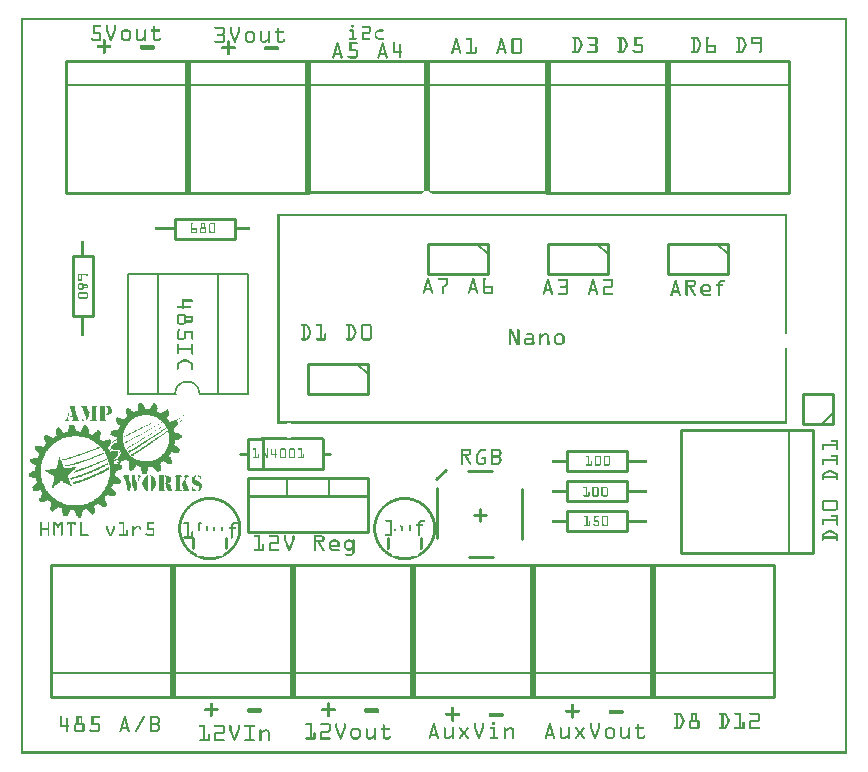
<source format=gto>
G04 MADE WITH FRITZING*
G04 WWW.FRITZING.ORG*
G04 DOUBLE SIDED*
G04 HOLES PLATED*
G04 CONTOUR ON CENTER OF CONTOUR VECTOR*
%ASAXBY*%
%FSLAX23Y23*%
%MOIN*%
%OFA0B0*%
%SFA1.0B1.0*%
%ADD10C,0.010000*%
%ADD11C,0.005000*%
%ADD12C,0.010417*%
%ADD13C,0.006000*%
%ADD14C,0.008000*%
%ADD15R,0.001000X0.001000*%
%LNSILK1*%
G90*
G70*
G54D10*
X1156Y1300D02*
X956Y1300D01*
D02*
X956Y1300D02*
X956Y1200D01*
D02*
X956Y1200D02*
X1156Y1200D01*
D02*
X1156Y1200D02*
X1156Y1300D01*
G54D11*
D02*
X1121Y1300D02*
X1156Y1265D01*
G54D10*
D02*
X1556Y1700D02*
X1356Y1700D01*
D02*
X1356Y1700D02*
X1356Y1600D01*
D02*
X1356Y1600D02*
X1556Y1600D01*
D02*
X1556Y1600D02*
X1556Y1700D01*
G54D11*
D02*
X1521Y1700D02*
X1556Y1665D01*
G54D10*
D02*
X1956Y1700D02*
X1756Y1700D01*
D02*
X1756Y1700D02*
X1756Y1600D01*
D02*
X1756Y1600D02*
X1956Y1600D01*
D02*
X1956Y1600D02*
X1956Y1700D01*
G54D11*
D02*
X1921Y1700D02*
X1956Y1665D01*
G54D10*
D02*
X2356Y1700D02*
X2156Y1700D01*
D02*
X2156Y1700D02*
X2156Y1600D01*
D02*
X2156Y1600D02*
X2356Y1600D01*
D02*
X2356Y1600D02*
X2356Y1700D01*
G54D11*
D02*
X2321Y1700D02*
X2356Y1665D01*
G54D12*
D02*
X1490Y944D02*
X1569Y944D01*
D02*
X1388Y718D02*
X1388Y885D01*
D02*
X1672Y716D02*
X1672Y883D01*
D02*
X1494Y655D02*
X1573Y655D01*
D02*
X1510Y797D02*
X1549Y797D01*
D02*
X1529Y816D02*
X1529Y777D01*
D02*
X1384Y915D02*
X1417Y947D01*
G54D13*
D02*
X356Y1600D02*
X356Y1200D01*
D02*
X756Y1200D02*
X756Y1600D01*
D02*
X356Y1600D02*
X456Y1600D01*
D02*
X356Y1200D02*
X456Y1200D01*
D02*
X756Y1200D02*
X656Y1200D01*
D02*
X456Y1200D02*
X456Y1600D01*
G54D14*
D02*
X456Y1200D02*
X516Y1200D01*
G54D13*
D02*
X456Y1600D02*
X656Y1600D01*
D02*
X656Y1200D02*
X656Y1600D01*
D02*
X656Y1200D02*
X596Y1200D01*
D02*
X656Y1600D02*
X756Y1600D01*
G54D10*
D02*
X173Y1460D02*
X173Y1660D01*
D02*
X173Y1660D02*
X239Y1660D01*
D02*
X239Y1660D02*
X239Y1460D01*
D02*
X239Y1460D02*
X173Y1460D01*
D02*
X515Y1783D02*
X715Y1783D01*
D02*
X715Y1783D02*
X715Y1717D01*
D02*
X715Y1717D02*
X515Y1717D01*
D02*
X515Y1717D02*
X515Y1783D01*
D02*
X1711Y630D02*
X1301Y630D01*
D02*
X1301Y630D02*
X1301Y190D01*
D02*
X1301Y190D02*
X1711Y190D01*
D02*
X1711Y190D02*
X1711Y630D01*
G54D11*
D02*
X1301Y270D02*
X1711Y270D01*
G54D10*
D02*
X1311Y630D02*
X901Y630D01*
D02*
X901Y630D02*
X901Y190D01*
D02*
X901Y190D02*
X1311Y190D01*
D02*
X1311Y190D02*
X1311Y630D01*
G54D11*
D02*
X901Y270D02*
X1311Y270D01*
G54D10*
D02*
X511Y630D02*
X101Y630D01*
D02*
X101Y630D02*
X101Y190D01*
D02*
X101Y190D02*
X511Y190D01*
D02*
X511Y190D02*
X511Y630D01*
G54D11*
D02*
X101Y270D02*
X511Y270D01*
G54D10*
D02*
X551Y1870D02*
X961Y1870D01*
D02*
X961Y1870D02*
X961Y2310D01*
D02*
X961Y2310D02*
X551Y2310D01*
D02*
X551Y2310D02*
X551Y1870D01*
G54D11*
D02*
X961Y2230D02*
X551Y2230D01*
G54D10*
D02*
X2151Y1870D02*
X2561Y1870D01*
D02*
X2561Y1870D02*
X2561Y2310D01*
D02*
X2561Y2310D02*
X2151Y2310D01*
D02*
X2151Y2310D02*
X2151Y1870D01*
G54D11*
D02*
X2561Y2230D02*
X2151Y2230D01*
G54D10*
D02*
X1751Y1870D02*
X2161Y1870D01*
D02*
X2161Y1870D02*
X2161Y2310D01*
D02*
X2161Y2310D02*
X1751Y2310D01*
D02*
X1751Y2310D02*
X1751Y1870D01*
G54D11*
D02*
X2161Y2230D02*
X1751Y2230D01*
G54D10*
D02*
X151Y1870D02*
X561Y1870D01*
D02*
X561Y1870D02*
X561Y2310D01*
D02*
X561Y2310D02*
X151Y2310D01*
D02*
X151Y2310D02*
X151Y1870D01*
G54D11*
D02*
X561Y2230D02*
X151Y2230D01*
G54D10*
D02*
X1761Y1870D02*
X1761Y2310D01*
D02*
X1761Y2310D02*
X1351Y2310D01*
G54D11*
D02*
X1761Y2230D02*
X1351Y2230D01*
G54D10*
D02*
X1361Y2310D02*
X951Y2310D01*
D02*
X951Y2310D02*
X951Y1870D01*
G54D11*
D02*
X1361Y2230D02*
X951Y2230D01*
G54D10*
D02*
X911Y630D02*
X501Y630D01*
D02*
X501Y630D02*
X501Y190D01*
D02*
X501Y190D02*
X911Y190D01*
D02*
X911Y190D02*
X911Y630D01*
G54D11*
D02*
X501Y270D02*
X911Y270D01*
G54D10*
D02*
X2511Y630D02*
X2101Y630D01*
D02*
X2101Y630D02*
X2101Y190D01*
D02*
X2101Y190D02*
X2511Y190D01*
D02*
X2511Y190D02*
X2511Y630D01*
G54D11*
D02*
X2101Y270D02*
X2511Y270D01*
G54D10*
D02*
X2111Y630D02*
X1701Y630D01*
D02*
X1701Y630D02*
X1701Y190D01*
D02*
X1701Y190D02*
X2111Y190D01*
D02*
X2111Y190D02*
X2111Y630D01*
G54D11*
D02*
X1701Y270D02*
X2111Y270D01*
G54D10*
D02*
X756Y920D02*
X1156Y920D01*
D02*
X1156Y920D02*
X1156Y740D01*
D02*
X1156Y740D02*
X756Y740D01*
D02*
X756Y740D02*
X756Y920D01*
D02*
X756Y920D02*
X1156Y920D01*
D02*
X1156Y920D02*
X1156Y860D01*
D02*
X1156Y860D02*
X756Y860D01*
D02*
X756Y860D02*
X756Y920D01*
G54D11*
D02*
X886Y920D02*
X886Y860D01*
D02*
X1026Y920D02*
X1026Y860D01*
G54D10*
D02*
X2021Y742D02*
X1821Y742D01*
D02*
X1821Y742D02*
X1821Y808D01*
D02*
X1821Y808D02*
X2021Y808D01*
D02*
X2021Y808D02*
X2021Y742D01*
D02*
X2021Y942D02*
X1821Y942D01*
D02*
X1821Y942D02*
X1821Y1008D01*
D02*
X1821Y1008D02*
X2021Y1008D01*
D02*
X2021Y1008D02*
X2021Y942D01*
D02*
X2021Y842D02*
X1821Y842D01*
D02*
X1821Y842D02*
X1821Y908D01*
D02*
X1821Y908D02*
X2021Y908D01*
D02*
X2021Y908D02*
X2021Y842D01*
D02*
X756Y950D02*
X806Y950D01*
D02*
X806Y950D02*
X1006Y950D01*
D02*
X1006Y950D02*
X1006Y1000D01*
D02*
X1006Y1000D02*
X1006Y1050D01*
D02*
X806Y1050D02*
X756Y1050D01*
D02*
X756Y1050D02*
X756Y1000D01*
D02*
X756Y1000D02*
X756Y950D01*
D02*
X806Y950D02*
X806Y1050D01*
D02*
X1006Y1000D02*
X1031Y1000D01*
D02*
X756Y1000D02*
X731Y1000D01*
D02*
X2706Y1100D02*
X2706Y1200D01*
D02*
X2706Y1200D02*
X2606Y1200D01*
D02*
X2606Y1200D02*
X2606Y1100D01*
D02*
X2606Y1100D02*
X2706Y1100D01*
G54D11*
D02*
X2706Y1135D02*
X2671Y1100D01*
G54D10*
D02*
X2201Y1080D02*
X2201Y670D01*
D02*
X2201Y670D02*
X2641Y670D01*
D02*
X2641Y670D02*
X2641Y1080D01*
D02*
X2641Y1080D02*
X2201Y1080D01*
G54D11*
D02*
X2561Y670D02*
X2561Y1080D01*
G36*
X165Y1160D02*
X165Y1148D01*
X167Y1148D01*
X167Y1138D01*
X169Y1138D01*
X169Y1131D01*
X171Y1131D01*
X171Y1125D01*
X163Y1125D01*
X163Y1123D01*
X173Y1123D01*
X173Y1111D01*
X171Y1111D01*
X171Y1109D01*
X193Y1109D01*
X193Y1111D01*
X191Y1111D01*
X191Y1113D01*
X189Y1113D01*
X189Y1121D01*
X187Y1121D01*
X187Y1129D01*
X185Y1129D01*
X185Y1136D01*
X183Y1136D01*
X183Y1144D01*
X181Y1144D01*
X181Y1154D01*
X179Y1154D01*
X179Y1160D01*
X165Y1160D01*
G37*
D02*
G36*
X203Y1160D02*
X203Y1158D01*
X201Y1158D01*
X201Y1156D01*
X204Y1156D01*
X204Y1154D01*
X206Y1154D01*
X206Y1148D01*
X208Y1148D01*
X208Y1142D01*
X210Y1142D01*
X210Y1136D01*
X226Y1136D01*
X226Y1142D01*
X224Y1142D01*
X224Y1148D01*
X222Y1148D01*
X222Y1152D01*
X220Y1152D01*
X220Y1158D01*
X218Y1158D01*
X218Y1160D01*
X203Y1160D01*
G37*
D02*
G36*
X228Y1140D02*
X228Y1136D01*
X230Y1136D01*
X230Y1140D01*
X228Y1140D01*
G37*
D02*
G36*
X212Y1136D02*
X212Y1135D01*
X230Y1135D01*
X230Y1136D01*
X212Y1136D01*
G37*
D02*
G36*
X212Y1136D02*
X212Y1135D01*
X230Y1135D01*
X230Y1136D01*
X212Y1136D01*
G37*
D02*
G36*
X212Y1135D02*
X212Y1131D01*
X214Y1131D01*
X214Y1125D01*
X216Y1125D01*
X216Y1119D01*
X218Y1119D01*
X218Y1113D01*
X220Y1113D01*
X220Y1109D01*
X222Y1109D01*
X222Y1115D01*
X224Y1115D01*
X224Y1121D01*
X226Y1121D01*
X226Y1129D01*
X228Y1129D01*
X228Y1135D01*
X212Y1135D01*
G37*
D02*
G36*
X236Y1160D02*
X236Y1113D01*
X234Y1113D01*
X234Y1111D01*
X232Y1111D01*
X232Y1109D01*
X253Y1109D01*
X253Y1111D01*
X249Y1111D01*
X249Y1156D01*
X253Y1156D01*
X253Y1158D01*
X251Y1158D01*
X251Y1160D01*
X236Y1160D01*
G37*
D02*
G36*
X263Y1160D02*
X263Y1156D01*
X265Y1156D01*
X265Y1111D01*
X263Y1111D01*
X263Y1109D01*
X284Y1109D01*
X284Y1111D01*
X281Y1111D01*
X281Y1160D01*
X263Y1160D01*
G37*
D02*
G36*
X284Y1158D02*
X284Y1156D01*
X288Y1156D01*
X288Y1152D01*
X290Y1152D01*
X290Y1136D01*
X288Y1136D01*
X288Y1131D01*
X284Y1131D01*
X284Y1129D01*
X294Y1129D01*
X294Y1131D01*
X298Y1131D01*
X298Y1133D01*
X300Y1133D01*
X300Y1135D01*
X302Y1135D01*
X302Y1136D01*
X304Y1136D01*
X304Y1150D01*
X302Y1150D01*
X302Y1154D01*
X300Y1154D01*
X300Y1156D01*
X296Y1156D01*
X296Y1158D01*
X284Y1158D01*
G37*
D02*
G36*
X160Y1142D02*
X160Y1135D01*
X162Y1135D01*
X162Y1142D01*
X160Y1142D01*
G37*
D02*
G36*
X158Y1135D02*
X158Y1127D01*
X160Y1127D01*
X160Y1135D01*
X158Y1135D01*
G37*
D02*
G36*
X206Y1133D02*
X206Y1115D01*
X204Y1115D01*
X204Y1111D01*
X203Y1111D01*
X203Y1109D01*
X212Y1109D01*
X212Y1111D01*
X210Y1111D01*
X210Y1113D01*
X208Y1113D01*
X208Y1133D01*
X206Y1133D01*
G37*
D02*
G36*
X542Y1129D02*
X542Y1127D01*
X544Y1127D01*
X544Y1129D01*
X542Y1129D01*
G37*
D02*
G36*
X156Y1127D02*
X156Y1121D01*
X158Y1121D01*
X158Y1127D01*
X156Y1127D01*
G37*
D02*
G36*
X534Y1123D02*
X534Y1121D01*
X536Y1121D01*
X536Y1123D01*
X534Y1123D01*
G37*
D02*
G36*
X154Y1121D02*
X154Y1115D01*
X152Y1115D01*
X152Y1111D01*
X148Y1111D01*
X148Y1109D01*
X160Y1109D01*
X160Y1111D01*
X158Y1111D01*
X158Y1113D01*
X156Y1113D01*
X156Y1121D01*
X154Y1121D01*
G37*
D02*
G36*
X528Y1119D02*
X528Y1117D01*
X530Y1117D01*
X530Y1119D01*
X528Y1119D01*
G37*
D02*
G36*
X526Y1117D02*
X526Y1115D01*
X528Y1115D01*
X528Y1117D01*
X526Y1117D01*
G37*
D02*
G36*
X522Y1115D02*
X522Y1113D01*
X524Y1113D01*
X524Y1115D01*
X522Y1115D01*
G37*
D02*
G36*
X540Y1115D02*
X540Y1113D01*
X542Y1113D01*
X542Y1115D01*
X540Y1115D01*
G37*
D02*
G36*
X454Y1113D02*
X454Y1111D01*
X456Y1111D01*
X456Y1113D01*
X454Y1113D01*
G37*
D02*
G36*
X450Y1111D02*
X450Y1109D01*
X452Y1109D01*
X452Y1111D01*
X450Y1111D01*
G37*
D02*
G36*
X534Y1111D02*
X534Y1109D01*
X536Y1109D01*
X536Y1111D01*
X534Y1111D01*
G37*
D02*
G36*
X446Y1109D02*
X446Y1107D01*
X448Y1107D01*
X448Y1109D01*
X446Y1109D01*
G37*
D02*
G36*
X532Y1109D02*
X532Y1107D01*
X534Y1107D01*
X534Y1109D01*
X532Y1109D01*
G37*
D02*
G36*
X442Y1107D02*
X442Y1105D01*
X444Y1105D01*
X444Y1107D01*
X442Y1107D01*
G37*
D02*
G36*
X530Y1107D02*
X530Y1105D01*
X532Y1105D01*
X532Y1107D01*
X530Y1107D01*
G37*
D02*
G36*
X439Y1105D02*
X439Y1103D01*
X440Y1103D01*
X440Y1105D01*
X439Y1105D01*
G37*
D02*
G36*
X468Y1105D02*
X468Y1103D01*
X470Y1103D01*
X470Y1105D01*
X468Y1105D01*
G37*
D02*
G36*
X526Y1105D02*
X526Y1103D01*
X528Y1103D01*
X528Y1105D01*
X526Y1105D01*
G37*
D02*
G36*
X435Y1103D02*
X435Y1101D01*
X437Y1101D01*
X437Y1103D01*
X435Y1103D01*
G37*
D02*
G36*
X431Y1101D02*
X431Y1099D01*
X435Y1099D01*
X435Y1101D01*
X431Y1101D01*
G37*
D02*
G36*
X427Y1099D02*
X427Y1097D01*
X431Y1097D01*
X431Y1099D01*
X427Y1099D01*
G37*
D02*
G36*
X458Y1099D02*
X458Y1097D01*
X460Y1097D01*
X460Y1099D01*
X458Y1099D01*
G37*
D02*
G36*
X423Y1097D02*
X423Y1095D01*
X427Y1095D01*
X427Y1097D01*
X423Y1097D01*
G37*
D02*
G36*
X454Y1097D02*
X454Y1095D01*
X456Y1095D01*
X456Y1097D01*
X454Y1097D01*
G37*
D02*
G36*
X417Y1095D02*
X417Y1094D01*
X413Y1094D01*
X413Y1092D01*
X409Y1092D01*
X409Y1090D01*
X405Y1090D01*
X405Y1088D01*
X401Y1088D01*
X401Y1086D01*
X398Y1086D01*
X398Y1084D01*
X394Y1084D01*
X394Y1082D01*
X390Y1082D01*
X390Y1080D01*
X386Y1080D01*
X386Y1078D01*
X382Y1078D01*
X382Y1076D01*
X378Y1076D01*
X378Y1074D01*
X374Y1074D01*
X374Y1072D01*
X370Y1072D01*
X370Y1070D01*
X364Y1070D01*
X364Y1068D01*
X361Y1068D01*
X361Y1066D01*
X357Y1066D01*
X357Y1064D01*
X353Y1064D01*
X353Y1062D01*
X349Y1062D01*
X349Y1060D01*
X345Y1060D01*
X345Y1058D01*
X343Y1058D01*
X343Y1056D01*
X347Y1056D01*
X347Y1058D01*
X351Y1058D01*
X351Y1060D01*
X357Y1060D01*
X357Y1062D01*
X361Y1062D01*
X361Y1064D01*
X364Y1064D01*
X364Y1066D01*
X368Y1066D01*
X368Y1068D01*
X372Y1068D01*
X372Y1070D01*
X376Y1070D01*
X376Y1072D01*
X380Y1072D01*
X380Y1074D01*
X384Y1074D01*
X384Y1076D01*
X388Y1076D01*
X388Y1078D01*
X392Y1078D01*
X392Y1080D01*
X396Y1080D01*
X396Y1082D01*
X400Y1082D01*
X400Y1084D01*
X403Y1084D01*
X403Y1086D01*
X407Y1086D01*
X407Y1088D01*
X411Y1088D01*
X411Y1090D01*
X415Y1090D01*
X415Y1092D01*
X419Y1092D01*
X419Y1094D01*
X423Y1094D01*
X423Y1095D01*
X417Y1095D01*
G37*
D02*
G36*
X476Y1095D02*
X476Y1094D01*
X478Y1094D01*
X478Y1095D01*
X476Y1095D01*
G37*
D02*
G36*
X448Y1094D02*
X448Y1092D01*
X450Y1092D01*
X450Y1094D01*
X448Y1094D01*
G37*
D02*
G36*
X444Y1092D02*
X444Y1090D01*
X446Y1090D01*
X446Y1092D01*
X444Y1092D01*
G37*
D02*
G36*
X470Y1092D02*
X470Y1090D01*
X472Y1090D01*
X472Y1092D01*
X470Y1092D01*
G37*
D02*
G36*
X440Y1090D02*
X440Y1088D01*
X442Y1088D01*
X442Y1090D01*
X440Y1090D01*
G37*
D02*
G36*
X468Y1090D02*
X468Y1088D01*
X470Y1088D01*
X470Y1090D01*
X468Y1090D01*
G37*
D02*
G36*
X439Y1088D02*
X439Y1086D01*
X440Y1086D01*
X440Y1088D01*
X439Y1088D01*
G37*
D02*
G36*
X464Y1088D02*
X464Y1086D01*
X466Y1086D01*
X466Y1088D01*
X464Y1088D01*
G37*
D02*
G36*
X435Y1086D02*
X435Y1084D01*
X437Y1084D01*
X437Y1086D01*
X435Y1086D01*
G37*
D02*
G36*
X462Y1086D02*
X462Y1084D01*
X464Y1084D01*
X464Y1086D01*
X462Y1086D01*
G37*
D02*
G36*
X479Y1086D02*
X479Y1084D01*
X478Y1084D01*
X478Y1082D01*
X474Y1082D01*
X474Y1080D01*
X472Y1080D01*
X472Y1078D01*
X468Y1078D01*
X468Y1076D01*
X466Y1076D01*
X466Y1074D01*
X462Y1074D01*
X462Y1072D01*
X460Y1072D01*
X460Y1070D01*
X456Y1070D01*
X456Y1068D01*
X454Y1068D01*
X454Y1066D01*
X450Y1066D01*
X450Y1064D01*
X448Y1064D01*
X448Y1062D01*
X444Y1062D01*
X444Y1060D01*
X442Y1060D01*
X442Y1058D01*
X439Y1058D01*
X439Y1056D01*
X437Y1056D01*
X437Y1055D01*
X433Y1055D01*
X433Y1053D01*
X431Y1053D01*
X431Y1051D01*
X427Y1051D01*
X427Y1049D01*
X423Y1049D01*
X423Y1047D01*
X421Y1047D01*
X421Y1045D01*
X417Y1045D01*
X417Y1043D01*
X415Y1043D01*
X415Y1041D01*
X411Y1041D01*
X411Y1039D01*
X407Y1039D01*
X407Y1037D01*
X405Y1037D01*
X405Y1035D01*
X401Y1035D01*
X401Y1033D01*
X400Y1033D01*
X400Y1031D01*
X396Y1031D01*
X396Y1029D01*
X392Y1029D01*
X392Y1027D01*
X390Y1027D01*
X390Y1025D01*
X386Y1025D01*
X386Y1023D01*
X382Y1023D01*
X382Y1021D01*
X380Y1021D01*
X380Y1019D01*
X376Y1019D01*
X376Y1017D01*
X372Y1017D01*
X372Y1016D01*
X370Y1016D01*
X370Y1014D01*
X366Y1014D01*
X366Y1012D01*
X362Y1012D01*
X362Y1010D01*
X361Y1010D01*
X361Y1008D01*
X357Y1008D01*
X357Y1006D01*
X359Y1006D01*
X359Y1004D01*
X364Y1004D01*
X364Y1006D01*
X366Y1006D01*
X366Y1008D01*
X370Y1008D01*
X370Y1010D01*
X374Y1010D01*
X374Y1012D01*
X376Y1012D01*
X376Y1014D01*
X380Y1014D01*
X380Y1016D01*
X382Y1016D01*
X382Y1017D01*
X386Y1017D01*
X386Y1019D01*
X390Y1019D01*
X390Y1021D01*
X392Y1021D01*
X392Y1023D01*
X396Y1023D01*
X396Y1025D01*
X398Y1025D01*
X398Y1027D01*
X401Y1027D01*
X401Y1029D01*
X403Y1029D01*
X403Y1031D01*
X407Y1031D01*
X407Y1033D01*
X411Y1033D01*
X411Y1035D01*
X413Y1035D01*
X413Y1037D01*
X417Y1037D01*
X417Y1039D01*
X419Y1039D01*
X419Y1041D01*
X423Y1041D01*
X423Y1043D01*
X425Y1043D01*
X425Y1045D01*
X429Y1045D01*
X429Y1047D01*
X431Y1047D01*
X431Y1049D01*
X435Y1049D01*
X435Y1051D01*
X437Y1051D01*
X437Y1053D01*
X440Y1053D01*
X440Y1055D01*
X442Y1055D01*
X442Y1056D01*
X446Y1056D01*
X446Y1058D01*
X448Y1058D01*
X448Y1060D01*
X452Y1060D01*
X452Y1062D01*
X454Y1062D01*
X454Y1064D01*
X456Y1064D01*
X456Y1066D01*
X460Y1066D01*
X460Y1068D01*
X462Y1068D01*
X462Y1070D01*
X466Y1070D01*
X466Y1072D01*
X468Y1072D01*
X468Y1074D01*
X472Y1074D01*
X472Y1076D01*
X474Y1076D01*
X474Y1078D01*
X476Y1078D01*
X476Y1080D01*
X479Y1080D01*
X479Y1082D01*
X481Y1082D01*
X481Y1084D01*
X485Y1084D01*
X485Y1086D01*
X479Y1086D01*
G37*
D02*
G36*
X431Y1084D02*
X431Y1082D01*
X433Y1082D01*
X433Y1084D01*
X431Y1084D01*
G37*
D02*
G36*
X458Y1084D02*
X458Y1082D01*
X460Y1082D01*
X460Y1084D01*
X458Y1084D01*
G37*
D02*
G36*
X427Y1082D02*
X427Y1080D01*
X431Y1080D01*
X431Y1082D01*
X427Y1082D01*
G37*
D02*
G36*
X456Y1082D02*
X456Y1080D01*
X458Y1080D01*
X458Y1082D01*
X456Y1082D01*
G37*
D02*
G36*
X396Y1170D02*
X396Y1168D01*
X405Y1168D01*
X405Y1170D01*
X396Y1170D01*
G37*
D02*
G36*
X394Y1168D02*
X394Y1166D01*
X392Y1166D01*
X392Y1160D01*
X390Y1160D01*
X390Y1148D01*
X413Y1148D01*
X413Y1156D01*
X411Y1156D01*
X411Y1160D01*
X409Y1160D01*
X409Y1164D01*
X407Y1164D01*
X407Y1166D01*
X405Y1166D01*
X405Y1168D01*
X394Y1168D01*
G37*
D02*
G36*
X442Y1168D02*
X442Y1166D01*
X440Y1166D01*
X440Y1164D01*
X439Y1164D01*
X439Y1162D01*
X437Y1162D01*
X437Y1160D01*
X435Y1160D01*
X435Y1156D01*
X433Y1156D01*
X433Y1152D01*
X431Y1152D01*
X431Y1148D01*
X456Y1148D01*
X456Y1152D01*
X454Y1152D01*
X454Y1164D01*
X452Y1164D01*
X452Y1166D01*
X448Y1166D01*
X448Y1168D01*
X442Y1168D01*
G37*
D02*
G36*
X355Y1154D02*
X355Y1152D01*
X353Y1152D01*
X353Y1150D01*
X349Y1150D01*
X349Y1138D01*
X374Y1138D01*
X374Y1142D01*
X372Y1142D01*
X372Y1144D01*
X368Y1144D01*
X368Y1146D01*
X366Y1146D01*
X366Y1148D01*
X364Y1148D01*
X364Y1150D01*
X362Y1150D01*
X362Y1152D01*
X359Y1152D01*
X359Y1154D01*
X355Y1154D01*
G37*
D02*
G36*
X390Y1148D02*
X390Y1146D01*
X454Y1146D01*
X454Y1148D01*
X390Y1148D01*
G37*
D02*
G36*
X390Y1148D02*
X390Y1146D01*
X454Y1146D01*
X454Y1148D01*
X390Y1148D01*
G37*
D02*
G36*
X487Y1148D02*
X487Y1146D01*
X483Y1146D01*
X483Y1144D01*
X479Y1144D01*
X479Y1142D01*
X476Y1142D01*
X476Y1140D01*
X474Y1140D01*
X474Y1138D01*
X472Y1138D01*
X472Y1136D01*
X470Y1136D01*
X470Y1135D01*
X495Y1135D01*
X495Y1142D01*
X493Y1142D01*
X493Y1144D01*
X491Y1144D01*
X491Y1146D01*
X489Y1146D01*
X489Y1148D01*
X487Y1148D01*
G37*
D02*
G36*
X390Y1146D02*
X390Y1144D01*
X388Y1144D01*
X388Y1142D01*
X382Y1142D01*
X382Y1140D01*
X378Y1140D01*
X378Y1138D01*
X458Y1138D01*
X458Y1140D01*
X454Y1140D01*
X454Y1146D01*
X390Y1146D01*
G37*
D02*
G36*
X349Y1138D02*
X349Y1136D01*
X462Y1136D01*
X462Y1138D01*
X349Y1138D01*
G37*
D02*
G36*
X349Y1138D02*
X349Y1136D01*
X462Y1136D01*
X462Y1138D01*
X349Y1138D01*
G37*
D02*
G36*
X351Y1136D02*
X351Y1135D01*
X466Y1135D01*
X466Y1136D01*
X351Y1136D01*
G37*
D02*
G36*
X351Y1135D02*
X351Y1133D01*
X495Y1133D01*
X495Y1135D01*
X351Y1135D01*
G37*
D02*
G36*
X351Y1135D02*
X351Y1133D01*
X495Y1133D01*
X495Y1135D01*
X351Y1135D01*
G37*
D02*
G36*
X351Y1133D02*
X351Y1131D01*
X353Y1131D01*
X353Y1129D01*
X429Y1129D01*
X429Y1127D01*
X439Y1127D01*
X439Y1125D01*
X444Y1125D01*
X444Y1123D01*
X450Y1123D01*
X450Y1121D01*
X454Y1121D01*
X454Y1119D01*
X456Y1119D01*
X456Y1117D01*
X460Y1117D01*
X460Y1115D01*
X462Y1115D01*
X462Y1113D01*
X466Y1113D01*
X466Y1111D01*
X468Y1111D01*
X468Y1109D01*
X470Y1109D01*
X470Y1107D01*
X495Y1107D01*
X495Y1109D01*
X493Y1109D01*
X493Y1113D01*
X491Y1113D01*
X491Y1115D01*
X489Y1115D01*
X489Y1117D01*
X487Y1117D01*
X487Y1121D01*
X489Y1121D01*
X489Y1123D01*
X491Y1123D01*
X491Y1127D01*
X493Y1127D01*
X493Y1133D01*
X351Y1133D01*
G37*
D02*
G36*
X353Y1129D02*
X353Y1127D01*
X355Y1127D01*
X355Y1125D01*
X353Y1125D01*
X353Y1123D01*
X351Y1123D01*
X351Y1121D01*
X349Y1121D01*
X349Y1119D01*
X347Y1119D01*
X347Y1117D01*
X345Y1117D01*
X345Y1113D01*
X372Y1113D01*
X372Y1115D01*
X374Y1115D01*
X374Y1117D01*
X378Y1117D01*
X378Y1119D01*
X382Y1119D01*
X382Y1121D01*
X386Y1121D01*
X386Y1123D01*
X390Y1123D01*
X390Y1125D01*
X396Y1125D01*
X396Y1127D01*
X403Y1127D01*
X403Y1129D01*
X353Y1129D01*
G37*
D02*
G36*
X320Y1121D02*
X320Y1119D01*
X318Y1119D01*
X318Y1115D01*
X316Y1115D01*
X316Y1113D01*
X343Y1113D01*
X343Y1115D01*
X339Y1115D01*
X339Y1117D01*
X335Y1117D01*
X335Y1119D01*
X325Y1119D01*
X325Y1121D01*
X320Y1121D01*
G37*
D02*
G36*
X314Y1113D02*
X314Y1111D01*
X370Y1111D01*
X370Y1113D01*
X314Y1113D01*
G37*
D02*
G36*
X314Y1113D02*
X314Y1111D01*
X370Y1111D01*
X370Y1113D01*
X314Y1113D01*
G37*
D02*
G36*
X316Y1111D02*
X316Y1109D01*
X318Y1109D01*
X318Y1105D01*
X320Y1105D01*
X320Y1103D01*
X321Y1103D01*
X321Y1099D01*
X323Y1099D01*
X323Y1097D01*
X325Y1097D01*
X325Y1095D01*
X329Y1095D01*
X329Y1090D01*
X327Y1090D01*
X327Y1084D01*
X325Y1084D01*
X325Y1078D01*
X345Y1078D01*
X345Y1080D01*
X347Y1080D01*
X347Y1086D01*
X349Y1086D01*
X349Y1090D01*
X351Y1090D01*
X351Y1092D01*
X353Y1092D01*
X353Y1095D01*
X355Y1095D01*
X355Y1097D01*
X357Y1097D01*
X357Y1101D01*
X359Y1101D01*
X359Y1103D01*
X361Y1103D01*
X361Y1105D01*
X362Y1105D01*
X362Y1107D01*
X364Y1107D01*
X364Y1109D01*
X366Y1109D01*
X366Y1111D01*
X316Y1111D01*
G37*
D02*
G36*
X509Y1111D02*
X509Y1109D01*
X501Y1109D01*
X501Y1107D01*
X522Y1107D01*
X522Y1109D01*
X520Y1109D01*
X520Y1111D01*
X509Y1111D01*
G37*
D02*
G36*
X472Y1107D02*
X472Y1105D01*
X522Y1105D01*
X522Y1107D01*
X472Y1107D01*
G37*
D02*
G36*
X472Y1107D02*
X472Y1105D01*
X522Y1105D01*
X522Y1107D01*
X472Y1107D01*
G37*
D02*
G36*
X474Y1105D02*
X474Y1103D01*
X476Y1103D01*
X476Y1101D01*
X478Y1101D01*
X478Y1099D01*
X479Y1099D01*
X479Y1095D01*
X481Y1095D01*
X481Y1094D01*
X483Y1094D01*
X483Y1090D01*
X485Y1090D01*
X485Y1086D01*
X487Y1086D01*
X487Y1082D01*
X489Y1082D01*
X489Y1078D01*
X491Y1078D01*
X491Y1070D01*
X493Y1070D01*
X493Y1068D01*
X513Y1068D01*
X513Y1072D01*
X511Y1072D01*
X511Y1080D01*
X509Y1080D01*
X509Y1086D01*
X513Y1086D01*
X513Y1088D01*
X515Y1088D01*
X515Y1090D01*
X517Y1090D01*
X517Y1092D01*
X519Y1092D01*
X519Y1094D01*
X520Y1094D01*
X520Y1095D01*
X522Y1095D01*
X522Y1097D01*
X524Y1097D01*
X524Y1105D01*
X474Y1105D01*
G37*
D02*
G36*
X316Y1080D02*
X316Y1078D01*
X320Y1078D01*
X320Y1080D01*
X316Y1080D01*
G37*
D02*
G36*
X306Y1078D02*
X306Y1076D01*
X345Y1076D01*
X345Y1078D01*
X306Y1078D01*
G37*
D02*
G36*
X306Y1078D02*
X306Y1076D01*
X345Y1076D01*
X345Y1078D01*
X306Y1078D01*
G37*
D02*
G36*
X302Y1076D02*
X302Y1074D01*
X300Y1074D01*
X300Y1066D01*
X298Y1066D01*
X298Y1064D01*
X302Y1064D01*
X302Y1062D01*
X304Y1062D01*
X304Y1060D01*
X306Y1060D01*
X306Y1058D01*
X310Y1058D01*
X310Y1056D01*
X316Y1056D01*
X316Y1055D01*
X321Y1055D01*
X321Y1037D01*
X316Y1037D01*
X316Y1035D01*
X312Y1035D01*
X312Y1033D01*
X310Y1033D01*
X310Y1031D01*
X306Y1031D01*
X306Y1029D01*
X304Y1029D01*
X304Y1027D01*
X302Y1027D01*
X302Y1017D01*
X304Y1017D01*
X304Y1016D01*
X308Y1016D01*
X308Y1014D01*
X329Y1014D01*
X329Y1010D01*
X331Y1010D01*
X331Y1006D01*
X333Y1006D01*
X333Y1002D01*
X335Y1002D01*
X335Y1000D01*
X333Y1000D01*
X333Y998D01*
X331Y998D01*
X331Y996D01*
X329Y996D01*
X329Y992D01*
X327Y992D01*
X327Y990D01*
X325Y990D01*
X325Y986D01*
X323Y986D01*
X323Y982D01*
X321Y982D01*
X321Y980D01*
X353Y980D01*
X353Y978D01*
X355Y978D01*
X355Y977D01*
X359Y977D01*
X359Y975D01*
X403Y975D01*
X403Y977D01*
X396Y977D01*
X396Y978D01*
X390Y978D01*
X390Y980D01*
X384Y980D01*
X384Y982D01*
X380Y982D01*
X380Y984D01*
X378Y984D01*
X378Y986D01*
X374Y986D01*
X374Y988D01*
X372Y988D01*
X372Y990D01*
X368Y990D01*
X368Y992D01*
X366Y992D01*
X366Y994D01*
X364Y994D01*
X364Y996D01*
X362Y996D01*
X362Y998D01*
X361Y998D01*
X361Y1000D01*
X359Y1000D01*
X359Y1002D01*
X357Y1002D01*
X357Y1006D01*
X355Y1006D01*
X355Y1008D01*
X353Y1008D01*
X353Y1012D01*
X351Y1012D01*
X351Y1014D01*
X349Y1014D01*
X349Y1017D01*
X347Y1017D01*
X347Y1021D01*
X345Y1021D01*
X345Y1027D01*
X343Y1027D01*
X343Y1035D01*
X341Y1035D01*
X341Y1068D01*
X343Y1068D01*
X343Y1076D01*
X302Y1076D01*
G37*
D02*
G36*
X515Y1070D02*
X515Y1068D01*
X519Y1068D01*
X519Y1070D01*
X515Y1070D01*
G37*
D02*
G36*
X493Y1068D02*
X493Y1066D01*
X526Y1066D01*
X526Y1068D01*
X493Y1068D01*
G37*
D02*
G36*
X493Y1068D02*
X493Y1066D01*
X526Y1066D01*
X526Y1068D01*
X493Y1068D01*
G37*
D02*
G36*
X493Y1066D02*
X493Y1060D01*
X495Y1060D01*
X495Y1043D01*
X493Y1043D01*
X493Y1033D01*
X491Y1033D01*
X491Y1025D01*
X489Y1025D01*
X489Y1021D01*
X487Y1021D01*
X487Y1017D01*
X485Y1017D01*
X485Y1014D01*
X483Y1014D01*
X483Y1010D01*
X481Y1010D01*
X481Y1008D01*
X479Y1008D01*
X479Y1006D01*
X507Y1006D01*
X507Y1004D01*
X526Y1004D01*
X526Y1006D01*
X528Y1006D01*
X528Y1010D01*
X530Y1010D01*
X530Y1016D01*
X528Y1016D01*
X528Y1017D01*
X526Y1017D01*
X526Y1019D01*
X524Y1019D01*
X524Y1021D01*
X522Y1021D01*
X522Y1023D01*
X520Y1023D01*
X520Y1025D01*
X517Y1025D01*
X517Y1027D01*
X513Y1027D01*
X513Y1029D01*
X511Y1029D01*
X511Y1031D01*
X513Y1031D01*
X513Y1043D01*
X515Y1043D01*
X515Y1045D01*
X520Y1045D01*
X520Y1047D01*
X526Y1047D01*
X526Y1049D01*
X530Y1049D01*
X530Y1051D01*
X534Y1051D01*
X534Y1053D01*
X536Y1053D01*
X536Y1064D01*
X532Y1064D01*
X532Y1066D01*
X493Y1066D01*
G37*
D02*
G36*
X479Y1006D02*
X479Y1004D01*
X478Y1004D01*
X478Y1002D01*
X476Y1002D01*
X476Y1000D01*
X474Y1000D01*
X474Y998D01*
X472Y998D01*
X472Y996D01*
X470Y996D01*
X470Y994D01*
X468Y994D01*
X468Y992D01*
X466Y992D01*
X466Y990D01*
X464Y990D01*
X464Y988D01*
X460Y988D01*
X460Y986D01*
X458Y986D01*
X458Y984D01*
X454Y984D01*
X454Y982D01*
X450Y982D01*
X450Y980D01*
X444Y980D01*
X444Y978D01*
X440Y978D01*
X440Y977D01*
X431Y977D01*
X431Y975D01*
X478Y975D01*
X478Y973D01*
X481Y973D01*
X481Y971D01*
X483Y971D01*
X483Y969D01*
X487Y969D01*
X487Y967D01*
X493Y967D01*
X493Y965D01*
X501Y965D01*
X501Y967D01*
X503Y967D01*
X503Y969D01*
X505Y969D01*
X505Y977D01*
X503Y977D01*
X503Y980D01*
X501Y980D01*
X501Y984D01*
X499Y984D01*
X499Y988D01*
X497Y988D01*
X497Y990D01*
X495Y990D01*
X495Y996D01*
X497Y996D01*
X497Y998D01*
X499Y998D01*
X499Y1002D01*
X501Y1002D01*
X501Y1006D01*
X479Y1006D01*
G37*
D02*
G36*
X321Y980D02*
X321Y978D01*
X323Y978D01*
X323Y977D01*
X325Y977D01*
X325Y975D01*
X327Y975D01*
X327Y973D01*
X335Y973D01*
X335Y975D01*
X341Y975D01*
X341Y977D01*
X345Y977D01*
X345Y978D01*
X347Y978D01*
X347Y980D01*
X321Y980D01*
G37*
D02*
G36*
X361Y975D02*
X361Y973D01*
X474Y973D01*
X474Y975D01*
X361Y975D01*
G37*
D02*
G36*
X361Y975D02*
X361Y973D01*
X474Y973D01*
X474Y975D01*
X361Y975D01*
G37*
D02*
G36*
X362Y973D02*
X362Y969D01*
X361Y969D01*
X361Y961D01*
X388Y961D01*
X388Y959D01*
X394Y959D01*
X394Y957D01*
X442Y957D01*
X442Y953D01*
X444Y953D01*
X444Y949D01*
X446Y949D01*
X446Y947D01*
X448Y947D01*
X448Y945D01*
X450Y945D01*
X450Y943D01*
X452Y943D01*
X452Y941D01*
X454Y941D01*
X454Y939D01*
X460Y939D01*
X460Y941D01*
X466Y941D01*
X466Y963D01*
X464Y963D01*
X464Y967D01*
X466Y967D01*
X466Y969D01*
X468Y969D01*
X468Y971D01*
X472Y971D01*
X472Y973D01*
X362Y973D01*
G37*
D02*
G36*
X359Y961D02*
X359Y947D01*
X361Y947D01*
X361Y945D01*
X364Y945D01*
X364Y943D01*
X370Y943D01*
X370Y945D01*
X372Y945D01*
X372Y947D01*
X376Y947D01*
X376Y949D01*
X378Y949D01*
X378Y951D01*
X380Y951D01*
X380Y955D01*
X382Y955D01*
X382Y957D01*
X384Y957D01*
X384Y961D01*
X359Y961D01*
G37*
D02*
G36*
X400Y957D02*
X400Y949D01*
X401Y949D01*
X401Y941D01*
X403Y941D01*
X403Y937D01*
X405Y937D01*
X405Y934D01*
X407Y934D01*
X407Y932D01*
X417Y932D01*
X417Y934D01*
X419Y934D01*
X419Y937D01*
X421Y937D01*
X421Y941D01*
X423Y941D01*
X423Y947D01*
X425Y947D01*
X425Y955D01*
X431Y955D01*
X431Y957D01*
X400Y957D01*
G37*
D02*
G36*
X425Y1080D02*
X425Y1078D01*
X427Y1078D01*
X427Y1080D01*
X425Y1080D01*
G37*
D02*
G36*
X452Y1080D02*
X452Y1078D01*
X454Y1078D01*
X454Y1080D01*
X452Y1080D01*
G37*
D02*
G36*
X421Y1078D02*
X421Y1076D01*
X423Y1076D01*
X423Y1078D01*
X421Y1078D01*
G37*
D02*
G36*
X448Y1078D02*
X448Y1076D01*
X452Y1076D01*
X452Y1078D01*
X448Y1078D01*
G37*
D02*
G36*
X417Y1076D02*
X417Y1074D01*
X419Y1074D01*
X419Y1076D01*
X417Y1076D01*
G37*
D02*
G36*
X446Y1076D02*
X446Y1074D01*
X448Y1074D01*
X448Y1076D01*
X446Y1076D01*
G37*
D02*
G36*
X485Y1076D02*
X485Y1074D01*
X483Y1074D01*
X483Y1072D01*
X479Y1072D01*
X479Y1070D01*
X478Y1070D01*
X478Y1068D01*
X476Y1068D01*
X476Y1066D01*
X472Y1066D01*
X472Y1064D01*
X470Y1064D01*
X470Y1062D01*
X466Y1062D01*
X466Y1060D01*
X464Y1060D01*
X464Y1058D01*
X460Y1058D01*
X460Y1056D01*
X458Y1056D01*
X458Y1055D01*
X454Y1055D01*
X454Y1053D01*
X452Y1053D01*
X452Y1051D01*
X448Y1051D01*
X448Y1049D01*
X446Y1049D01*
X446Y1047D01*
X442Y1047D01*
X442Y1045D01*
X440Y1045D01*
X440Y1043D01*
X437Y1043D01*
X437Y1041D01*
X435Y1041D01*
X435Y1039D01*
X431Y1039D01*
X431Y1037D01*
X429Y1037D01*
X429Y1035D01*
X425Y1035D01*
X425Y1033D01*
X423Y1033D01*
X423Y1031D01*
X419Y1031D01*
X419Y1029D01*
X417Y1029D01*
X417Y1027D01*
X413Y1027D01*
X413Y1025D01*
X411Y1025D01*
X411Y1023D01*
X407Y1023D01*
X407Y1021D01*
X405Y1021D01*
X405Y1019D01*
X401Y1019D01*
X401Y1017D01*
X400Y1017D01*
X400Y1016D01*
X396Y1016D01*
X396Y1014D01*
X392Y1014D01*
X392Y1012D01*
X390Y1012D01*
X390Y1010D01*
X386Y1010D01*
X386Y1008D01*
X384Y1008D01*
X384Y1006D01*
X380Y1006D01*
X380Y1004D01*
X376Y1004D01*
X376Y1002D01*
X374Y1002D01*
X374Y1000D01*
X370Y1000D01*
X370Y998D01*
X366Y998D01*
X366Y996D01*
X368Y996D01*
X368Y994D01*
X370Y994D01*
X370Y992D01*
X372Y992D01*
X372Y994D01*
X376Y994D01*
X376Y996D01*
X378Y996D01*
X378Y998D01*
X382Y998D01*
X382Y1000D01*
X384Y1000D01*
X384Y1002D01*
X388Y1002D01*
X388Y1004D01*
X390Y1004D01*
X390Y1006D01*
X394Y1006D01*
X394Y1008D01*
X396Y1008D01*
X396Y1010D01*
X400Y1010D01*
X400Y1012D01*
X401Y1012D01*
X401Y1014D01*
X405Y1014D01*
X405Y1016D01*
X407Y1016D01*
X407Y1017D01*
X411Y1017D01*
X411Y1019D01*
X413Y1019D01*
X413Y1021D01*
X417Y1021D01*
X417Y1023D01*
X419Y1023D01*
X419Y1025D01*
X423Y1025D01*
X423Y1027D01*
X425Y1027D01*
X425Y1029D01*
X429Y1029D01*
X429Y1031D01*
X431Y1031D01*
X431Y1033D01*
X435Y1033D01*
X435Y1035D01*
X437Y1035D01*
X437Y1037D01*
X439Y1037D01*
X439Y1039D01*
X442Y1039D01*
X442Y1041D01*
X444Y1041D01*
X444Y1043D01*
X448Y1043D01*
X448Y1045D01*
X450Y1045D01*
X450Y1047D01*
X454Y1047D01*
X454Y1049D01*
X456Y1049D01*
X456Y1051D01*
X458Y1051D01*
X458Y1053D01*
X462Y1053D01*
X462Y1055D01*
X464Y1055D01*
X464Y1056D01*
X466Y1056D01*
X466Y1058D01*
X470Y1058D01*
X470Y1060D01*
X472Y1060D01*
X472Y1062D01*
X476Y1062D01*
X476Y1064D01*
X478Y1064D01*
X478Y1066D01*
X479Y1066D01*
X479Y1068D01*
X483Y1068D01*
X483Y1070D01*
X485Y1070D01*
X485Y1072D01*
X487Y1072D01*
X487Y1074D01*
X489Y1074D01*
X489Y1076D01*
X485Y1076D01*
G37*
D02*
G36*
X413Y1074D02*
X413Y1072D01*
X417Y1072D01*
X417Y1074D01*
X413Y1074D01*
G37*
D02*
G36*
X442Y1074D02*
X442Y1072D01*
X446Y1072D01*
X446Y1074D01*
X442Y1074D01*
G37*
D02*
G36*
X409Y1072D02*
X409Y1070D01*
X413Y1070D01*
X413Y1072D01*
X409Y1072D01*
G37*
D02*
G36*
X440Y1072D02*
X440Y1070D01*
X442Y1070D01*
X442Y1072D01*
X440Y1072D01*
G37*
D02*
G36*
X407Y1070D02*
X407Y1068D01*
X409Y1068D01*
X409Y1070D01*
X407Y1070D01*
G37*
D02*
G36*
X437Y1070D02*
X437Y1068D01*
X439Y1068D01*
X439Y1070D01*
X437Y1070D01*
G37*
D02*
G36*
X403Y1068D02*
X403Y1066D01*
X405Y1066D01*
X405Y1068D01*
X403Y1068D01*
G37*
D02*
G36*
X435Y1068D02*
X435Y1066D01*
X437Y1066D01*
X437Y1068D01*
X435Y1068D01*
G37*
D02*
G36*
X400Y1066D02*
X400Y1064D01*
X403Y1064D01*
X403Y1066D01*
X400Y1066D01*
G37*
D02*
G36*
X431Y1066D02*
X431Y1064D01*
X433Y1064D01*
X433Y1066D01*
X431Y1066D01*
G37*
D02*
G36*
X396Y1064D02*
X396Y1062D01*
X400Y1062D01*
X400Y1064D01*
X396Y1064D01*
G37*
D02*
G36*
X427Y1064D02*
X427Y1062D01*
X431Y1062D01*
X431Y1064D01*
X427Y1064D01*
G37*
D02*
G36*
X392Y1062D02*
X392Y1060D01*
X396Y1060D01*
X396Y1062D01*
X392Y1062D01*
G37*
D02*
G36*
X425Y1062D02*
X425Y1060D01*
X427Y1060D01*
X427Y1062D01*
X425Y1062D01*
G37*
D02*
G36*
X388Y1060D02*
X388Y1058D01*
X384Y1058D01*
X384Y1056D01*
X382Y1056D01*
X382Y1055D01*
X386Y1055D01*
X386Y1056D01*
X390Y1056D01*
X390Y1058D01*
X392Y1058D01*
X392Y1060D01*
X388Y1060D01*
G37*
D02*
G36*
X421Y1060D02*
X421Y1058D01*
X425Y1058D01*
X425Y1060D01*
X421Y1060D01*
G37*
D02*
G36*
X419Y1058D02*
X419Y1056D01*
X421Y1056D01*
X421Y1058D01*
X419Y1058D01*
G37*
D02*
G36*
X415Y1056D02*
X415Y1055D01*
X419Y1055D01*
X419Y1056D01*
X415Y1056D01*
G37*
D02*
G36*
X378Y1055D02*
X378Y1053D01*
X382Y1053D01*
X382Y1055D01*
X378Y1055D01*
G37*
D02*
G36*
X411Y1055D02*
X411Y1053D01*
X415Y1053D01*
X415Y1055D01*
X411Y1055D01*
G37*
D02*
G36*
X374Y1053D02*
X374Y1051D01*
X378Y1051D01*
X378Y1053D01*
X374Y1053D01*
G37*
D02*
G36*
X409Y1053D02*
X409Y1051D01*
X411Y1051D01*
X411Y1053D01*
X409Y1053D01*
G37*
D02*
G36*
X370Y1051D02*
X370Y1049D01*
X374Y1049D01*
X374Y1051D01*
X370Y1051D01*
G37*
D02*
G36*
X405Y1051D02*
X405Y1049D01*
X409Y1049D01*
X409Y1051D01*
X405Y1051D01*
G37*
D02*
G36*
X318Y1049D02*
X318Y1047D01*
X314Y1047D01*
X314Y1045D01*
X310Y1045D01*
X310Y1043D01*
X306Y1043D01*
X306Y1039D01*
X310Y1039D01*
X310Y1041D01*
X314Y1041D01*
X314Y1043D01*
X318Y1043D01*
X318Y1045D01*
X320Y1045D01*
X320Y1049D01*
X318Y1049D01*
G37*
D02*
G36*
X366Y1049D02*
X366Y1047D01*
X362Y1047D01*
X362Y1045D01*
X359Y1045D01*
X359Y1043D01*
X355Y1043D01*
X355Y1041D01*
X351Y1041D01*
X351Y1039D01*
X347Y1039D01*
X347Y1037D01*
X345Y1037D01*
X345Y1035D01*
X349Y1035D01*
X349Y1037D01*
X353Y1037D01*
X353Y1039D01*
X357Y1039D01*
X357Y1041D01*
X361Y1041D01*
X361Y1043D01*
X364Y1043D01*
X364Y1045D01*
X368Y1045D01*
X368Y1047D01*
X370Y1047D01*
X370Y1049D01*
X366Y1049D01*
G37*
D02*
G36*
X401Y1049D02*
X401Y1047D01*
X400Y1047D01*
X400Y1045D01*
X403Y1045D01*
X403Y1047D01*
X405Y1047D01*
X405Y1049D01*
X401Y1049D01*
G37*
D02*
G36*
X396Y1045D02*
X396Y1043D01*
X400Y1043D01*
X400Y1045D01*
X396Y1045D01*
G37*
D02*
G36*
X392Y1043D02*
X392Y1041D01*
X390Y1041D01*
X390Y1039D01*
X394Y1039D01*
X394Y1041D01*
X396Y1041D01*
X396Y1043D01*
X392Y1043D01*
G37*
D02*
G36*
X304Y1039D02*
X304Y1037D01*
X306Y1037D01*
X306Y1039D01*
X304Y1039D01*
G37*
D02*
G36*
X386Y1039D02*
X386Y1037D01*
X382Y1037D01*
X382Y1035D01*
X380Y1035D01*
X380Y1033D01*
X384Y1033D01*
X384Y1035D01*
X388Y1035D01*
X388Y1037D01*
X390Y1037D01*
X390Y1039D01*
X386Y1039D01*
G37*
D02*
G36*
X376Y1033D02*
X376Y1031D01*
X372Y1031D01*
X372Y1029D01*
X370Y1029D01*
X370Y1027D01*
X374Y1027D01*
X374Y1029D01*
X378Y1029D01*
X378Y1031D01*
X380Y1031D01*
X380Y1033D01*
X376Y1033D01*
G37*
D02*
G36*
X163Y1097D02*
X163Y1095D01*
X175Y1095D01*
X175Y1097D01*
X163Y1097D01*
G37*
D02*
G36*
X162Y1095D02*
X162Y1090D01*
X160Y1090D01*
X160Y1082D01*
X158Y1082D01*
X158Y1074D01*
X193Y1074D01*
X193Y1076D01*
X183Y1076D01*
X183Y1082D01*
X181Y1082D01*
X181Y1088D01*
X179Y1088D01*
X179Y1092D01*
X177Y1092D01*
X177Y1095D01*
X162Y1095D01*
G37*
D02*
G36*
X212Y1095D02*
X212Y1094D01*
X210Y1094D01*
X210Y1092D01*
X208Y1092D01*
X208Y1090D01*
X206Y1090D01*
X206Y1086D01*
X204Y1086D01*
X204Y1084D01*
X203Y1084D01*
X203Y1080D01*
X201Y1080D01*
X201Y1076D01*
X199Y1076D01*
X199Y1074D01*
X226Y1074D01*
X226Y1082D01*
X224Y1082D01*
X224Y1090D01*
X222Y1090D01*
X222Y1094D01*
X216Y1094D01*
X216Y1095D01*
X212Y1095D01*
G37*
D02*
G36*
X123Y1088D02*
X123Y1086D01*
X119Y1086D01*
X119Y1084D01*
X117Y1084D01*
X117Y1070D01*
X142Y1070D01*
X142Y1072D01*
X140Y1072D01*
X140Y1074D01*
X138Y1074D01*
X138Y1078D01*
X136Y1078D01*
X136Y1080D01*
X134Y1080D01*
X134Y1082D01*
X132Y1082D01*
X132Y1084D01*
X130Y1084D01*
X130Y1086D01*
X128Y1086D01*
X128Y1088D01*
X123Y1088D01*
G37*
D02*
G36*
X255Y1078D02*
X255Y1076D01*
X253Y1076D01*
X253Y1074D01*
X249Y1074D01*
X249Y1072D01*
X247Y1072D01*
X247Y1070D01*
X245Y1070D01*
X245Y1068D01*
X243Y1068D01*
X243Y1066D01*
X242Y1066D01*
X242Y1064D01*
X240Y1064D01*
X240Y1062D01*
X267Y1062D01*
X267Y1074D01*
X263Y1074D01*
X263Y1076D01*
X261Y1076D01*
X261Y1078D01*
X255Y1078D01*
G37*
D02*
G36*
X156Y1074D02*
X156Y1072D01*
X226Y1072D01*
X226Y1074D01*
X156Y1074D01*
G37*
D02*
G36*
X156Y1074D02*
X156Y1072D01*
X226Y1072D01*
X226Y1074D01*
X156Y1074D01*
G37*
D02*
G36*
X148Y1072D02*
X148Y1070D01*
X226Y1070D01*
X226Y1072D01*
X148Y1072D01*
G37*
D02*
G36*
X117Y1070D02*
X117Y1068D01*
X226Y1068D01*
X226Y1070D01*
X117Y1070D01*
G37*
D02*
G36*
X117Y1070D02*
X117Y1068D01*
X226Y1068D01*
X226Y1070D01*
X117Y1070D01*
G37*
D02*
G36*
X117Y1068D02*
X117Y1062D01*
X238Y1062D01*
X238Y1064D01*
X234Y1064D01*
X234Y1066D01*
X228Y1066D01*
X228Y1068D01*
X117Y1068D01*
G37*
D02*
G36*
X84Y1064D02*
X84Y1062D01*
X82Y1062D01*
X82Y1060D01*
X80Y1060D01*
X80Y1058D01*
X76Y1058D01*
X76Y1055D01*
X78Y1055D01*
X78Y1053D01*
X103Y1053D01*
X103Y1055D01*
X101Y1055D01*
X101Y1056D01*
X97Y1056D01*
X97Y1058D01*
X93Y1058D01*
X93Y1060D01*
X89Y1060D01*
X89Y1062D01*
X85Y1062D01*
X85Y1064D01*
X84Y1064D01*
G37*
D02*
G36*
X119Y1062D02*
X119Y1060D01*
X265Y1060D01*
X265Y1062D01*
X119Y1062D01*
G37*
D02*
G36*
X119Y1062D02*
X119Y1060D01*
X265Y1060D01*
X265Y1062D01*
X119Y1062D01*
G37*
D02*
G36*
X119Y1060D02*
X119Y1058D01*
X193Y1058D01*
X193Y1056D01*
X204Y1056D01*
X204Y1055D01*
X214Y1055D01*
X214Y1053D01*
X220Y1053D01*
X220Y1051D01*
X226Y1051D01*
X226Y1049D01*
X230Y1049D01*
X230Y1047D01*
X234Y1047D01*
X234Y1045D01*
X238Y1045D01*
X238Y1043D01*
X242Y1043D01*
X242Y1041D01*
X243Y1041D01*
X243Y1039D01*
X273Y1039D01*
X273Y1041D01*
X271Y1041D01*
X271Y1043D01*
X269Y1043D01*
X269Y1045D01*
X265Y1045D01*
X265Y1047D01*
X263Y1047D01*
X263Y1055D01*
X265Y1055D01*
X265Y1060D01*
X119Y1060D01*
G37*
D02*
G36*
X115Y1058D02*
X115Y1056D01*
X111Y1056D01*
X111Y1055D01*
X109Y1055D01*
X109Y1053D01*
X150Y1053D01*
X150Y1055D01*
X158Y1055D01*
X158Y1056D01*
X171Y1056D01*
X171Y1058D01*
X115Y1058D01*
G37*
D02*
G36*
X78Y1053D02*
X78Y1051D01*
X144Y1051D01*
X144Y1053D01*
X78Y1053D01*
G37*
D02*
G36*
X78Y1053D02*
X78Y1051D01*
X144Y1051D01*
X144Y1053D01*
X78Y1053D01*
G37*
D02*
G36*
X78Y1051D02*
X78Y1047D01*
X80Y1047D01*
X80Y1043D01*
X82Y1043D01*
X82Y1039D01*
X84Y1039D01*
X84Y1035D01*
X85Y1035D01*
X85Y1033D01*
X84Y1033D01*
X84Y1031D01*
X82Y1031D01*
X82Y1029D01*
X80Y1029D01*
X80Y1027D01*
X78Y1027D01*
X78Y1023D01*
X101Y1023D01*
X101Y1025D01*
X103Y1025D01*
X103Y1027D01*
X105Y1027D01*
X105Y1029D01*
X107Y1029D01*
X107Y1031D01*
X109Y1031D01*
X109Y1033D01*
X111Y1033D01*
X111Y1035D01*
X115Y1035D01*
X115Y1037D01*
X117Y1037D01*
X117Y1039D01*
X121Y1039D01*
X121Y1041D01*
X123Y1041D01*
X123Y1043D01*
X126Y1043D01*
X126Y1045D01*
X130Y1045D01*
X130Y1047D01*
X134Y1047D01*
X134Y1049D01*
X138Y1049D01*
X138Y1051D01*
X78Y1051D01*
G37*
D02*
G36*
X294Y1049D02*
X294Y1047D01*
X286Y1047D01*
X286Y1045D01*
X282Y1045D01*
X282Y1043D01*
X279Y1043D01*
X279Y1041D01*
X275Y1041D01*
X275Y1039D01*
X302Y1039D01*
X302Y1043D01*
X300Y1043D01*
X300Y1045D01*
X298Y1045D01*
X298Y1047D01*
X296Y1047D01*
X296Y1049D01*
X294Y1049D01*
G37*
D02*
G36*
X247Y1039D02*
X247Y1037D01*
X302Y1037D01*
X302Y1039D01*
X247Y1039D01*
G37*
D02*
G36*
X247Y1039D02*
X247Y1037D01*
X302Y1037D01*
X302Y1039D01*
X247Y1039D01*
G37*
D02*
G36*
X249Y1037D02*
X249Y1035D01*
X251Y1035D01*
X251Y1033D01*
X255Y1033D01*
X255Y1031D01*
X257Y1031D01*
X257Y1029D01*
X259Y1029D01*
X259Y1027D01*
X261Y1027D01*
X261Y1025D01*
X263Y1025D01*
X263Y1023D01*
X265Y1023D01*
X265Y1021D01*
X267Y1021D01*
X267Y1019D01*
X269Y1019D01*
X269Y1017D01*
X271Y1017D01*
X271Y1016D01*
X273Y1016D01*
X273Y1012D01*
X275Y1012D01*
X275Y1010D01*
X277Y1010D01*
X277Y1008D01*
X279Y1008D01*
X279Y1006D01*
X298Y1006D01*
X298Y1008D01*
X296Y1008D01*
X296Y1012D01*
X294Y1012D01*
X294Y1016D01*
X292Y1016D01*
X292Y1017D01*
X290Y1017D01*
X290Y1019D01*
X292Y1019D01*
X292Y1023D01*
X294Y1023D01*
X294Y1025D01*
X296Y1025D01*
X296Y1027D01*
X298Y1027D01*
X298Y1031D01*
X300Y1031D01*
X300Y1035D01*
X302Y1035D01*
X302Y1037D01*
X249Y1037D01*
G37*
D02*
G36*
X50Y1027D02*
X50Y1025D01*
X48Y1025D01*
X48Y1023D01*
X72Y1023D01*
X72Y1025D01*
X64Y1025D01*
X64Y1027D01*
X50Y1027D01*
G37*
D02*
G36*
X48Y1023D02*
X48Y1021D01*
X99Y1021D01*
X99Y1023D01*
X48Y1023D01*
G37*
D02*
G36*
X48Y1023D02*
X48Y1021D01*
X99Y1021D01*
X99Y1023D01*
X48Y1023D01*
G37*
D02*
G36*
X46Y1021D02*
X46Y1016D01*
X48Y1016D01*
X48Y1014D01*
X50Y1014D01*
X50Y1012D01*
X52Y1012D01*
X52Y1008D01*
X54Y1008D01*
X54Y1006D01*
X56Y1006D01*
X56Y1004D01*
X58Y1004D01*
X58Y1002D01*
X60Y1002D01*
X60Y1000D01*
X62Y1000D01*
X62Y998D01*
X60Y998D01*
X60Y994D01*
X58Y994D01*
X58Y988D01*
X56Y988D01*
X56Y986D01*
X41Y986D01*
X41Y984D01*
X33Y984D01*
X33Y982D01*
X31Y982D01*
X31Y977D01*
X29Y977D01*
X29Y973D01*
X31Y973D01*
X31Y971D01*
X33Y971D01*
X33Y969D01*
X37Y969D01*
X37Y967D01*
X39Y967D01*
X39Y965D01*
X43Y965D01*
X43Y963D01*
X46Y963D01*
X46Y961D01*
X50Y961D01*
X50Y955D01*
X48Y955D01*
X48Y945D01*
X46Y945D01*
X46Y943D01*
X41Y943D01*
X41Y941D01*
X37Y941D01*
X37Y939D01*
X33Y939D01*
X33Y937D01*
X29Y937D01*
X29Y936D01*
X27Y936D01*
X27Y924D01*
X31Y924D01*
X31Y922D01*
X37Y922D01*
X37Y920D01*
X45Y920D01*
X45Y918D01*
X52Y918D01*
X52Y908D01*
X54Y908D01*
X54Y902D01*
X52Y902D01*
X52Y900D01*
X48Y900D01*
X48Y898D01*
X46Y898D01*
X46Y897D01*
X45Y897D01*
X45Y895D01*
X43Y895D01*
X43Y893D01*
X41Y893D01*
X41Y891D01*
X39Y891D01*
X39Y889D01*
X37Y889D01*
X37Y885D01*
X39Y885D01*
X39Y879D01*
X66Y879D01*
X66Y875D01*
X68Y875D01*
X68Y873D01*
X70Y873D01*
X70Y869D01*
X72Y869D01*
X72Y863D01*
X70Y863D01*
X70Y861D01*
X68Y861D01*
X68Y858D01*
X66Y858D01*
X66Y854D01*
X64Y854D01*
X64Y852D01*
X62Y852D01*
X62Y846D01*
X91Y846D01*
X91Y844D01*
X93Y844D01*
X93Y842D01*
X97Y842D01*
X97Y840D01*
X99Y840D01*
X99Y838D01*
X101Y838D01*
X101Y832D01*
X99Y832D01*
X99Y828D01*
X162Y828D01*
X162Y830D01*
X152Y830D01*
X152Y832D01*
X146Y832D01*
X146Y834D01*
X140Y834D01*
X140Y836D01*
X136Y836D01*
X136Y838D01*
X130Y838D01*
X130Y840D01*
X126Y840D01*
X126Y842D01*
X124Y842D01*
X124Y844D01*
X121Y844D01*
X121Y846D01*
X117Y846D01*
X117Y848D01*
X115Y848D01*
X115Y850D01*
X113Y850D01*
X113Y852D01*
X109Y852D01*
X109Y854D01*
X107Y854D01*
X107Y856D01*
X105Y856D01*
X105Y858D01*
X103Y858D01*
X103Y859D01*
X101Y859D01*
X101Y861D01*
X99Y861D01*
X99Y863D01*
X97Y863D01*
X97Y865D01*
X95Y865D01*
X95Y867D01*
X93Y867D01*
X93Y869D01*
X91Y869D01*
X91Y873D01*
X89Y873D01*
X89Y875D01*
X87Y875D01*
X87Y877D01*
X85Y877D01*
X85Y881D01*
X84Y881D01*
X84Y883D01*
X82Y883D01*
X82Y887D01*
X80Y887D01*
X80Y891D01*
X78Y891D01*
X78Y895D01*
X76Y895D01*
X76Y900D01*
X74Y900D01*
X74Y904D01*
X72Y904D01*
X72Y912D01*
X70Y912D01*
X70Y920D01*
X68Y920D01*
X68Y934D01*
X66Y934D01*
X66Y953D01*
X68Y953D01*
X68Y967D01*
X70Y967D01*
X70Y975D01*
X72Y975D01*
X72Y980D01*
X74Y980D01*
X74Y986D01*
X76Y986D01*
X76Y990D01*
X78Y990D01*
X78Y994D01*
X80Y994D01*
X80Y998D01*
X82Y998D01*
X82Y1002D01*
X84Y1002D01*
X84Y1004D01*
X85Y1004D01*
X85Y1008D01*
X87Y1008D01*
X87Y1010D01*
X89Y1010D01*
X89Y1014D01*
X91Y1014D01*
X91Y1016D01*
X93Y1016D01*
X93Y1017D01*
X95Y1017D01*
X95Y1019D01*
X97Y1019D01*
X97Y1021D01*
X46Y1021D01*
G37*
D02*
G36*
X302Y1008D02*
X302Y1006D01*
X323Y1006D01*
X323Y1008D01*
X302Y1008D01*
G37*
D02*
G36*
X279Y1006D02*
X279Y1004D01*
X325Y1004D01*
X325Y1006D01*
X279Y1006D01*
G37*
D02*
G36*
X279Y1006D02*
X279Y1004D01*
X325Y1004D01*
X325Y1006D01*
X279Y1006D01*
G37*
D02*
G36*
X281Y1004D02*
X281Y1000D01*
X282Y1000D01*
X282Y998D01*
X284Y998D01*
X284Y994D01*
X286Y994D01*
X286Y990D01*
X288Y990D01*
X288Y984D01*
X290Y984D01*
X290Y978D01*
X292Y978D01*
X292Y973D01*
X294Y973D01*
X294Y963D01*
X296Y963D01*
X296Y922D01*
X294Y922D01*
X294Y912D01*
X292Y912D01*
X292Y906D01*
X290Y906D01*
X290Y900D01*
X288Y900D01*
X288Y897D01*
X286Y897D01*
X286Y893D01*
X284Y893D01*
X284Y889D01*
X282Y889D01*
X282Y885D01*
X281Y885D01*
X281Y881D01*
X279Y881D01*
X279Y879D01*
X277Y879D01*
X277Y875D01*
X275Y875D01*
X275Y873D01*
X273Y873D01*
X273Y871D01*
X271Y871D01*
X271Y867D01*
X269Y867D01*
X269Y865D01*
X267Y865D01*
X267Y863D01*
X290Y863D01*
X290Y861D01*
X294Y861D01*
X294Y859D01*
X302Y859D01*
X302Y858D01*
X314Y858D01*
X314Y861D01*
X316Y861D01*
X316Y865D01*
X318Y865D01*
X318Y867D01*
X316Y867D01*
X316Y871D01*
X314Y871D01*
X314Y875D01*
X312Y875D01*
X312Y877D01*
X310Y877D01*
X310Y879D01*
X308Y879D01*
X308Y881D01*
X306Y881D01*
X306Y883D01*
X304Y883D01*
X304Y885D01*
X302Y885D01*
X302Y889D01*
X304Y889D01*
X304Y893D01*
X306Y893D01*
X306Y898D01*
X320Y898D01*
X320Y900D01*
X329Y900D01*
X329Y902D01*
X333Y902D01*
X333Y910D01*
X335Y910D01*
X335Y912D01*
X333Y912D01*
X333Y914D01*
X331Y914D01*
X331Y916D01*
X327Y916D01*
X327Y918D01*
X325Y918D01*
X325Y920D01*
X323Y920D01*
X323Y922D01*
X320Y922D01*
X320Y924D01*
X316Y924D01*
X316Y926D01*
X314Y926D01*
X314Y937D01*
X316Y937D01*
X316Y941D01*
X321Y941D01*
X321Y943D01*
X325Y943D01*
X325Y945D01*
X329Y945D01*
X329Y947D01*
X333Y947D01*
X333Y949D01*
X337Y949D01*
X337Y961D01*
X333Y961D01*
X333Y963D01*
X329Y963D01*
X329Y965D01*
X321Y965D01*
X321Y967D01*
X312Y967D01*
X312Y975D01*
X310Y975D01*
X310Y982D01*
X312Y982D01*
X312Y984D01*
X314Y984D01*
X314Y986D01*
X316Y986D01*
X316Y988D01*
X320Y988D01*
X320Y990D01*
X321Y990D01*
X321Y992D01*
X323Y992D01*
X323Y994D01*
X325Y994D01*
X325Y998D01*
X327Y998D01*
X327Y1000D01*
X325Y1000D01*
X325Y1004D01*
X281Y1004D01*
G37*
D02*
G36*
X41Y879D02*
X41Y877D01*
X60Y877D01*
X60Y879D01*
X41Y879D01*
G37*
D02*
G36*
X265Y863D02*
X265Y861D01*
X263Y861D01*
X263Y859D01*
X261Y859D01*
X261Y858D01*
X259Y858D01*
X259Y856D01*
X257Y856D01*
X257Y854D01*
X253Y854D01*
X253Y852D01*
X251Y852D01*
X251Y850D01*
X249Y850D01*
X249Y848D01*
X245Y848D01*
X245Y846D01*
X243Y846D01*
X243Y844D01*
X240Y844D01*
X240Y842D01*
X236Y842D01*
X236Y840D01*
X232Y840D01*
X232Y838D01*
X228Y838D01*
X228Y836D01*
X224Y836D01*
X224Y834D01*
X259Y834D01*
X259Y832D01*
X261Y832D01*
X261Y830D01*
X265Y830D01*
X265Y828D01*
X267Y828D01*
X267Y826D01*
X271Y826D01*
X271Y824D01*
X275Y824D01*
X275Y822D01*
X282Y822D01*
X282Y824D01*
X284Y824D01*
X284Y826D01*
X286Y826D01*
X286Y836D01*
X284Y836D01*
X284Y842D01*
X282Y842D01*
X282Y846D01*
X281Y846D01*
X281Y850D01*
X279Y850D01*
X279Y852D01*
X281Y852D01*
X281Y856D01*
X282Y856D01*
X282Y858D01*
X284Y858D01*
X284Y859D01*
X286Y859D01*
X286Y861D01*
X288Y861D01*
X288Y863D01*
X265Y863D01*
G37*
D02*
G36*
X60Y846D02*
X60Y844D01*
X62Y844D01*
X62Y842D01*
X64Y842D01*
X64Y840D01*
X66Y840D01*
X66Y838D01*
X76Y838D01*
X76Y840D01*
X80Y840D01*
X80Y842D01*
X85Y842D01*
X85Y844D01*
X87Y844D01*
X87Y846D01*
X60Y846D01*
G37*
D02*
G36*
X218Y834D02*
X218Y832D01*
X212Y832D01*
X212Y830D01*
X203Y830D01*
X203Y828D01*
X251Y828D01*
X251Y830D01*
X253Y830D01*
X253Y832D01*
X257Y832D01*
X257Y834D01*
X218Y834D01*
G37*
D02*
G36*
X99Y828D02*
X99Y826D01*
X247Y826D01*
X247Y828D01*
X99Y828D01*
G37*
D02*
G36*
X99Y828D02*
X99Y826D01*
X247Y826D01*
X247Y828D01*
X99Y828D01*
G37*
D02*
G36*
X99Y826D02*
X99Y824D01*
X97Y824D01*
X97Y822D01*
X126Y822D01*
X126Y820D01*
X132Y820D01*
X132Y819D01*
X136Y819D01*
X136Y817D01*
X138Y817D01*
X138Y815D01*
X222Y815D01*
X222Y813D01*
X224Y813D01*
X224Y809D01*
X226Y809D01*
X226Y807D01*
X228Y807D01*
X228Y805D01*
X230Y805D01*
X230Y803D01*
X232Y803D01*
X232Y801D01*
X234Y801D01*
X234Y799D01*
X236Y799D01*
X236Y797D01*
X240Y797D01*
X240Y799D01*
X243Y799D01*
X243Y801D01*
X247Y801D01*
X247Y820D01*
X245Y820D01*
X245Y826D01*
X99Y826D01*
G37*
D02*
G36*
X97Y822D02*
X97Y811D01*
X101Y811D01*
X101Y809D01*
X103Y809D01*
X103Y807D01*
X107Y807D01*
X107Y809D01*
X111Y809D01*
X111Y811D01*
X113Y811D01*
X113Y813D01*
X115Y813D01*
X115Y815D01*
X119Y815D01*
X119Y817D01*
X121Y817D01*
X121Y819D01*
X123Y819D01*
X123Y820D01*
X124Y820D01*
X124Y822D01*
X97Y822D01*
G37*
D02*
G36*
X138Y815D02*
X138Y811D01*
X177Y811D01*
X177Y809D01*
X179Y809D01*
X179Y807D01*
X181Y807D01*
X181Y801D01*
X183Y801D01*
X183Y797D01*
X185Y797D01*
X185Y793D01*
X187Y793D01*
X187Y791D01*
X189Y791D01*
X189Y787D01*
X201Y787D01*
X201Y791D01*
X203Y791D01*
X203Y797D01*
X204Y797D01*
X204Y805D01*
X206Y805D01*
X206Y813D01*
X214Y813D01*
X214Y815D01*
X138Y815D01*
G37*
D02*
G36*
X138Y811D02*
X138Y801D01*
X140Y801D01*
X140Y793D01*
X142Y793D01*
X142Y791D01*
X150Y791D01*
X150Y789D01*
X152Y789D01*
X152Y791D01*
X154Y791D01*
X154Y793D01*
X156Y793D01*
X156Y797D01*
X158Y797D01*
X158Y799D01*
X160Y799D01*
X160Y803D01*
X162Y803D01*
X162Y807D01*
X163Y807D01*
X163Y811D01*
X138Y811D01*
G37*
D02*
G36*
X366Y1027D02*
X366Y1025D01*
X362Y1025D01*
X362Y1023D01*
X359Y1023D01*
X359Y1021D01*
X357Y1021D01*
X357Y1019D01*
X361Y1019D01*
X361Y1021D01*
X364Y1021D01*
X364Y1023D01*
X368Y1023D01*
X368Y1025D01*
X370Y1025D01*
X370Y1027D01*
X366Y1027D01*
G37*
D02*
G36*
X259Y1023D02*
X259Y1021D01*
X255Y1021D01*
X255Y1019D01*
X249Y1019D01*
X249Y1017D01*
X245Y1017D01*
X245Y1016D01*
X240Y1016D01*
X240Y1014D01*
X236Y1014D01*
X236Y1012D01*
X230Y1012D01*
X230Y1010D01*
X224Y1010D01*
X224Y1008D01*
X220Y1008D01*
X220Y1006D01*
X214Y1006D01*
X214Y1004D01*
X208Y1004D01*
X208Y1002D01*
X203Y1002D01*
X203Y1000D01*
X197Y1000D01*
X197Y998D01*
X191Y998D01*
X191Y996D01*
X185Y996D01*
X185Y994D01*
X179Y994D01*
X179Y992D01*
X173Y992D01*
X173Y990D01*
X167Y990D01*
X167Y988D01*
X160Y988D01*
X160Y986D01*
X154Y986D01*
X154Y984D01*
X146Y984D01*
X146Y982D01*
X138Y982D01*
X138Y980D01*
X140Y980D01*
X140Y978D01*
X146Y978D01*
X146Y980D01*
X154Y980D01*
X154Y982D01*
X160Y982D01*
X160Y984D01*
X167Y984D01*
X167Y986D01*
X173Y986D01*
X173Y988D01*
X179Y988D01*
X179Y990D01*
X185Y990D01*
X185Y992D01*
X191Y992D01*
X191Y994D01*
X197Y994D01*
X197Y996D01*
X203Y996D01*
X203Y998D01*
X208Y998D01*
X208Y1000D01*
X214Y1000D01*
X214Y1002D01*
X220Y1002D01*
X220Y1004D01*
X224Y1004D01*
X224Y1006D01*
X230Y1006D01*
X230Y1008D01*
X236Y1008D01*
X236Y1010D01*
X240Y1010D01*
X240Y1012D01*
X245Y1012D01*
X245Y1014D01*
X249Y1014D01*
X249Y1016D01*
X255Y1016D01*
X255Y1017D01*
X259Y1017D01*
X259Y1019D01*
X263Y1019D01*
X263Y1021D01*
X261Y1021D01*
X261Y1023D01*
X259Y1023D01*
G37*
D02*
G36*
X353Y1019D02*
X353Y1017D01*
X351Y1017D01*
X351Y1016D01*
X355Y1016D01*
X355Y1017D01*
X357Y1017D01*
X357Y1019D01*
X353Y1019D01*
G37*
D02*
G36*
X298Y1016D02*
X298Y1012D01*
X302Y1012D01*
X302Y1016D01*
X298Y1016D01*
G37*
D02*
G36*
X327Y1006D02*
X327Y1002D01*
X329Y1002D01*
X329Y1006D01*
X327Y1006D01*
G37*
D02*
G36*
X273Y1004D02*
X273Y1002D01*
X269Y1002D01*
X269Y1000D01*
X263Y1000D01*
X263Y998D01*
X259Y998D01*
X259Y996D01*
X255Y996D01*
X255Y994D01*
X249Y994D01*
X249Y992D01*
X245Y992D01*
X245Y990D01*
X240Y990D01*
X240Y988D01*
X236Y988D01*
X236Y986D01*
X230Y986D01*
X230Y984D01*
X224Y984D01*
X224Y982D01*
X220Y982D01*
X220Y980D01*
X214Y980D01*
X214Y978D01*
X208Y978D01*
X208Y977D01*
X203Y977D01*
X203Y975D01*
X197Y975D01*
X197Y973D01*
X191Y973D01*
X191Y971D01*
X185Y971D01*
X185Y969D01*
X177Y969D01*
X177Y967D01*
X171Y967D01*
X171Y965D01*
X163Y965D01*
X163Y963D01*
X156Y963D01*
X156Y961D01*
X148Y961D01*
X148Y959D01*
X165Y959D01*
X165Y961D01*
X173Y961D01*
X173Y963D01*
X179Y963D01*
X179Y965D01*
X187Y965D01*
X187Y967D01*
X193Y967D01*
X193Y969D01*
X199Y969D01*
X199Y971D01*
X204Y971D01*
X204Y973D01*
X210Y973D01*
X210Y975D01*
X216Y975D01*
X216Y977D01*
X220Y977D01*
X220Y978D01*
X226Y978D01*
X226Y980D01*
X232Y980D01*
X232Y982D01*
X236Y982D01*
X236Y984D01*
X242Y984D01*
X242Y986D01*
X245Y986D01*
X245Y988D01*
X251Y988D01*
X251Y990D01*
X255Y990D01*
X255Y992D01*
X259Y992D01*
X259Y994D01*
X265Y994D01*
X265Y996D01*
X269Y996D01*
X269Y998D01*
X273Y998D01*
X273Y1000D01*
X277Y1000D01*
X277Y1004D01*
X273Y1004D01*
G37*
D02*
G36*
X128Y988D02*
X128Y986D01*
X126Y986D01*
X126Y978D01*
X124Y978D01*
X124Y971D01*
X123Y971D01*
X123Y963D01*
X121Y963D01*
X121Y955D01*
X119Y955D01*
X119Y953D01*
X144Y953D01*
X144Y957D01*
X142Y957D01*
X142Y963D01*
X140Y963D01*
X140Y967D01*
X138Y967D01*
X138Y971D01*
X136Y971D01*
X136Y975D01*
X134Y975D01*
X134Y980D01*
X132Y980D01*
X132Y984D01*
X130Y984D01*
X130Y988D01*
X128Y988D01*
G37*
D02*
G36*
X171Y955D02*
X171Y953D01*
X185Y953D01*
X185Y955D01*
X171Y955D01*
G37*
D02*
G36*
X119Y953D02*
X119Y951D01*
X183Y951D01*
X183Y953D01*
X119Y953D01*
G37*
D02*
G36*
X119Y953D02*
X119Y951D01*
X183Y951D01*
X183Y953D01*
X119Y953D01*
G37*
D02*
G36*
X117Y951D02*
X117Y949D01*
X97Y949D01*
X97Y947D01*
X78Y947D01*
X78Y945D01*
X80Y945D01*
X80Y943D01*
X84Y943D01*
X84Y941D01*
X85Y941D01*
X85Y939D01*
X89Y939D01*
X89Y937D01*
X91Y937D01*
X91Y936D01*
X95Y936D01*
X95Y934D01*
X99Y934D01*
X99Y932D01*
X101Y932D01*
X101Y930D01*
X105Y930D01*
X105Y928D01*
X107Y928D01*
X107Y926D01*
X111Y926D01*
X111Y914D01*
X109Y914D01*
X109Y910D01*
X136Y910D01*
X136Y908D01*
X140Y908D01*
X140Y906D01*
X142Y906D01*
X142Y904D01*
X146Y904D01*
X146Y902D01*
X150Y902D01*
X150Y900D01*
X154Y900D01*
X154Y898D01*
X156Y898D01*
X156Y897D01*
X160Y897D01*
X160Y895D01*
X163Y895D01*
X163Y893D01*
X165Y893D01*
X165Y891D01*
X169Y891D01*
X169Y895D01*
X167Y895D01*
X167Y900D01*
X165Y900D01*
X165Y904D01*
X163Y904D01*
X163Y910D01*
X162Y910D01*
X162Y916D01*
X160Y916D01*
X160Y920D01*
X158Y920D01*
X158Y926D01*
X156Y926D01*
X156Y928D01*
X158Y928D01*
X158Y930D01*
X160Y930D01*
X160Y932D01*
X162Y932D01*
X162Y934D01*
X163Y934D01*
X163Y936D01*
X165Y936D01*
X165Y937D01*
X167Y937D01*
X167Y939D01*
X171Y939D01*
X171Y941D01*
X173Y941D01*
X173Y943D01*
X175Y943D01*
X175Y945D01*
X177Y945D01*
X177Y947D01*
X179Y947D01*
X179Y949D01*
X181Y949D01*
X181Y951D01*
X117Y951D01*
G37*
D02*
G36*
X109Y910D02*
X109Y906D01*
X107Y906D01*
X107Y897D01*
X105Y897D01*
X105Y887D01*
X103Y887D01*
X103Y885D01*
X107Y885D01*
X107Y887D01*
X109Y887D01*
X109Y889D01*
X111Y889D01*
X111Y891D01*
X113Y891D01*
X113Y893D01*
X115Y893D01*
X115Y895D01*
X119Y895D01*
X119Y897D01*
X121Y897D01*
X121Y898D01*
X123Y898D01*
X123Y900D01*
X124Y900D01*
X124Y902D01*
X126Y902D01*
X126Y904D01*
X130Y904D01*
X130Y906D01*
X132Y906D01*
X132Y908D01*
X134Y908D01*
X134Y910D01*
X109Y910D01*
G37*
D02*
G36*
X320Y986D02*
X320Y984D01*
X321Y984D01*
X321Y986D01*
X320Y986D01*
G37*
D02*
G36*
X284Y984D02*
X284Y982D01*
X281Y982D01*
X281Y980D01*
X277Y980D01*
X277Y978D01*
X273Y978D01*
X273Y977D01*
X269Y977D01*
X269Y975D01*
X263Y975D01*
X263Y973D01*
X259Y973D01*
X259Y971D01*
X255Y971D01*
X255Y969D01*
X249Y969D01*
X249Y967D01*
X245Y967D01*
X245Y965D01*
X240Y965D01*
X240Y963D01*
X236Y963D01*
X236Y961D01*
X230Y961D01*
X230Y959D01*
X224Y959D01*
X224Y957D01*
X220Y957D01*
X220Y955D01*
X214Y955D01*
X214Y953D01*
X208Y953D01*
X208Y951D01*
X201Y951D01*
X201Y949D01*
X195Y949D01*
X195Y947D01*
X187Y947D01*
X187Y945D01*
X183Y945D01*
X183Y943D01*
X181Y943D01*
X181Y941D01*
X179Y941D01*
X179Y939D01*
X177Y939D01*
X177Y937D01*
X181Y937D01*
X181Y939D01*
X189Y939D01*
X189Y941D01*
X195Y941D01*
X195Y943D01*
X201Y943D01*
X201Y945D01*
X206Y945D01*
X206Y947D01*
X212Y947D01*
X212Y949D01*
X218Y949D01*
X218Y951D01*
X222Y951D01*
X222Y953D01*
X228Y953D01*
X228Y955D01*
X232Y955D01*
X232Y957D01*
X238Y957D01*
X238Y959D01*
X242Y959D01*
X242Y961D01*
X247Y961D01*
X247Y963D01*
X251Y963D01*
X251Y965D01*
X255Y965D01*
X255Y967D01*
X259Y967D01*
X259Y969D01*
X265Y969D01*
X265Y971D01*
X269Y971D01*
X269Y973D01*
X273Y973D01*
X273Y975D01*
X277Y975D01*
X277Y977D01*
X281Y977D01*
X281Y978D01*
X284Y978D01*
X284Y980D01*
X288Y980D01*
X288Y982D01*
X286Y982D01*
X286Y984D01*
X284Y984D01*
G37*
D02*
G36*
X316Y984D02*
X316Y982D01*
X314Y982D01*
X314Y980D01*
X312Y980D01*
X312Y977D01*
X316Y977D01*
X316Y978D01*
X320Y978D01*
X320Y984D01*
X316Y984D01*
G37*
D02*
G36*
X323Y973D02*
X323Y971D01*
X321Y971D01*
X321Y969D01*
X323Y969D01*
X323Y967D01*
X331Y967D01*
X331Y969D01*
X333Y969D01*
X333Y971D01*
X325Y971D01*
X325Y973D01*
X323Y973D01*
G37*
D02*
G36*
X290Y971D02*
X290Y969D01*
X286Y969D01*
X286Y967D01*
X282Y967D01*
X282Y965D01*
X279Y965D01*
X279Y963D01*
X275Y963D01*
X275Y961D01*
X271Y961D01*
X271Y959D01*
X267Y959D01*
X267Y957D01*
X263Y957D01*
X263Y955D01*
X257Y955D01*
X257Y953D01*
X253Y953D01*
X253Y951D01*
X249Y951D01*
X249Y949D01*
X245Y949D01*
X245Y947D01*
X242Y947D01*
X242Y945D01*
X236Y945D01*
X236Y943D01*
X232Y943D01*
X232Y941D01*
X228Y941D01*
X228Y939D01*
X222Y939D01*
X222Y937D01*
X218Y937D01*
X218Y936D01*
X212Y936D01*
X212Y934D01*
X208Y934D01*
X208Y932D01*
X203Y932D01*
X203Y930D01*
X197Y930D01*
X197Y928D01*
X191Y928D01*
X191Y926D01*
X185Y926D01*
X185Y924D01*
X179Y924D01*
X179Y922D01*
X171Y922D01*
X171Y920D01*
X165Y920D01*
X165Y916D01*
X167Y916D01*
X167Y914D01*
X171Y914D01*
X171Y916D01*
X177Y916D01*
X177Y918D01*
X185Y918D01*
X185Y920D01*
X191Y920D01*
X191Y922D01*
X197Y922D01*
X197Y924D01*
X203Y924D01*
X203Y926D01*
X208Y926D01*
X208Y928D01*
X212Y928D01*
X212Y930D01*
X218Y930D01*
X218Y932D01*
X224Y932D01*
X224Y934D01*
X228Y934D01*
X228Y936D01*
X234Y936D01*
X234Y937D01*
X238Y937D01*
X238Y939D01*
X242Y939D01*
X242Y941D01*
X245Y941D01*
X245Y943D01*
X251Y943D01*
X251Y945D01*
X255Y945D01*
X255Y947D01*
X259Y947D01*
X259Y949D01*
X263Y949D01*
X263Y951D01*
X267Y951D01*
X267Y953D01*
X271Y953D01*
X271Y955D01*
X275Y955D01*
X275Y957D01*
X279Y957D01*
X279Y959D01*
X282Y959D01*
X282Y961D01*
X286Y961D01*
X286Y963D01*
X290Y963D01*
X290Y965D01*
X292Y965D01*
X292Y971D01*
X290Y971D01*
G37*
D02*
G36*
X292Y955D02*
X292Y953D01*
X288Y953D01*
X288Y951D01*
X284Y951D01*
X284Y949D01*
X281Y949D01*
X281Y947D01*
X277Y947D01*
X277Y945D01*
X273Y945D01*
X273Y943D01*
X269Y943D01*
X269Y941D01*
X265Y941D01*
X265Y939D01*
X261Y939D01*
X261Y937D01*
X257Y937D01*
X257Y936D01*
X253Y936D01*
X253Y934D01*
X249Y934D01*
X249Y932D01*
X243Y932D01*
X243Y930D01*
X240Y930D01*
X240Y928D01*
X236Y928D01*
X236Y926D01*
X232Y926D01*
X232Y924D01*
X226Y924D01*
X226Y922D01*
X222Y922D01*
X222Y920D01*
X216Y920D01*
X216Y918D01*
X210Y918D01*
X210Y916D01*
X206Y916D01*
X206Y914D01*
X201Y914D01*
X201Y912D01*
X195Y912D01*
X195Y910D01*
X189Y910D01*
X189Y908D01*
X181Y908D01*
X181Y906D01*
X173Y906D01*
X173Y904D01*
X171Y904D01*
X171Y902D01*
X173Y902D01*
X173Y898D01*
X177Y898D01*
X177Y900D01*
X185Y900D01*
X185Y902D01*
X191Y902D01*
X191Y904D01*
X197Y904D01*
X197Y906D01*
X203Y906D01*
X203Y908D01*
X208Y908D01*
X208Y910D01*
X214Y910D01*
X214Y912D01*
X218Y912D01*
X218Y914D01*
X224Y914D01*
X224Y916D01*
X230Y916D01*
X230Y918D01*
X234Y918D01*
X234Y920D01*
X238Y920D01*
X238Y922D01*
X243Y922D01*
X243Y924D01*
X247Y924D01*
X247Y926D01*
X251Y926D01*
X251Y928D01*
X255Y928D01*
X255Y930D01*
X261Y930D01*
X261Y932D01*
X265Y932D01*
X265Y934D01*
X269Y934D01*
X269Y936D01*
X273Y936D01*
X273Y937D01*
X277Y937D01*
X277Y939D01*
X281Y939D01*
X281Y941D01*
X284Y941D01*
X284Y943D01*
X288Y943D01*
X288Y945D01*
X292Y945D01*
X292Y947D01*
X294Y947D01*
X294Y955D01*
X292Y955D01*
G37*
D02*
G36*
X345Y928D02*
X345Y926D01*
X341Y926D01*
X341Y924D01*
X343Y924D01*
X343Y922D01*
X345Y922D01*
X345Y916D01*
X347Y916D01*
X347Y908D01*
X349Y908D01*
X349Y902D01*
X351Y902D01*
X351Y895D01*
X353Y895D01*
X353Y887D01*
X355Y887D01*
X355Y879D01*
X357Y879D01*
X357Y877D01*
X364Y877D01*
X364Y885D01*
X366Y885D01*
X366Y893D01*
X368Y893D01*
X368Y895D01*
X366Y895D01*
X366Y902D01*
X364Y902D01*
X364Y910D01*
X362Y910D01*
X362Y916D01*
X361Y916D01*
X361Y924D01*
X362Y924D01*
X362Y926D01*
X361Y926D01*
X361Y928D01*
X345Y928D01*
G37*
D02*
G36*
X372Y928D02*
X372Y918D01*
X370Y918D01*
X370Y910D01*
X368Y910D01*
X368Y908D01*
X370Y908D01*
X370Y900D01*
X372Y900D01*
X372Y893D01*
X374Y893D01*
X374Y885D01*
X376Y885D01*
X376Y877D01*
X384Y877D01*
X384Y879D01*
X386Y879D01*
X386Y887D01*
X388Y887D01*
X388Y898D01*
X386Y898D01*
X386Y906D01*
X384Y906D01*
X384Y912D01*
X382Y912D01*
X382Y920D01*
X380Y920D01*
X380Y928D01*
X372Y928D01*
G37*
D02*
G36*
X392Y928D02*
X392Y926D01*
X390Y926D01*
X390Y924D01*
X392Y924D01*
X392Y922D01*
X394Y922D01*
X394Y918D01*
X396Y918D01*
X396Y922D01*
X398Y922D01*
X398Y924D01*
X400Y924D01*
X400Y926D01*
X398Y926D01*
X398Y928D01*
X392Y928D01*
G37*
D02*
G36*
X421Y928D02*
X421Y926D01*
X417Y926D01*
X417Y924D01*
X415Y924D01*
X415Y922D01*
X413Y922D01*
X413Y920D01*
X411Y920D01*
X411Y918D01*
X409Y918D01*
X409Y914D01*
X407Y914D01*
X407Y906D01*
X405Y906D01*
X405Y897D01*
X407Y897D01*
X407Y889D01*
X409Y889D01*
X409Y885D01*
X411Y885D01*
X411Y883D01*
X413Y883D01*
X413Y881D01*
X415Y881D01*
X415Y879D01*
X417Y879D01*
X417Y877D01*
X421Y877D01*
X421Y875D01*
X425Y875D01*
X425Y879D01*
X423Y879D01*
X423Y924D01*
X425Y924D01*
X425Y928D01*
X421Y928D01*
G37*
D02*
G36*
X431Y928D02*
X431Y926D01*
X433Y926D01*
X433Y924D01*
X435Y924D01*
X435Y879D01*
X433Y879D01*
X433Y877D01*
X431Y877D01*
X431Y875D01*
X435Y875D01*
X435Y877D01*
X439Y877D01*
X439Y879D01*
X442Y879D01*
X442Y881D01*
X444Y881D01*
X444Y885D01*
X446Y885D01*
X446Y887D01*
X448Y887D01*
X448Y893D01*
X450Y893D01*
X450Y910D01*
X448Y910D01*
X448Y916D01*
X446Y916D01*
X446Y918D01*
X444Y918D01*
X444Y922D01*
X442Y922D01*
X442Y924D01*
X439Y924D01*
X439Y926D01*
X435Y926D01*
X435Y928D01*
X431Y928D01*
G37*
D02*
G36*
X460Y928D02*
X460Y924D01*
X462Y924D01*
X462Y879D01*
X460Y879D01*
X460Y877D01*
X481Y877D01*
X481Y879D01*
X478Y879D01*
X478Y928D01*
X460Y928D01*
G37*
D02*
G36*
X481Y928D02*
X481Y924D01*
X485Y924D01*
X485Y902D01*
X481Y902D01*
X481Y898D01*
X485Y898D01*
X485Y885D01*
X487Y885D01*
X487Y879D01*
X489Y879D01*
X489Y877D01*
X503Y877D01*
X503Y879D01*
X505Y879D01*
X505Y881D01*
X507Y881D01*
X507Y883D01*
X501Y883D01*
X501Y895D01*
X499Y895D01*
X499Y897D01*
X497Y897D01*
X497Y898D01*
X491Y898D01*
X491Y900D01*
X489Y900D01*
X489Y902D01*
X493Y902D01*
X493Y904D01*
X497Y904D01*
X497Y906D01*
X499Y906D01*
X499Y908D01*
X501Y908D01*
X501Y920D01*
X499Y920D01*
X499Y922D01*
X497Y922D01*
X497Y924D01*
X495Y924D01*
X495Y926D01*
X483Y926D01*
X483Y928D01*
X481Y928D01*
G37*
D02*
G36*
X517Y928D02*
X517Y926D01*
X515Y926D01*
X515Y924D01*
X517Y924D01*
X517Y879D01*
X515Y879D01*
X515Y877D01*
X536Y877D01*
X536Y879D01*
X532Y879D01*
X532Y924D01*
X536Y924D01*
X536Y926D01*
X534Y926D01*
X534Y928D01*
X517Y928D01*
G37*
D02*
G36*
X546Y928D02*
X546Y926D01*
X544Y926D01*
X544Y924D01*
X548Y924D01*
X548Y914D01*
X550Y914D01*
X550Y918D01*
X552Y918D01*
X552Y920D01*
X554Y920D01*
X554Y922D01*
X556Y922D01*
X556Y924D01*
X559Y924D01*
X559Y926D01*
X558Y926D01*
X558Y928D01*
X546Y928D01*
G37*
D02*
G36*
X581Y928D02*
X581Y926D01*
X577Y926D01*
X577Y924D01*
X573Y924D01*
X573Y922D01*
X571Y922D01*
X571Y918D01*
X569Y918D01*
X569Y906D01*
X571Y906D01*
X571Y902D01*
X573Y902D01*
X573Y900D01*
X575Y900D01*
X575Y898D01*
X577Y898D01*
X577Y897D01*
X581Y897D01*
X581Y895D01*
X585Y895D01*
X585Y893D01*
X589Y893D01*
X589Y891D01*
X593Y891D01*
X593Y887D01*
X595Y887D01*
X595Y881D01*
X593Y881D01*
X593Y879D01*
X589Y879D01*
X589Y875D01*
X593Y875D01*
X593Y877D01*
X597Y877D01*
X597Y879D01*
X600Y879D01*
X600Y881D01*
X602Y881D01*
X602Y885D01*
X604Y885D01*
X604Y900D01*
X602Y900D01*
X602Y902D01*
X600Y902D01*
X600Y904D01*
X598Y904D01*
X598Y906D01*
X595Y906D01*
X595Y908D01*
X591Y908D01*
X591Y910D01*
X587Y910D01*
X587Y912D01*
X583Y912D01*
X583Y914D01*
X581Y914D01*
X581Y924D01*
X585Y924D01*
X585Y928D01*
X581Y928D01*
G37*
D02*
G36*
X591Y928D02*
X591Y924D01*
X595Y924D01*
X595Y922D01*
X597Y922D01*
X597Y920D01*
X598Y920D01*
X598Y916D01*
X600Y916D01*
X600Y912D01*
X602Y912D01*
X602Y926D01*
X593Y926D01*
X593Y928D01*
X591Y928D01*
G37*
D02*
G36*
X392Y918D02*
X392Y910D01*
X394Y910D01*
X394Y918D01*
X392Y918D01*
G37*
D02*
G36*
X546Y914D02*
X546Y912D01*
X544Y912D01*
X544Y910D01*
X542Y910D01*
X542Y906D01*
X540Y906D01*
X540Y904D01*
X538Y904D01*
X538Y893D01*
X540Y893D01*
X540Y887D01*
X542Y887D01*
X542Y881D01*
X544Y881D01*
X544Y879D01*
X540Y879D01*
X540Y877D01*
X561Y877D01*
X561Y879D01*
X559Y879D01*
X559Y883D01*
X558Y883D01*
X558Y889D01*
X556Y889D01*
X556Y893D01*
X554Y893D01*
X554Y898D01*
X552Y898D01*
X552Y904D01*
X550Y904D01*
X550Y908D01*
X548Y908D01*
X548Y914D01*
X546Y914D01*
G37*
D02*
G36*
X390Y910D02*
X390Y902D01*
X392Y902D01*
X392Y910D01*
X390Y910D01*
G37*
D02*
G36*
X569Y893D02*
X569Y879D01*
X575Y879D01*
X575Y877D01*
X579Y877D01*
X579Y875D01*
X583Y875D01*
X583Y879D01*
X579Y879D01*
X579Y881D01*
X577Y881D01*
X577Y883D01*
X575Y883D01*
X575Y885D01*
X573Y885D01*
X573Y889D01*
X571Y889D01*
X571Y893D01*
X569Y893D01*
G37*
D02*
G36*
X569Y879D02*
X569Y877D01*
X573Y877D01*
X573Y879D01*
X569Y879D01*
G37*
D02*
G36*
X169Y891D02*
X169Y889D01*
X171Y889D01*
X171Y891D01*
X169Y891D01*
G37*
D02*
G54D15*
X0Y2452D02*
X2754Y2452D01*
X0Y2451D02*
X2754Y2451D01*
X0Y2450D02*
X2754Y2450D01*
X0Y2449D02*
X2754Y2449D01*
X0Y2448D02*
X2754Y2448D01*
X0Y2447D02*
X2754Y2447D01*
X0Y2446D02*
X2754Y2446D01*
X0Y2445D02*
X2754Y2445D01*
X0Y2444D02*
X7Y2444D01*
X2747Y2444D02*
X2754Y2444D01*
X0Y2443D02*
X7Y2443D01*
X2747Y2443D02*
X2754Y2443D01*
X0Y2442D02*
X7Y2442D01*
X2747Y2442D02*
X2754Y2442D01*
X0Y2441D02*
X7Y2441D01*
X2747Y2441D02*
X2754Y2441D01*
X0Y2440D02*
X7Y2440D01*
X2747Y2440D02*
X2754Y2440D01*
X0Y2439D02*
X7Y2439D01*
X2747Y2439D02*
X2754Y2439D01*
X0Y2438D02*
X7Y2438D01*
X2747Y2438D02*
X2754Y2438D01*
X0Y2437D02*
X7Y2437D01*
X2747Y2437D02*
X2754Y2437D01*
X0Y2436D02*
X7Y2436D01*
X2747Y2436D02*
X2754Y2436D01*
X0Y2435D02*
X7Y2435D01*
X2747Y2435D02*
X2754Y2435D01*
X0Y2434D02*
X7Y2434D01*
X2747Y2434D02*
X2754Y2434D01*
X0Y2433D02*
X7Y2433D01*
X2747Y2433D02*
X2754Y2433D01*
X0Y2432D02*
X7Y2432D01*
X2747Y2432D02*
X2754Y2432D01*
X0Y2431D02*
X7Y2431D01*
X2747Y2431D02*
X2754Y2431D01*
X0Y2430D02*
X7Y2430D01*
X2747Y2430D02*
X2754Y2430D01*
X0Y2429D02*
X7Y2429D01*
X240Y2429D02*
X265Y2429D01*
X286Y2429D02*
X288Y2429D01*
X313Y2429D02*
X315Y2429D01*
X1103Y2429D02*
X1108Y2429D01*
X2747Y2429D02*
X2754Y2429D01*
X0Y2428D02*
X7Y2428D01*
X240Y2428D02*
X266Y2428D01*
X284Y2428D02*
X289Y2428D01*
X312Y2428D02*
X317Y2428D01*
X1102Y2428D02*
X1109Y2428D01*
X2747Y2428D02*
X2754Y2428D01*
X0Y2427D02*
X7Y2427D01*
X240Y2427D02*
X267Y2427D01*
X284Y2427D02*
X290Y2427D01*
X311Y2427D02*
X317Y2427D01*
X1102Y2427D02*
X1110Y2427D01*
X2747Y2427D02*
X2754Y2427D01*
X0Y2426D02*
X7Y2426D01*
X240Y2426D02*
X267Y2426D01*
X284Y2426D02*
X290Y2426D01*
X311Y2426D02*
X317Y2426D01*
X443Y2426D02*
X445Y2426D01*
X1102Y2426D02*
X1110Y2426D01*
X1137Y2426D02*
X1163Y2426D01*
X2747Y2426D02*
X2754Y2426D01*
X0Y2425D02*
X7Y2425D01*
X240Y2425D02*
X267Y2425D01*
X284Y2425D02*
X290Y2425D01*
X311Y2425D02*
X317Y2425D01*
X442Y2425D02*
X446Y2425D01*
X1102Y2425D02*
X1110Y2425D01*
X1137Y2425D02*
X1164Y2425D01*
X2747Y2425D02*
X2754Y2425D01*
X0Y2424D02*
X7Y2424D01*
X240Y2424D02*
X266Y2424D01*
X284Y2424D02*
X290Y2424D01*
X311Y2424D02*
X317Y2424D01*
X441Y2424D02*
X447Y2424D01*
X1102Y2424D02*
X1110Y2424D01*
X1137Y2424D02*
X1165Y2424D01*
X2747Y2424D02*
X2754Y2424D01*
X0Y2423D02*
X7Y2423D01*
X240Y2423D02*
X265Y2423D01*
X284Y2423D02*
X290Y2423D01*
X311Y2423D02*
X317Y2423D01*
X441Y2423D02*
X447Y2423D01*
X648Y2423D02*
X676Y2423D01*
X698Y2423D02*
X701Y2423D01*
X725Y2423D02*
X729Y2423D01*
X1102Y2423D02*
X1110Y2423D01*
X1137Y2423D02*
X1165Y2423D01*
X2747Y2423D02*
X2754Y2423D01*
X0Y2422D02*
X7Y2422D01*
X240Y2422D02*
X246Y2422D01*
X284Y2422D02*
X290Y2422D01*
X311Y2422D02*
X317Y2422D01*
X441Y2422D02*
X447Y2422D01*
X647Y2422D02*
X678Y2422D01*
X697Y2422D02*
X702Y2422D01*
X724Y2422D02*
X730Y2422D01*
X1102Y2422D02*
X1109Y2422D01*
X1137Y2422D02*
X1166Y2422D01*
X2747Y2422D02*
X2754Y2422D01*
X0Y2421D02*
X7Y2421D01*
X240Y2421D02*
X246Y2421D01*
X284Y2421D02*
X290Y2421D01*
X311Y2421D02*
X317Y2421D01*
X441Y2421D02*
X447Y2421D01*
X646Y2421D02*
X678Y2421D01*
X697Y2421D02*
X702Y2421D01*
X724Y2421D02*
X730Y2421D01*
X1104Y2421D02*
X1108Y2421D01*
X1139Y2421D02*
X1166Y2421D01*
X2747Y2421D02*
X2754Y2421D01*
X0Y2420D02*
X7Y2420D01*
X240Y2420D02*
X246Y2420D01*
X284Y2420D02*
X290Y2420D01*
X311Y2420D02*
X317Y2420D01*
X441Y2420D02*
X447Y2420D01*
X646Y2420D02*
X679Y2420D01*
X697Y2420D02*
X703Y2420D01*
X724Y2420D02*
X730Y2420D01*
X855Y2420D02*
X859Y2420D01*
X1161Y2420D02*
X1166Y2420D01*
X2747Y2420D02*
X2754Y2420D01*
X0Y2419D02*
X7Y2419D01*
X240Y2419D02*
X246Y2419D01*
X284Y2419D02*
X290Y2419D01*
X311Y2419D02*
X317Y2419D01*
X441Y2419D02*
X447Y2419D01*
X647Y2419D02*
X680Y2419D01*
X697Y2419D02*
X703Y2419D01*
X724Y2419D02*
X730Y2419D01*
X854Y2419D02*
X860Y2419D01*
X1161Y2419D02*
X1166Y2419D01*
X2747Y2419D02*
X2754Y2419D01*
X0Y2418D02*
X7Y2418D01*
X240Y2418D02*
X246Y2418D01*
X284Y2418D02*
X290Y2418D01*
X311Y2418D02*
X317Y2418D01*
X441Y2418D02*
X447Y2418D01*
X647Y2418D02*
X680Y2418D01*
X697Y2418D02*
X703Y2418D01*
X724Y2418D02*
X730Y2418D01*
X854Y2418D02*
X860Y2418D01*
X1161Y2418D02*
X1166Y2418D01*
X2747Y2418D02*
X2754Y2418D01*
X0Y2417D02*
X7Y2417D01*
X240Y2417D02*
X246Y2417D01*
X284Y2417D02*
X290Y2417D01*
X311Y2417D02*
X317Y2417D01*
X441Y2417D02*
X447Y2417D01*
X649Y2417D02*
X680Y2417D01*
X697Y2417D02*
X703Y2417D01*
X724Y2417D02*
X730Y2417D01*
X854Y2417D02*
X860Y2417D01*
X1161Y2417D02*
X1166Y2417D01*
X2747Y2417D02*
X2754Y2417D01*
X0Y2416D02*
X7Y2416D01*
X240Y2416D02*
X246Y2416D01*
X284Y2416D02*
X290Y2416D01*
X311Y2416D02*
X317Y2416D01*
X441Y2416D02*
X447Y2416D01*
X674Y2416D02*
X680Y2416D01*
X697Y2416D02*
X703Y2416D01*
X724Y2416D02*
X730Y2416D01*
X854Y2416D02*
X860Y2416D01*
X1161Y2416D02*
X1166Y2416D01*
X2747Y2416D02*
X2754Y2416D01*
X0Y2415D02*
X7Y2415D01*
X240Y2415D02*
X246Y2415D01*
X284Y2415D02*
X290Y2415D01*
X311Y2415D02*
X317Y2415D01*
X441Y2415D02*
X447Y2415D01*
X674Y2415D02*
X680Y2415D01*
X697Y2415D02*
X703Y2415D01*
X724Y2415D02*
X730Y2415D01*
X854Y2415D02*
X860Y2415D01*
X1161Y2415D02*
X1166Y2415D01*
X2747Y2415D02*
X2754Y2415D01*
X0Y2414D02*
X7Y2414D01*
X240Y2414D02*
X246Y2414D01*
X284Y2414D02*
X290Y2414D01*
X311Y2414D02*
X317Y2414D01*
X343Y2414D02*
X358Y2414D01*
X385Y2414D02*
X389Y2414D01*
X413Y2414D02*
X416Y2414D01*
X436Y2414D02*
X463Y2414D01*
X674Y2414D02*
X680Y2414D01*
X697Y2414D02*
X703Y2414D01*
X724Y2414D02*
X730Y2414D01*
X854Y2414D02*
X860Y2414D01*
X1098Y2414D02*
X1107Y2414D01*
X1161Y2414D02*
X1166Y2414D01*
X1193Y2414D02*
X1207Y2414D01*
X2747Y2414D02*
X2754Y2414D01*
X0Y2413D02*
X7Y2413D01*
X240Y2413D02*
X246Y2413D01*
X284Y2413D02*
X290Y2413D01*
X311Y2413D02*
X317Y2413D01*
X341Y2413D02*
X360Y2413D01*
X385Y2413D02*
X390Y2413D01*
X412Y2413D02*
X417Y2413D01*
X435Y2413D02*
X464Y2413D01*
X674Y2413D02*
X680Y2413D01*
X697Y2413D02*
X703Y2413D01*
X724Y2413D02*
X730Y2413D01*
X854Y2413D02*
X860Y2413D01*
X1096Y2413D02*
X1109Y2413D01*
X1161Y2413D02*
X1166Y2413D01*
X1190Y2413D02*
X1209Y2413D01*
X2747Y2413D02*
X2754Y2413D01*
X0Y2412D02*
X7Y2412D01*
X240Y2412D02*
X246Y2412D01*
X284Y2412D02*
X291Y2412D01*
X310Y2412D02*
X317Y2412D01*
X340Y2412D02*
X361Y2412D01*
X384Y2412D02*
X390Y2412D01*
X412Y2412D02*
X418Y2412D01*
X434Y2412D02*
X464Y2412D01*
X674Y2412D02*
X680Y2412D01*
X697Y2412D02*
X703Y2412D01*
X724Y2412D02*
X730Y2412D01*
X854Y2412D02*
X860Y2412D01*
X1096Y2412D02*
X1110Y2412D01*
X1161Y2412D02*
X1166Y2412D01*
X1189Y2412D02*
X1209Y2412D01*
X2747Y2412D02*
X2754Y2412D01*
X0Y2411D02*
X7Y2411D01*
X240Y2411D02*
X246Y2411D01*
X285Y2411D02*
X291Y2411D01*
X310Y2411D02*
X316Y2411D01*
X339Y2411D02*
X363Y2411D01*
X384Y2411D02*
X390Y2411D01*
X412Y2411D02*
X418Y2411D01*
X434Y2411D02*
X464Y2411D01*
X674Y2411D02*
X680Y2411D01*
X697Y2411D02*
X703Y2411D01*
X724Y2411D02*
X730Y2411D01*
X854Y2411D02*
X860Y2411D01*
X1096Y2411D02*
X1110Y2411D01*
X1161Y2411D02*
X1166Y2411D01*
X1187Y2411D02*
X1209Y2411D01*
X2747Y2411D02*
X2754Y2411D01*
X0Y2410D02*
X7Y2410D01*
X240Y2410D02*
X246Y2410D01*
X285Y2410D02*
X292Y2410D01*
X309Y2410D02*
X316Y2410D01*
X337Y2410D02*
X364Y2410D01*
X384Y2410D02*
X390Y2410D01*
X412Y2410D02*
X418Y2410D01*
X434Y2410D02*
X464Y2410D01*
X674Y2410D02*
X680Y2410D01*
X697Y2410D02*
X703Y2410D01*
X724Y2410D02*
X730Y2410D01*
X854Y2410D02*
X860Y2410D01*
X1096Y2410D02*
X1110Y2410D01*
X1161Y2410D02*
X1166Y2410D01*
X1186Y2410D02*
X1209Y2410D01*
X2747Y2410D02*
X2754Y2410D01*
X0Y2409D02*
X7Y2409D01*
X240Y2409D02*
X246Y2409D01*
X285Y2409D02*
X292Y2409D01*
X309Y2409D02*
X316Y2409D01*
X336Y2409D02*
X365Y2409D01*
X384Y2409D02*
X390Y2409D01*
X412Y2409D02*
X418Y2409D01*
X435Y2409D02*
X464Y2409D01*
X674Y2409D02*
X680Y2409D01*
X697Y2409D02*
X703Y2409D01*
X724Y2409D02*
X730Y2409D01*
X758Y2409D02*
X769Y2409D01*
X799Y2409D02*
X800Y2409D01*
X827Y2409D02*
X828Y2409D01*
X850Y2409D02*
X875Y2409D01*
X1097Y2409D02*
X1110Y2409D01*
X1161Y2409D02*
X1166Y2409D01*
X1185Y2409D02*
X1209Y2409D01*
X2747Y2409D02*
X2754Y2409D01*
X0Y2408D02*
X7Y2408D01*
X240Y2408D02*
X246Y2408D01*
X286Y2408D02*
X292Y2408D01*
X309Y2408D02*
X315Y2408D01*
X336Y2408D02*
X366Y2408D01*
X384Y2408D02*
X390Y2408D01*
X412Y2408D02*
X418Y2408D01*
X436Y2408D02*
X462Y2408D01*
X674Y2408D02*
X680Y2408D01*
X697Y2408D02*
X703Y2408D01*
X724Y2408D02*
X730Y2408D01*
X755Y2408D02*
X772Y2408D01*
X798Y2408D02*
X802Y2408D01*
X825Y2408D02*
X829Y2408D01*
X848Y2408D02*
X876Y2408D01*
X1098Y2408D02*
X1110Y2408D01*
X1161Y2408D02*
X1166Y2408D01*
X1184Y2408D02*
X1207Y2408D01*
X2747Y2408D02*
X2754Y2408D01*
X0Y2407D02*
X7Y2407D01*
X240Y2407D02*
X246Y2407D01*
X286Y2407D02*
X293Y2407D01*
X308Y2407D02*
X315Y2407D01*
X335Y2407D02*
X344Y2407D01*
X358Y2407D02*
X366Y2407D01*
X384Y2407D02*
X390Y2407D01*
X412Y2407D02*
X418Y2407D01*
X441Y2407D02*
X447Y2407D01*
X674Y2407D02*
X680Y2407D01*
X697Y2407D02*
X703Y2407D01*
X723Y2407D02*
X730Y2407D01*
X753Y2407D02*
X774Y2407D01*
X797Y2407D02*
X803Y2407D01*
X825Y2407D02*
X830Y2407D01*
X847Y2407D02*
X877Y2407D01*
X1105Y2407D02*
X1110Y2407D01*
X1161Y2407D02*
X1166Y2407D01*
X1183Y2407D02*
X1191Y2407D01*
X2747Y2407D02*
X2754Y2407D01*
X0Y2406D02*
X7Y2406D01*
X240Y2406D02*
X247Y2406D01*
X287Y2406D02*
X293Y2406D01*
X308Y2406D02*
X314Y2406D01*
X335Y2406D02*
X342Y2406D01*
X359Y2406D02*
X367Y2406D01*
X384Y2406D02*
X390Y2406D01*
X412Y2406D02*
X418Y2406D01*
X441Y2406D02*
X447Y2406D01*
X674Y2406D02*
X680Y2406D01*
X697Y2406D02*
X704Y2406D01*
X723Y2406D02*
X729Y2406D01*
X752Y2406D02*
X775Y2406D01*
X797Y2406D02*
X803Y2406D01*
X824Y2406D02*
X830Y2406D01*
X847Y2406D02*
X877Y2406D01*
X1105Y2406D02*
X1110Y2406D01*
X1141Y2406D02*
X1166Y2406D01*
X1182Y2406D02*
X1190Y2406D01*
X2747Y2406D02*
X2754Y2406D01*
X0Y2405D02*
X7Y2405D01*
X240Y2405D02*
X263Y2405D01*
X287Y2405D02*
X294Y2405D01*
X307Y2405D02*
X314Y2405D01*
X334Y2405D02*
X341Y2405D01*
X360Y2405D02*
X367Y2405D01*
X384Y2405D02*
X390Y2405D01*
X412Y2405D02*
X418Y2405D01*
X441Y2405D02*
X447Y2405D01*
X674Y2405D02*
X680Y2405D01*
X698Y2405D02*
X704Y2405D01*
X722Y2405D02*
X729Y2405D01*
X751Y2405D02*
X776Y2405D01*
X797Y2405D02*
X803Y2405D01*
X824Y2405D02*
X830Y2405D01*
X847Y2405D02*
X877Y2405D01*
X1105Y2405D02*
X1110Y2405D01*
X1139Y2405D02*
X1166Y2405D01*
X1181Y2405D02*
X1189Y2405D01*
X2747Y2405D02*
X2754Y2405D01*
X0Y2404D02*
X7Y2404D01*
X240Y2404D02*
X265Y2404D01*
X287Y2404D02*
X294Y2404D01*
X307Y2404D02*
X314Y2404D01*
X334Y2404D02*
X340Y2404D01*
X361Y2404D02*
X367Y2404D01*
X384Y2404D02*
X390Y2404D01*
X412Y2404D02*
X418Y2404D01*
X441Y2404D02*
X447Y2404D01*
X674Y2404D02*
X680Y2404D01*
X698Y2404D02*
X705Y2404D01*
X722Y2404D02*
X729Y2404D01*
X750Y2404D02*
X777Y2404D01*
X797Y2404D02*
X803Y2404D01*
X824Y2404D02*
X830Y2404D01*
X847Y2404D02*
X877Y2404D01*
X1105Y2404D02*
X1110Y2404D01*
X1138Y2404D02*
X1165Y2404D01*
X1181Y2404D02*
X1188Y2404D01*
X2747Y2404D02*
X2754Y2404D01*
X0Y2403D02*
X7Y2403D01*
X240Y2403D02*
X266Y2403D01*
X288Y2403D02*
X294Y2403D01*
X307Y2403D02*
X313Y2403D01*
X334Y2403D02*
X340Y2403D01*
X361Y2403D02*
X367Y2403D01*
X384Y2403D02*
X390Y2403D01*
X412Y2403D02*
X418Y2403D01*
X441Y2403D02*
X447Y2403D01*
X674Y2403D02*
X680Y2403D01*
X698Y2403D02*
X705Y2403D01*
X722Y2403D02*
X728Y2403D01*
X749Y2403D02*
X778Y2403D01*
X797Y2403D02*
X803Y2403D01*
X824Y2403D02*
X830Y2403D01*
X848Y2403D02*
X876Y2403D01*
X1105Y2403D02*
X1110Y2403D01*
X1137Y2403D02*
X1165Y2403D01*
X1181Y2403D02*
X1187Y2403D01*
X2747Y2403D02*
X2754Y2403D01*
X0Y2402D02*
X7Y2402D01*
X240Y2402D02*
X266Y2402D01*
X288Y2402D02*
X295Y2402D01*
X306Y2402D02*
X313Y2402D01*
X334Y2402D02*
X340Y2402D01*
X361Y2402D02*
X367Y2402D01*
X384Y2402D02*
X390Y2402D01*
X412Y2402D02*
X418Y2402D01*
X441Y2402D02*
X447Y2402D01*
X673Y2402D02*
X680Y2402D01*
X699Y2402D02*
X705Y2402D01*
X721Y2402D02*
X728Y2402D01*
X748Y2402D02*
X758Y2402D01*
X769Y2402D02*
X779Y2402D01*
X797Y2402D02*
X803Y2402D01*
X824Y2402D02*
X830Y2402D01*
X854Y2402D02*
X860Y2402D01*
X1105Y2402D02*
X1110Y2402D01*
X1137Y2402D02*
X1164Y2402D01*
X1180Y2402D02*
X1186Y2402D01*
X2747Y2402D02*
X2754Y2402D01*
X0Y2401D02*
X7Y2401D01*
X240Y2401D02*
X267Y2401D01*
X288Y2401D02*
X295Y2401D01*
X306Y2401D02*
X312Y2401D01*
X334Y2401D02*
X340Y2401D01*
X361Y2401D02*
X367Y2401D01*
X384Y2401D02*
X390Y2401D01*
X412Y2401D02*
X418Y2401D01*
X441Y2401D02*
X447Y2401D01*
X672Y2401D02*
X680Y2401D01*
X699Y2401D02*
X706Y2401D01*
X721Y2401D02*
X727Y2401D01*
X748Y2401D02*
X756Y2401D01*
X771Y2401D02*
X779Y2401D01*
X797Y2401D02*
X803Y2401D01*
X824Y2401D02*
X830Y2401D01*
X854Y2401D02*
X860Y2401D01*
X1105Y2401D02*
X1110Y2401D01*
X1137Y2401D02*
X1162Y2401D01*
X1180Y2401D02*
X1185Y2401D01*
X2747Y2401D02*
X2754Y2401D01*
X0Y2400D02*
X7Y2400D01*
X240Y2400D02*
X267Y2400D01*
X289Y2400D02*
X295Y2400D01*
X305Y2400D02*
X312Y2400D01*
X334Y2400D02*
X340Y2400D01*
X361Y2400D02*
X367Y2400D01*
X384Y2400D02*
X390Y2400D01*
X412Y2400D02*
X418Y2400D01*
X441Y2400D02*
X447Y2400D01*
X655Y2400D02*
X679Y2400D01*
X700Y2400D02*
X706Y2400D01*
X720Y2400D02*
X727Y2400D01*
X747Y2400D02*
X755Y2400D01*
X772Y2400D02*
X780Y2400D01*
X797Y2400D02*
X803Y2400D01*
X824Y2400D02*
X830Y2400D01*
X854Y2400D02*
X860Y2400D01*
X1105Y2400D02*
X1110Y2400D01*
X1137Y2400D02*
X1142Y2400D01*
X1180Y2400D02*
X1185Y2400D01*
X2747Y2400D02*
X2754Y2400D01*
X0Y2399D02*
X7Y2399D01*
X241Y2399D02*
X267Y2399D01*
X289Y2399D02*
X296Y2399D01*
X305Y2399D02*
X312Y2399D01*
X334Y2399D02*
X340Y2399D01*
X361Y2399D02*
X367Y2399D01*
X384Y2399D02*
X390Y2399D01*
X412Y2399D02*
X418Y2399D01*
X441Y2399D02*
X447Y2399D01*
X654Y2399D02*
X679Y2399D01*
X700Y2399D02*
X707Y2399D01*
X720Y2399D02*
X727Y2399D01*
X747Y2399D02*
X754Y2399D01*
X773Y2399D02*
X780Y2399D01*
X797Y2399D02*
X803Y2399D01*
X824Y2399D02*
X830Y2399D01*
X854Y2399D02*
X860Y2399D01*
X1105Y2399D02*
X1110Y2399D01*
X1137Y2399D02*
X1142Y2399D01*
X1180Y2399D02*
X1185Y2399D01*
X2747Y2399D02*
X2754Y2399D01*
X0Y2398D02*
X7Y2398D01*
X261Y2398D02*
X267Y2398D01*
X290Y2398D02*
X296Y2398D01*
X305Y2398D02*
X311Y2398D01*
X334Y2398D02*
X340Y2398D01*
X361Y2398D02*
X367Y2398D01*
X384Y2398D02*
X390Y2398D01*
X412Y2398D02*
X418Y2398D01*
X441Y2398D02*
X447Y2398D01*
X653Y2398D02*
X678Y2398D01*
X700Y2398D02*
X707Y2398D01*
X720Y2398D02*
X726Y2398D01*
X747Y2398D02*
X753Y2398D01*
X774Y2398D02*
X780Y2398D01*
X797Y2398D02*
X803Y2398D01*
X824Y2398D02*
X830Y2398D01*
X854Y2398D02*
X860Y2398D01*
X1105Y2398D02*
X1110Y2398D01*
X1137Y2398D02*
X1142Y2398D01*
X1180Y2398D02*
X1185Y2398D01*
X2747Y2398D02*
X2754Y2398D01*
X0Y2397D02*
X7Y2397D01*
X261Y2397D02*
X267Y2397D01*
X290Y2397D02*
X297Y2397D01*
X304Y2397D02*
X311Y2397D01*
X334Y2397D02*
X340Y2397D01*
X361Y2397D02*
X367Y2397D01*
X385Y2397D02*
X391Y2397D01*
X412Y2397D02*
X418Y2397D01*
X441Y2397D02*
X447Y2397D01*
X653Y2397D02*
X677Y2397D01*
X701Y2397D02*
X707Y2397D01*
X719Y2397D02*
X726Y2397D01*
X747Y2397D02*
X753Y2397D01*
X774Y2397D02*
X780Y2397D01*
X797Y2397D02*
X803Y2397D01*
X824Y2397D02*
X830Y2397D01*
X854Y2397D02*
X860Y2397D01*
X1105Y2397D02*
X1110Y2397D01*
X1137Y2397D02*
X1142Y2397D01*
X1180Y2397D02*
X1185Y2397D01*
X2747Y2397D02*
X2754Y2397D01*
X0Y2396D02*
X7Y2396D01*
X261Y2396D02*
X267Y2396D01*
X290Y2396D02*
X297Y2396D01*
X304Y2396D02*
X310Y2396D01*
X334Y2396D02*
X340Y2396D01*
X361Y2396D02*
X367Y2396D01*
X385Y2396D02*
X391Y2396D01*
X412Y2396D02*
X418Y2396D01*
X441Y2396D02*
X447Y2396D01*
X653Y2396D02*
X678Y2396D01*
X701Y2396D02*
X708Y2396D01*
X719Y2396D02*
X725Y2396D01*
X747Y2396D02*
X753Y2396D01*
X774Y2396D02*
X780Y2396D01*
X797Y2396D02*
X803Y2396D01*
X824Y2396D02*
X830Y2396D01*
X854Y2396D02*
X860Y2396D01*
X1105Y2396D02*
X1110Y2396D01*
X1137Y2396D02*
X1142Y2396D01*
X1180Y2396D02*
X1185Y2396D01*
X2747Y2396D02*
X2754Y2396D01*
X0Y2395D02*
X7Y2395D01*
X261Y2395D02*
X267Y2395D01*
X291Y2395D02*
X297Y2395D01*
X304Y2395D02*
X310Y2395D01*
X334Y2395D02*
X340Y2395D01*
X361Y2395D02*
X367Y2395D01*
X385Y2395D02*
X391Y2395D01*
X412Y2395D02*
X418Y2395D01*
X441Y2395D02*
X447Y2395D01*
X654Y2395D02*
X678Y2395D01*
X701Y2395D02*
X708Y2395D01*
X719Y2395D02*
X725Y2395D01*
X747Y2395D02*
X753Y2395D01*
X774Y2395D02*
X780Y2395D01*
X797Y2395D02*
X803Y2395D01*
X824Y2395D02*
X830Y2395D01*
X854Y2395D02*
X860Y2395D01*
X1105Y2395D02*
X1110Y2395D01*
X1137Y2395D02*
X1142Y2395D01*
X1180Y2395D02*
X1185Y2395D01*
X2747Y2395D02*
X2754Y2395D01*
X0Y2394D02*
X7Y2394D01*
X261Y2394D02*
X267Y2394D01*
X291Y2394D02*
X298Y2394D01*
X303Y2394D02*
X310Y2394D01*
X334Y2394D02*
X340Y2394D01*
X361Y2394D02*
X367Y2394D01*
X385Y2394D02*
X391Y2394D01*
X412Y2394D02*
X418Y2394D01*
X441Y2394D02*
X447Y2394D01*
X655Y2394D02*
X679Y2394D01*
X702Y2394D02*
X708Y2394D01*
X718Y2394D02*
X725Y2394D01*
X747Y2394D02*
X753Y2394D01*
X774Y2394D02*
X780Y2394D01*
X797Y2394D02*
X803Y2394D01*
X824Y2394D02*
X830Y2394D01*
X854Y2394D02*
X860Y2394D01*
X1105Y2394D02*
X1110Y2394D01*
X1137Y2394D02*
X1142Y2394D01*
X1180Y2394D02*
X1185Y2394D01*
X2747Y2394D02*
X2754Y2394D01*
X0Y2393D02*
X7Y2393D01*
X261Y2393D02*
X267Y2393D01*
X292Y2393D02*
X298Y2393D01*
X303Y2393D02*
X309Y2393D01*
X334Y2393D02*
X340Y2393D01*
X361Y2393D02*
X367Y2393D01*
X385Y2393D02*
X391Y2393D01*
X412Y2393D02*
X418Y2393D01*
X441Y2393D02*
X447Y2393D01*
X672Y2393D02*
X679Y2393D01*
X702Y2393D02*
X709Y2393D01*
X718Y2393D02*
X724Y2393D01*
X747Y2393D02*
X753Y2393D01*
X774Y2393D02*
X780Y2393D01*
X797Y2393D02*
X803Y2393D01*
X824Y2393D02*
X830Y2393D01*
X854Y2393D02*
X860Y2393D01*
X1105Y2393D02*
X1110Y2393D01*
X1137Y2393D02*
X1142Y2393D01*
X1180Y2393D02*
X1185Y2393D01*
X2747Y2393D02*
X2754Y2393D01*
X0Y2392D02*
X7Y2392D01*
X261Y2392D02*
X267Y2392D01*
X292Y2392D02*
X299Y2392D01*
X302Y2392D02*
X309Y2392D01*
X334Y2392D02*
X340Y2392D01*
X361Y2392D02*
X367Y2392D01*
X385Y2392D02*
X391Y2392D01*
X412Y2392D02*
X418Y2392D01*
X441Y2392D02*
X447Y2392D01*
X673Y2392D02*
X680Y2392D01*
X703Y2392D02*
X709Y2392D01*
X717Y2392D02*
X724Y2392D01*
X747Y2392D02*
X753Y2392D01*
X774Y2392D02*
X780Y2392D01*
X797Y2392D02*
X803Y2392D01*
X824Y2392D02*
X830Y2392D01*
X854Y2392D02*
X860Y2392D01*
X1105Y2392D02*
X1110Y2392D01*
X1137Y2392D02*
X1142Y2392D01*
X1180Y2392D02*
X1186Y2392D01*
X2747Y2392D02*
X2754Y2392D01*
X0Y2391D02*
X7Y2391D01*
X261Y2391D02*
X267Y2391D01*
X292Y2391D02*
X299Y2391D01*
X302Y2391D02*
X309Y2391D01*
X334Y2391D02*
X340Y2391D01*
X361Y2391D02*
X367Y2391D01*
X385Y2391D02*
X391Y2391D01*
X412Y2391D02*
X418Y2391D01*
X441Y2391D02*
X447Y2391D01*
X674Y2391D02*
X680Y2391D01*
X703Y2391D02*
X710Y2391D01*
X717Y2391D02*
X723Y2391D01*
X747Y2391D02*
X753Y2391D01*
X774Y2391D02*
X780Y2391D01*
X797Y2391D02*
X803Y2391D01*
X824Y2391D02*
X830Y2391D01*
X854Y2391D02*
X860Y2391D01*
X1105Y2391D02*
X1110Y2391D01*
X1137Y2391D02*
X1142Y2391D01*
X1181Y2391D02*
X1186Y2391D01*
X2747Y2391D02*
X2754Y2391D01*
X0Y2390D02*
X7Y2390D01*
X261Y2390D02*
X267Y2390D01*
X293Y2390D02*
X299Y2390D01*
X302Y2390D02*
X308Y2390D01*
X334Y2390D02*
X340Y2390D01*
X361Y2390D02*
X367Y2390D01*
X385Y2390D02*
X391Y2390D01*
X412Y2390D02*
X418Y2390D01*
X441Y2390D02*
X447Y2390D01*
X674Y2390D02*
X680Y2390D01*
X703Y2390D02*
X710Y2390D01*
X717Y2390D02*
X723Y2390D01*
X747Y2390D02*
X753Y2390D01*
X774Y2390D02*
X780Y2390D01*
X797Y2390D02*
X803Y2390D01*
X824Y2390D02*
X830Y2390D01*
X854Y2390D02*
X860Y2390D01*
X1105Y2390D02*
X1110Y2390D01*
X1137Y2390D02*
X1142Y2390D01*
X1181Y2390D02*
X1188Y2390D01*
X1840Y2390D02*
X1857Y2390D01*
X1890Y2390D02*
X1918Y2390D01*
X1991Y2390D02*
X2008Y2390D01*
X2046Y2390D02*
X2071Y2390D01*
X2236Y2390D02*
X2253Y2390D01*
X2287Y2390D02*
X2293Y2390D01*
X2387Y2390D02*
X2404Y2390D01*
X2437Y2390D02*
X2467Y2390D01*
X2747Y2390D02*
X2754Y2390D01*
X0Y2389D02*
X7Y2389D01*
X261Y2389D02*
X267Y2389D01*
X293Y2389D02*
X308Y2389D01*
X334Y2389D02*
X340Y2389D01*
X361Y2389D02*
X367Y2389D01*
X385Y2389D02*
X391Y2389D01*
X411Y2389D02*
X418Y2389D01*
X441Y2389D02*
X447Y2389D01*
X674Y2389D02*
X680Y2389D01*
X704Y2389D02*
X710Y2389D01*
X716Y2389D02*
X723Y2389D01*
X747Y2389D02*
X753Y2389D01*
X774Y2389D02*
X780Y2389D01*
X797Y2389D02*
X803Y2389D01*
X824Y2389D02*
X830Y2389D01*
X854Y2389D02*
X860Y2389D01*
X1105Y2389D02*
X1110Y2389D01*
X1137Y2389D02*
X1142Y2389D01*
X1181Y2389D02*
X1189Y2389D01*
X1839Y2389D02*
X1859Y2389D01*
X1889Y2389D02*
X1920Y2389D01*
X1990Y2389D02*
X2010Y2389D01*
X2046Y2389D02*
X2072Y2389D01*
X2235Y2389D02*
X2255Y2389D01*
X2285Y2389D02*
X2294Y2389D01*
X2386Y2389D02*
X2406Y2389D01*
X2436Y2389D02*
X2468Y2389D01*
X2747Y2389D02*
X2754Y2389D01*
X0Y2388D02*
X7Y2388D01*
X261Y2388D02*
X267Y2388D01*
X294Y2388D02*
X307Y2388D01*
X334Y2388D02*
X340Y2388D01*
X361Y2388D02*
X367Y2388D01*
X385Y2388D02*
X391Y2388D01*
X409Y2388D02*
X418Y2388D01*
X441Y2388D02*
X447Y2388D01*
X464Y2388D02*
X465Y2388D01*
X674Y2388D02*
X680Y2388D01*
X704Y2388D02*
X711Y2388D01*
X716Y2388D02*
X722Y2388D01*
X747Y2388D02*
X753Y2388D01*
X774Y2388D02*
X780Y2388D01*
X797Y2388D02*
X803Y2388D01*
X824Y2388D02*
X830Y2388D01*
X854Y2388D02*
X860Y2388D01*
X1105Y2388D02*
X1110Y2388D01*
X1137Y2388D02*
X1142Y2388D01*
X1182Y2388D02*
X1190Y2388D01*
X1839Y2388D02*
X1861Y2388D01*
X1889Y2388D02*
X1921Y2388D01*
X1989Y2388D02*
X2011Y2388D01*
X2046Y2388D02*
X2073Y2388D01*
X2235Y2388D02*
X2257Y2388D01*
X2285Y2388D02*
X2294Y2388D01*
X2385Y2388D02*
X2407Y2388D01*
X2436Y2388D02*
X2469Y2388D01*
X2747Y2388D02*
X2754Y2388D01*
X0Y2387D02*
X7Y2387D01*
X261Y2387D02*
X267Y2387D01*
X294Y2387D02*
X307Y2387D01*
X334Y2387D02*
X340Y2387D01*
X361Y2387D02*
X367Y2387D01*
X385Y2387D02*
X391Y2387D01*
X408Y2387D02*
X418Y2387D01*
X441Y2387D02*
X447Y2387D01*
X463Y2387D02*
X467Y2387D01*
X674Y2387D02*
X680Y2387D01*
X705Y2387D02*
X711Y2387D01*
X715Y2387D02*
X722Y2387D01*
X747Y2387D02*
X753Y2387D01*
X774Y2387D02*
X780Y2387D01*
X797Y2387D02*
X803Y2387D01*
X824Y2387D02*
X830Y2387D01*
X854Y2387D02*
X860Y2387D01*
X1105Y2387D02*
X1110Y2387D01*
X1137Y2387D02*
X1142Y2387D01*
X1183Y2387D02*
X1191Y2387D01*
X1839Y2387D02*
X1862Y2387D01*
X1889Y2387D02*
X1921Y2387D01*
X1989Y2387D02*
X2012Y2387D01*
X2046Y2387D02*
X2073Y2387D01*
X2235Y2387D02*
X2258Y2387D01*
X2285Y2387D02*
X2294Y2387D01*
X2385Y2387D02*
X2408Y2387D01*
X2435Y2387D02*
X2469Y2387D01*
X2747Y2387D02*
X2754Y2387D01*
X0Y2386D02*
X7Y2386D01*
X261Y2386D02*
X267Y2386D01*
X294Y2386D02*
X307Y2386D01*
X334Y2386D02*
X340Y2386D01*
X361Y2386D02*
X367Y2386D01*
X385Y2386D02*
X391Y2386D01*
X406Y2386D02*
X418Y2386D01*
X441Y2386D02*
X447Y2386D01*
X462Y2386D02*
X468Y2386D01*
X674Y2386D02*
X680Y2386D01*
X705Y2386D02*
X712Y2386D01*
X715Y2386D02*
X722Y2386D01*
X747Y2386D02*
X753Y2386D01*
X774Y2386D02*
X780Y2386D01*
X798Y2386D02*
X804Y2386D01*
X824Y2386D02*
X830Y2386D01*
X854Y2386D02*
X860Y2386D01*
X1105Y2386D02*
X1110Y2386D01*
X1137Y2386D02*
X1142Y2386D01*
X1184Y2386D02*
X1193Y2386D01*
X1450Y2386D02*
X1453Y2386D01*
X1486Y2386D02*
X1505Y2386D01*
X1601Y2386D02*
X1604Y2386D01*
X1639Y2386D02*
X1666Y2386D01*
X1839Y2386D02*
X1863Y2386D01*
X1889Y2386D02*
X1922Y2386D01*
X1989Y2386D02*
X2013Y2386D01*
X2046Y2386D02*
X2073Y2386D01*
X2235Y2386D02*
X2259Y2386D01*
X2285Y2386D02*
X2294Y2386D01*
X2385Y2386D02*
X2409Y2386D01*
X2435Y2386D02*
X2469Y2386D01*
X2747Y2386D02*
X2754Y2386D01*
X0Y2385D02*
X7Y2385D01*
X236Y2385D02*
X237Y2385D01*
X261Y2385D02*
X267Y2385D01*
X295Y2385D02*
X306Y2385D01*
X334Y2385D02*
X341Y2385D01*
X360Y2385D02*
X367Y2385D01*
X385Y2385D02*
X391Y2385D01*
X405Y2385D02*
X418Y2385D01*
X441Y2385D02*
X447Y2385D01*
X462Y2385D02*
X468Y2385D01*
X674Y2385D02*
X680Y2385D01*
X705Y2385D02*
X712Y2385D01*
X715Y2385D02*
X721Y2385D01*
X747Y2385D02*
X753Y2385D01*
X774Y2385D02*
X780Y2385D01*
X798Y2385D02*
X804Y2385D01*
X824Y2385D02*
X830Y2385D01*
X854Y2385D02*
X860Y2385D01*
X1097Y2385D02*
X1118Y2385D01*
X1137Y2385D02*
X1165Y2385D01*
X1185Y2385D02*
X1208Y2385D01*
X1449Y2385D02*
X1454Y2385D01*
X1486Y2385D02*
X1505Y2385D01*
X1600Y2385D02*
X1605Y2385D01*
X1638Y2385D02*
X1667Y2385D01*
X1839Y2385D02*
X1863Y2385D01*
X1889Y2385D02*
X1922Y2385D01*
X1990Y2385D02*
X2014Y2385D01*
X2046Y2385D02*
X2072Y2385D01*
X2235Y2385D02*
X2259Y2385D01*
X2285Y2385D02*
X2294Y2385D01*
X2386Y2385D02*
X2410Y2385D01*
X2435Y2385D02*
X2469Y2385D01*
X2747Y2385D02*
X2754Y2385D01*
X0Y2384D02*
X7Y2384D01*
X234Y2384D02*
X240Y2384D01*
X261Y2384D02*
X267Y2384D01*
X295Y2384D02*
X306Y2384D01*
X335Y2384D02*
X342Y2384D01*
X359Y2384D02*
X367Y2384D01*
X385Y2384D02*
X391Y2384D01*
X403Y2384D02*
X418Y2384D01*
X441Y2384D02*
X448Y2384D01*
X461Y2384D02*
X468Y2384D01*
X674Y2384D02*
X680Y2384D01*
X706Y2384D02*
X712Y2384D01*
X714Y2384D02*
X721Y2384D01*
X747Y2384D02*
X753Y2384D01*
X774Y2384D02*
X780Y2384D01*
X798Y2384D02*
X804Y2384D01*
X824Y2384D02*
X830Y2384D01*
X854Y2384D02*
X860Y2384D01*
X1096Y2384D02*
X1119Y2384D01*
X1137Y2384D02*
X1165Y2384D01*
X1186Y2384D02*
X1209Y2384D01*
X1449Y2384D02*
X1455Y2384D01*
X1485Y2384D02*
X1505Y2384D01*
X1599Y2384D02*
X1605Y2384D01*
X1637Y2384D02*
X1668Y2384D01*
X1840Y2384D02*
X1864Y2384D01*
X1890Y2384D02*
X1922Y2384D01*
X1991Y2384D02*
X2014Y2384D01*
X2046Y2384D02*
X2071Y2384D01*
X2236Y2384D02*
X2260Y2384D01*
X2285Y2384D02*
X2293Y2384D01*
X2387Y2384D02*
X2410Y2384D01*
X2435Y2384D02*
X2469Y2384D01*
X2747Y2384D02*
X2754Y2384D01*
X0Y2383D02*
X7Y2383D01*
X234Y2383D02*
X242Y2383D01*
X261Y2383D02*
X267Y2383D01*
X295Y2383D02*
X305Y2383D01*
X335Y2383D02*
X344Y2383D01*
X358Y2383D02*
X366Y2383D01*
X385Y2383D02*
X392Y2383D01*
X401Y2383D02*
X418Y2383D01*
X441Y2383D02*
X448Y2383D01*
X460Y2383D02*
X468Y2383D01*
X674Y2383D02*
X680Y2383D01*
X706Y2383D02*
X720Y2383D01*
X747Y2383D02*
X753Y2383D01*
X774Y2383D02*
X780Y2383D01*
X798Y2383D02*
X804Y2383D01*
X823Y2383D02*
X830Y2383D01*
X854Y2383D02*
X860Y2383D01*
X1096Y2383D02*
X1119Y2383D01*
X1137Y2383D02*
X1166Y2383D01*
X1187Y2383D02*
X1209Y2383D01*
X1448Y2383D02*
X1455Y2383D01*
X1485Y2383D02*
X1505Y2383D01*
X1599Y2383D02*
X1606Y2383D01*
X1636Y2383D02*
X1668Y2383D01*
X1845Y2383D02*
X1851Y2383D01*
X1857Y2383D02*
X1864Y2383D01*
X1916Y2383D02*
X1922Y2383D01*
X1996Y2383D02*
X2002Y2383D01*
X2007Y2383D02*
X2015Y2383D01*
X2046Y2383D02*
X2052Y2383D01*
X2242Y2383D02*
X2248Y2383D01*
X2253Y2383D02*
X2260Y2383D01*
X2285Y2383D02*
X2291Y2383D01*
X2392Y2383D02*
X2398Y2383D01*
X2404Y2383D02*
X2411Y2383D01*
X2435Y2383D02*
X2441Y2383D01*
X2463Y2383D02*
X2469Y2383D01*
X2747Y2383D02*
X2754Y2383D01*
X0Y2382D02*
X7Y2382D01*
X234Y2382D02*
X267Y2382D01*
X276Y2382D02*
X278Y2382D01*
X296Y2382D02*
X305Y2382D01*
X336Y2382D02*
X366Y2382D01*
X386Y2382D02*
X418Y2382D01*
X442Y2382D02*
X467Y2382D01*
X674Y2382D02*
X680Y2382D01*
X707Y2382D02*
X720Y2382D01*
X747Y2382D02*
X753Y2382D01*
X774Y2382D02*
X780Y2382D01*
X798Y2382D02*
X804Y2382D01*
X821Y2382D02*
X830Y2382D01*
X854Y2382D02*
X860Y2382D01*
X876Y2382D02*
X879Y2382D01*
X1096Y2382D02*
X1119Y2382D01*
X1137Y2382D02*
X1166Y2382D01*
X1189Y2382D02*
X1209Y2382D01*
X1448Y2382D02*
X1455Y2382D01*
X1485Y2382D02*
X1505Y2382D01*
X1599Y2382D02*
X1606Y2382D01*
X1636Y2382D02*
X1669Y2382D01*
X1845Y2382D02*
X1851Y2382D01*
X1858Y2382D02*
X1865Y2382D01*
X1916Y2382D02*
X1922Y2382D01*
X1996Y2382D02*
X2002Y2382D01*
X2008Y2382D02*
X2015Y2382D01*
X2046Y2382D02*
X2052Y2382D01*
X2242Y2382D02*
X2248Y2382D01*
X2254Y2382D02*
X2261Y2382D01*
X2285Y2382D02*
X2291Y2382D01*
X2392Y2382D02*
X2398Y2382D01*
X2404Y2382D02*
X2411Y2382D01*
X2435Y2382D02*
X2441Y2382D01*
X2463Y2382D02*
X2469Y2382D01*
X2747Y2382D02*
X2754Y2382D01*
X0Y2381D02*
X7Y2381D01*
X234Y2381D02*
X267Y2381D01*
X274Y2381D02*
X280Y2381D01*
X296Y2381D02*
X305Y2381D01*
X336Y2381D02*
X365Y2381D01*
X386Y2381D02*
X418Y2381D01*
X442Y2381D02*
X467Y2381D01*
X674Y2381D02*
X680Y2381D01*
X707Y2381D02*
X720Y2381D01*
X747Y2381D02*
X753Y2381D01*
X774Y2381D02*
X780Y2381D01*
X798Y2381D02*
X804Y2381D01*
X820Y2381D02*
X830Y2381D01*
X854Y2381D02*
X860Y2381D01*
X875Y2381D02*
X880Y2381D01*
X1096Y2381D02*
X1118Y2381D01*
X1137Y2381D02*
X1165Y2381D01*
X1190Y2381D02*
X1209Y2381D01*
X1448Y2381D02*
X1456Y2381D01*
X1486Y2381D02*
X1505Y2381D01*
X1598Y2381D02*
X1606Y2381D01*
X1636Y2381D02*
X1669Y2381D01*
X1845Y2381D02*
X1851Y2381D01*
X1858Y2381D02*
X1865Y2381D01*
X1916Y2381D02*
X1922Y2381D01*
X1996Y2381D02*
X2002Y2381D01*
X2009Y2381D02*
X2016Y2381D01*
X2046Y2381D02*
X2052Y2381D01*
X2242Y2381D02*
X2248Y2381D01*
X2254Y2381D02*
X2261Y2381D01*
X2285Y2381D02*
X2291Y2381D01*
X2392Y2381D02*
X2398Y2381D01*
X2405Y2381D02*
X2412Y2381D01*
X2435Y2381D02*
X2441Y2381D01*
X2463Y2381D02*
X2469Y2381D01*
X2747Y2381D02*
X2754Y2381D01*
X0Y2380D02*
X7Y2380D01*
X234Y2380D02*
X267Y2380D01*
X274Y2380D02*
X281Y2380D01*
X297Y2380D02*
X304Y2380D01*
X337Y2380D02*
X364Y2380D01*
X387Y2380D02*
X409Y2380D01*
X412Y2380D02*
X418Y2380D01*
X443Y2380D02*
X466Y2380D01*
X674Y2380D02*
X680Y2380D01*
X707Y2380D02*
X719Y2380D01*
X747Y2380D02*
X754Y2380D01*
X773Y2380D02*
X780Y2380D01*
X798Y2380D02*
X804Y2380D01*
X818Y2380D02*
X830Y2380D01*
X854Y2380D02*
X860Y2380D01*
X875Y2380D02*
X881Y2380D01*
X1097Y2380D02*
X1117Y2380D01*
X1137Y2380D02*
X1164Y2380D01*
X1192Y2380D02*
X1208Y2380D01*
X1448Y2380D02*
X1456Y2380D01*
X1488Y2380D02*
X1505Y2380D01*
X1598Y2380D02*
X1606Y2380D01*
X1636Y2380D02*
X1669Y2380D01*
X1845Y2380D02*
X1851Y2380D01*
X1859Y2380D02*
X1866Y2380D01*
X1916Y2380D02*
X1922Y2380D01*
X1996Y2380D02*
X2002Y2380D01*
X2009Y2380D02*
X2016Y2380D01*
X2046Y2380D02*
X2052Y2380D01*
X2242Y2380D02*
X2248Y2380D01*
X2255Y2380D02*
X2262Y2380D01*
X2285Y2380D02*
X2291Y2380D01*
X2392Y2380D02*
X2398Y2380D01*
X2405Y2380D02*
X2412Y2380D01*
X2435Y2380D02*
X2441Y2380D01*
X2463Y2380D02*
X2469Y2380D01*
X2747Y2380D02*
X2754Y2380D01*
X0Y2379D02*
X7Y2379D01*
X235Y2379D02*
X266Y2379D01*
X273Y2379D02*
X281Y2379D01*
X297Y2379D02*
X304Y2379D01*
X339Y2379D02*
X363Y2379D01*
X387Y2379D02*
X407Y2379D01*
X412Y2379D02*
X418Y2379D01*
X444Y2379D02*
X465Y2379D01*
X674Y2379D02*
X680Y2379D01*
X708Y2379D02*
X719Y2379D01*
X747Y2379D02*
X755Y2379D01*
X772Y2379D02*
X780Y2379D01*
X798Y2379D02*
X804Y2379D01*
X817Y2379D02*
X830Y2379D01*
X854Y2379D02*
X860Y2379D01*
X874Y2379D02*
X881Y2379D01*
X1447Y2379D02*
X1456Y2379D01*
X1499Y2379D02*
X1505Y2379D01*
X1598Y2379D02*
X1607Y2379D01*
X1636Y2379D02*
X1642Y2379D01*
X1663Y2379D02*
X1669Y2379D01*
X1845Y2379D02*
X1851Y2379D01*
X1859Y2379D02*
X1866Y2379D01*
X1916Y2379D02*
X1922Y2379D01*
X1996Y2379D02*
X2002Y2379D01*
X2010Y2379D02*
X2017Y2379D01*
X2046Y2379D02*
X2052Y2379D01*
X2242Y2379D02*
X2248Y2379D01*
X2255Y2379D02*
X2262Y2379D01*
X2285Y2379D02*
X2291Y2379D01*
X2392Y2379D02*
X2398Y2379D01*
X2406Y2379D02*
X2413Y2379D01*
X2435Y2379D02*
X2441Y2379D01*
X2463Y2379D02*
X2469Y2379D01*
X2747Y2379D02*
X2754Y2379D01*
X0Y2378D02*
X7Y2378D01*
X237Y2378D02*
X266Y2378D01*
X273Y2378D02*
X282Y2378D01*
X297Y2378D02*
X303Y2378D01*
X340Y2378D02*
X362Y2378D01*
X388Y2378D02*
X406Y2378D01*
X412Y2378D02*
X418Y2378D01*
X445Y2378D02*
X464Y2378D01*
X674Y2378D02*
X680Y2378D01*
X690Y2378D02*
X693Y2378D01*
X708Y2378D02*
X718Y2378D01*
X748Y2378D02*
X756Y2378D01*
X771Y2378D02*
X779Y2378D01*
X798Y2378D02*
X805Y2378D01*
X815Y2378D02*
X830Y2378D01*
X854Y2378D02*
X861Y2378D01*
X874Y2378D02*
X881Y2378D01*
X1447Y2378D02*
X1456Y2378D01*
X1499Y2378D02*
X1505Y2378D01*
X1598Y2378D02*
X1607Y2378D01*
X1636Y2378D02*
X1642Y2378D01*
X1663Y2378D02*
X1669Y2378D01*
X1845Y2378D02*
X1851Y2378D01*
X1860Y2378D02*
X1867Y2378D01*
X1916Y2378D02*
X1922Y2378D01*
X1996Y2378D02*
X2002Y2378D01*
X2010Y2378D02*
X2017Y2378D01*
X2046Y2378D02*
X2052Y2378D01*
X2242Y2378D02*
X2248Y2378D01*
X2256Y2378D02*
X2263Y2378D01*
X2285Y2378D02*
X2291Y2378D01*
X2392Y2378D02*
X2398Y2378D01*
X2407Y2378D02*
X2413Y2378D01*
X2435Y2378D02*
X2441Y2378D01*
X2463Y2378D02*
X2469Y2378D01*
X2747Y2378D02*
X2754Y2378D01*
X0Y2377D02*
X7Y2377D01*
X239Y2377D02*
X265Y2377D01*
X273Y2377D02*
X282Y2377D01*
X298Y2377D02*
X303Y2377D01*
X341Y2377D02*
X360Y2377D01*
X390Y2377D02*
X404Y2377D01*
X412Y2377D02*
X417Y2377D01*
X446Y2377D02*
X463Y2377D01*
X674Y2377D02*
X680Y2377D01*
X689Y2377D02*
X695Y2377D01*
X708Y2377D02*
X718Y2377D01*
X748Y2377D02*
X757Y2377D01*
X770Y2377D02*
X779Y2377D01*
X798Y2377D02*
X806Y2377D01*
X813Y2377D02*
X830Y2377D01*
X854Y2377D02*
X862Y2377D01*
X873Y2377D02*
X880Y2377D01*
X1447Y2377D02*
X1457Y2377D01*
X1499Y2377D02*
X1505Y2377D01*
X1597Y2377D02*
X1607Y2377D01*
X1636Y2377D02*
X1642Y2377D01*
X1663Y2377D02*
X1669Y2377D01*
X1845Y2377D02*
X1851Y2377D01*
X1860Y2377D02*
X1867Y2377D01*
X1916Y2377D02*
X1922Y2377D01*
X1996Y2377D02*
X2002Y2377D01*
X2011Y2377D02*
X2018Y2377D01*
X2046Y2377D02*
X2052Y2377D01*
X2242Y2377D02*
X2248Y2377D01*
X2256Y2377D02*
X2263Y2377D01*
X2285Y2377D02*
X2291Y2377D01*
X2392Y2377D02*
X2398Y2377D01*
X2407Y2377D02*
X2414Y2377D01*
X2435Y2377D02*
X2441Y2377D01*
X2463Y2377D02*
X2469Y2377D01*
X2747Y2377D02*
X2754Y2377D01*
X0Y2376D02*
X7Y2376D01*
X241Y2376D02*
X263Y2376D01*
X273Y2376D02*
X282Y2376D01*
X299Y2376D02*
X302Y2376D01*
X343Y2376D02*
X358Y2376D01*
X391Y2376D02*
X402Y2376D01*
X413Y2376D02*
X416Y2376D01*
X448Y2376D02*
X461Y2376D01*
X648Y2376D02*
X680Y2376D01*
X688Y2376D02*
X696Y2376D01*
X709Y2376D02*
X718Y2376D01*
X749Y2376D02*
X778Y2376D01*
X799Y2376D02*
X830Y2376D01*
X855Y2376D02*
X880Y2376D01*
X1446Y2376D02*
X1457Y2376D01*
X1499Y2376D02*
X1505Y2376D01*
X1597Y2376D02*
X1608Y2376D01*
X1636Y2376D02*
X1642Y2376D01*
X1663Y2376D02*
X1669Y2376D01*
X1845Y2376D02*
X1851Y2376D01*
X1861Y2376D02*
X1868Y2376D01*
X1916Y2376D02*
X1922Y2376D01*
X1996Y2376D02*
X2002Y2376D01*
X2011Y2376D02*
X2018Y2376D01*
X2046Y2376D02*
X2052Y2376D01*
X2242Y2376D02*
X2248Y2376D01*
X2257Y2376D02*
X2264Y2376D01*
X2285Y2376D02*
X2291Y2376D01*
X2392Y2376D02*
X2398Y2376D01*
X2408Y2376D02*
X2414Y2376D01*
X2435Y2376D02*
X2441Y2376D01*
X2463Y2376D02*
X2469Y2376D01*
X2747Y2376D02*
X2754Y2376D01*
X0Y2375D02*
X7Y2375D01*
X273Y2375D02*
X282Y2375D01*
X647Y2375D02*
X680Y2375D01*
X687Y2375D02*
X696Y2375D01*
X709Y2375D02*
X717Y2375D01*
X750Y2375D02*
X777Y2375D01*
X799Y2375D02*
X822Y2375D01*
X824Y2375D02*
X830Y2375D01*
X855Y2375D02*
X879Y2375D01*
X1446Y2375D02*
X1457Y2375D01*
X1499Y2375D02*
X1505Y2375D01*
X1597Y2375D02*
X1608Y2375D01*
X1636Y2375D02*
X1642Y2375D01*
X1663Y2375D02*
X1669Y2375D01*
X1845Y2375D02*
X1851Y2375D01*
X1861Y2375D02*
X1868Y2375D01*
X1916Y2375D02*
X1922Y2375D01*
X1996Y2375D02*
X2002Y2375D01*
X2012Y2375D02*
X2019Y2375D01*
X2046Y2375D02*
X2052Y2375D01*
X2242Y2375D02*
X2248Y2375D01*
X2257Y2375D02*
X2264Y2375D01*
X2285Y2375D02*
X2291Y2375D01*
X2392Y2375D02*
X2398Y2375D01*
X2408Y2375D02*
X2415Y2375D01*
X2435Y2375D02*
X2441Y2375D01*
X2463Y2375D02*
X2469Y2375D01*
X2747Y2375D02*
X2754Y2375D01*
X0Y2374D02*
X7Y2374D01*
X273Y2374D02*
X282Y2374D01*
X646Y2374D02*
X679Y2374D01*
X687Y2374D02*
X696Y2374D01*
X710Y2374D02*
X717Y2374D01*
X751Y2374D02*
X776Y2374D01*
X800Y2374D02*
X821Y2374D01*
X824Y2374D02*
X830Y2374D01*
X856Y2374D02*
X879Y2374D01*
X1446Y2374D02*
X1458Y2374D01*
X1499Y2374D02*
X1505Y2374D01*
X1596Y2374D02*
X1608Y2374D01*
X1636Y2374D02*
X1642Y2374D01*
X1663Y2374D02*
X1669Y2374D01*
X1845Y2374D02*
X1851Y2374D01*
X1862Y2374D02*
X1869Y2374D01*
X1916Y2374D02*
X1922Y2374D01*
X1996Y2374D02*
X2002Y2374D01*
X2012Y2374D02*
X2019Y2374D01*
X2046Y2374D02*
X2052Y2374D01*
X2242Y2374D02*
X2248Y2374D01*
X2258Y2374D02*
X2265Y2374D01*
X2285Y2374D02*
X2291Y2374D01*
X2392Y2374D02*
X2398Y2374D01*
X2409Y2374D02*
X2415Y2374D01*
X2435Y2374D02*
X2441Y2374D01*
X2463Y2374D02*
X2469Y2374D01*
X2747Y2374D02*
X2754Y2374D01*
X0Y2373D02*
X7Y2373D01*
X273Y2373D02*
X282Y2373D01*
X646Y2373D02*
X679Y2373D01*
X687Y2373D02*
X696Y2373D01*
X710Y2373D02*
X716Y2373D01*
X752Y2373D02*
X775Y2373D01*
X801Y2373D02*
X819Y2373D01*
X824Y2373D02*
X830Y2373D01*
X857Y2373D02*
X878Y2373D01*
X1446Y2373D02*
X1458Y2373D01*
X1499Y2373D02*
X1505Y2373D01*
X1596Y2373D02*
X1608Y2373D01*
X1636Y2373D02*
X1642Y2373D01*
X1663Y2373D02*
X1669Y2373D01*
X1845Y2373D02*
X1851Y2373D01*
X1862Y2373D02*
X1869Y2373D01*
X1916Y2373D02*
X1922Y2373D01*
X1996Y2373D02*
X2002Y2373D01*
X2013Y2373D02*
X2020Y2373D01*
X2046Y2373D02*
X2052Y2373D01*
X2242Y2373D02*
X2248Y2373D01*
X2258Y2373D02*
X2265Y2373D01*
X2285Y2373D02*
X2291Y2373D01*
X2392Y2373D02*
X2398Y2373D01*
X2409Y2373D02*
X2416Y2373D01*
X2435Y2373D02*
X2442Y2373D01*
X2463Y2373D02*
X2469Y2373D01*
X2747Y2373D02*
X2754Y2373D01*
X0Y2372D02*
X7Y2372D01*
X273Y2372D02*
X282Y2372D01*
X647Y2372D02*
X678Y2372D01*
X687Y2372D02*
X696Y2372D01*
X710Y2372D02*
X716Y2372D01*
X753Y2372D02*
X774Y2372D01*
X802Y2372D02*
X818Y2372D01*
X825Y2372D02*
X830Y2372D01*
X858Y2372D02*
X877Y2372D01*
X1096Y2372D02*
X1119Y2372D01*
X1206Y2372D02*
X1206Y2372D01*
X1244Y2372D02*
X1244Y2372D01*
X1445Y2372D02*
X1458Y2372D01*
X1499Y2372D02*
X1505Y2372D01*
X1596Y2372D02*
X1609Y2372D01*
X1636Y2372D02*
X1642Y2372D01*
X1663Y2372D02*
X1669Y2372D01*
X1845Y2372D02*
X1851Y2372D01*
X1863Y2372D02*
X1870Y2372D01*
X1916Y2372D02*
X1922Y2372D01*
X1996Y2372D02*
X2002Y2372D01*
X2013Y2372D02*
X2020Y2372D01*
X2046Y2372D02*
X2052Y2372D01*
X2242Y2372D02*
X2248Y2372D01*
X2259Y2372D02*
X2266Y2372D01*
X2285Y2372D02*
X2291Y2372D01*
X2392Y2372D02*
X2398Y2372D01*
X2410Y2372D02*
X2416Y2372D01*
X2435Y2372D02*
X2469Y2372D01*
X2747Y2372D02*
X2754Y2372D01*
X0Y2371D02*
X7Y2371D01*
X273Y2371D02*
X282Y2371D01*
X647Y2371D02*
X677Y2371D01*
X687Y2371D02*
X696Y2371D01*
X711Y2371D02*
X716Y2371D01*
X755Y2371D02*
X772Y2371D01*
X803Y2371D02*
X816Y2371D01*
X825Y2371D02*
X830Y2371D01*
X859Y2371D02*
X875Y2371D01*
X1054Y2371D02*
X1058Y2371D01*
X1096Y2371D02*
X1121Y2371D01*
X1204Y2371D02*
X1208Y2371D01*
X1242Y2371D02*
X1246Y2371D01*
X1445Y2371D02*
X1458Y2371D01*
X1499Y2371D02*
X1505Y2371D01*
X1595Y2371D02*
X1609Y2371D01*
X1636Y2371D02*
X1642Y2371D01*
X1663Y2371D02*
X1669Y2371D01*
X1845Y2371D02*
X1851Y2371D01*
X1863Y2371D02*
X1870Y2371D01*
X1916Y2371D02*
X1922Y2371D01*
X1996Y2371D02*
X2002Y2371D01*
X2014Y2371D02*
X2021Y2371D01*
X2046Y2371D02*
X2052Y2371D01*
X2242Y2371D02*
X2248Y2371D01*
X2260Y2371D02*
X2266Y2371D01*
X2285Y2371D02*
X2291Y2371D01*
X2392Y2371D02*
X2398Y2371D01*
X2410Y2371D02*
X2417Y2371D01*
X2435Y2371D02*
X2469Y2371D01*
X2747Y2371D02*
X2754Y2371D01*
X0Y2370D02*
X7Y2370D01*
X273Y2370D02*
X282Y2370D01*
X648Y2370D02*
X675Y2370D01*
X687Y2370D02*
X696Y2370D01*
X712Y2370D02*
X714Y2370D01*
X757Y2370D02*
X770Y2370D01*
X806Y2370D02*
X814Y2370D01*
X827Y2370D02*
X828Y2370D01*
X862Y2370D02*
X873Y2370D01*
X1053Y2370D02*
X1058Y2370D01*
X1096Y2370D02*
X1122Y2370D01*
X1203Y2370D02*
X1209Y2370D01*
X1242Y2370D02*
X1247Y2370D01*
X1445Y2370D02*
X1459Y2370D01*
X1499Y2370D02*
X1505Y2370D01*
X1595Y2370D02*
X1609Y2370D01*
X1636Y2370D02*
X1642Y2370D01*
X1663Y2370D02*
X1669Y2370D01*
X1845Y2370D02*
X1851Y2370D01*
X1864Y2370D02*
X1871Y2370D01*
X1916Y2370D02*
X1922Y2370D01*
X1996Y2370D02*
X2002Y2370D01*
X2014Y2370D02*
X2021Y2370D01*
X2046Y2370D02*
X2052Y2370D01*
X2242Y2370D02*
X2248Y2370D01*
X2260Y2370D02*
X2267Y2370D01*
X2285Y2370D02*
X2291Y2370D01*
X2392Y2370D02*
X2398Y2370D01*
X2411Y2370D02*
X2417Y2370D01*
X2435Y2370D02*
X2469Y2370D01*
X2747Y2370D02*
X2754Y2370D01*
X0Y2369D02*
X7Y2369D01*
X273Y2369D02*
X282Y2369D01*
X687Y2369D02*
X696Y2369D01*
X1053Y2369D02*
X1059Y2369D01*
X1096Y2369D02*
X1123Y2369D01*
X1203Y2369D02*
X1209Y2369D01*
X1241Y2369D02*
X1247Y2369D01*
X1444Y2369D02*
X1451Y2369D01*
X1453Y2369D02*
X1459Y2369D01*
X1499Y2369D02*
X1505Y2369D01*
X1595Y2369D02*
X1601Y2369D01*
X1603Y2369D02*
X1610Y2369D01*
X1636Y2369D02*
X1642Y2369D01*
X1663Y2369D02*
X1669Y2369D01*
X1845Y2369D02*
X1851Y2369D01*
X1864Y2369D02*
X1871Y2369D01*
X1916Y2369D02*
X1922Y2369D01*
X1996Y2369D02*
X2002Y2369D01*
X2015Y2369D02*
X2022Y2369D01*
X2046Y2369D02*
X2052Y2369D01*
X2242Y2369D02*
X2248Y2369D01*
X2261Y2369D02*
X2267Y2369D01*
X2285Y2369D02*
X2291Y2369D01*
X2392Y2369D02*
X2398Y2369D01*
X2411Y2369D02*
X2418Y2369D01*
X2435Y2369D02*
X2469Y2369D01*
X2747Y2369D02*
X2754Y2369D01*
X0Y2368D02*
X7Y2368D01*
X273Y2368D02*
X282Y2368D01*
X687Y2368D02*
X696Y2368D01*
X1052Y2368D02*
X1059Y2368D01*
X1096Y2368D02*
X1122Y2368D01*
X1203Y2368D02*
X1209Y2368D01*
X1241Y2368D02*
X1247Y2368D01*
X1444Y2368D02*
X1450Y2368D01*
X1453Y2368D02*
X1459Y2368D01*
X1499Y2368D02*
X1505Y2368D01*
X1595Y2368D02*
X1601Y2368D01*
X1604Y2368D02*
X1610Y2368D01*
X1636Y2368D02*
X1642Y2368D01*
X1663Y2368D02*
X1669Y2368D01*
X1845Y2368D02*
X1851Y2368D01*
X1865Y2368D02*
X1871Y2368D01*
X1915Y2368D02*
X1922Y2368D01*
X1996Y2368D02*
X2002Y2368D01*
X2015Y2368D02*
X2022Y2368D01*
X2046Y2368D02*
X2052Y2368D01*
X2242Y2368D02*
X2248Y2368D01*
X2261Y2368D02*
X2268Y2368D01*
X2285Y2368D02*
X2291Y2368D01*
X2392Y2368D02*
X2398Y2368D01*
X2412Y2368D02*
X2418Y2368D01*
X2436Y2368D02*
X2469Y2368D01*
X2747Y2368D02*
X2754Y2368D01*
X0Y2367D02*
X7Y2367D01*
X273Y2367D02*
X282Y2367D01*
X687Y2367D02*
X696Y2367D01*
X1052Y2367D02*
X1059Y2367D01*
X1096Y2367D02*
X1122Y2367D01*
X1202Y2367D02*
X1210Y2367D01*
X1241Y2367D02*
X1247Y2367D01*
X1444Y2367D02*
X1450Y2367D01*
X1453Y2367D02*
X1460Y2367D01*
X1499Y2367D02*
X1505Y2367D01*
X1594Y2367D02*
X1601Y2367D01*
X1604Y2367D02*
X1610Y2367D01*
X1636Y2367D02*
X1642Y2367D01*
X1663Y2367D02*
X1669Y2367D01*
X1845Y2367D02*
X1851Y2367D01*
X1865Y2367D02*
X1872Y2367D01*
X1913Y2367D02*
X1922Y2367D01*
X1996Y2367D02*
X2002Y2367D01*
X2016Y2367D02*
X2022Y2367D01*
X2046Y2367D02*
X2053Y2367D01*
X2242Y2367D02*
X2248Y2367D01*
X2262Y2367D02*
X2268Y2367D01*
X2285Y2367D02*
X2291Y2367D01*
X2392Y2367D02*
X2398Y2367D01*
X2412Y2367D02*
X2418Y2367D01*
X2436Y2367D02*
X2469Y2367D01*
X2747Y2367D02*
X2754Y2367D01*
X0Y2366D02*
X7Y2366D01*
X273Y2366D02*
X282Y2366D01*
X687Y2366D02*
X696Y2366D01*
X1052Y2366D02*
X1059Y2366D01*
X1096Y2366D02*
X1121Y2366D01*
X1202Y2366D02*
X1210Y2366D01*
X1241Y2366D02*
X1247Y2366D01*
X1264Y2366D02*
X1265Y2366D01*
X1443Y2366D02*
X1450Y2366D01*
X1454Y2366D02*
X1460Y2366D01*
X1499Y2366D02*
X1505Y2366D01*
X1594Y2366D02*
X1600Y2366D01*
X1604Y2366D02*
X1610Y2366D01*
X1636Y2366D02*
X1642Y2366D01*
X1663Y2366D02*
X1669Y2366D01*
X1845Y2366D02*
X1851Y2366D01*
X1866Y2366D02*
X1872Y2366D01*
X1897Y2366D02*
X1921Y2366D01*
X1996Y2366D02*
X2002Y2366D01*
X2016Y2366D02*
X2022Y2366D01*
X2046Y2366D02*
X2069Y2366D01*
X2242Y2366D02*
X2248Y2366D01*
X2262Y2366D02*
X2268Y2366D01*
X2285Y2366D02*
X2291Y2366D01*
X2392Y2366D02*
X2398Y2366D01*
X2412Y2366D02*
X2419Y2366D01*
X2438Y2366D02*
X2469Y2366D01*
X2747Y2366D02*
X2754Y2366D01*
X0Y2365D02*
X7Y2365D01*
X273Y2365D02*
X282Y2365D01*
X687Y2365D02*
X696Y2365D01*
X1051Y2365D02*
X1060Y2365D01*
X1096Y2365D02*
X1119Y2365D01*
X1202Y2365D02*
X1210Y2365D01*
X1241Y2365D02*
X1247Y2365D01*
X1263Y2365D02*
X1267Y2365D01*
X1443Y2365D02*
X1449Y2365D01*
X1454Y2365D02*
X1460Y2365D01*
X1499Y2365D02*
X1505Y2365D01*
X1594Y2365D02*
X1600Y2365D01*
X1604Y2365D02*
X1611Y2365D01*
X1636Y2365D02*
X1642Y2365D01*
X1663Y2365D02*
X1669Y2365D01*
X1845Y2365D02*
X1851Y2365D01*
X1866Y2365D02*
X1872Y2365D01*
X1896Y2365D02*
X1921Y2365D01*
X1996Y2365D02*
X2002Y2365D01*
X2017Y2365D02*
X2023Y2365D01*
X2046Y2365D02*
X2071Y2365D01*
X2242Y2365D02*
X2248Y2365D01*
X2262Y2365D02*
X2268Y2365D01*
X2285Y2365D02*
X2291Y2365D01*
X2392Y2365D02*
X2398Y2365D01*
X2413Y2365D02*
X2419Y2365D01*
X2463Y2365D02*
X2469Y2365D01*
X2747Y2365D02*
X2754Y2365D01*
X0Y2364D02*
X7Y2364D01*
X273Y2364D02*
X282Y2364D01*
X687Y2364D02*
X696Y2364D01*
X1051Y2364D02*
X1060Y2364D01*
X1096Y2364D02*
X1102Y2364D01*
X1202Y2364D02*
X1211Y2364D01*
X1241Y2364D02*
X1247Y2364D01*
X1262Y2364D02*
X1268Y2364D01*
X1443Y2364D02*
X1449Y2364D01*
X1454Y2364D02*
X1460Y2364D01*
X1499Y2364D02*
X1505Y2364D01*
X1593Y2364D02*
X1600Y2364D01*
X1605Y2364D02*
X1611Y2364D01*
X1636Y2364D02*
X1642Y2364D01*
X1663Y2364D02*
X1669Y2364D01*
X1845Y2364D02*
X1851Y2364D01*
X1866Y2364D02*
X1872Y2364D01*
X1896Y2364D02*
X1920Y2364D01*
X1996Y2364D02*
X2002Y2364D01*
X2017Y2364D02*
X2023Y2364D01*
X2046Y2364D02*
X2071Y2364D01*
X2242Y2364D02*
X2248Y2364D01*
X2262Y2364D02*
X2268Y2364D01*
X2285Y2364D02*
X2291Y2364D01*
X2392Y2364D02*
X2398Y2364D01*
X2413Y2364D02*
X2419Y2364D01*
X2463Y2364D02*
X2469Y2364D01*
X2747Y2364D02*
X2754Y2364D01*
X0Y2363D02*
X7Y2363D01*
X273Y2363D02*
X282Y2363D01*
X687Y2363D02*
X696Y2363D01*
X1051Y2363D02*
X1060Y2363D01*
X1096Y2363D02*
X1102Y2363D01*
X1201Y2363D02*
X1211Y2363D01*
X1241Y2363D02*
X1247Y2363D01*
X1262Y2363D02*
X1268Y2363D01*
X1443Y2363D02*
X1449Y2363D01*
X1454Y2363D02*
X1461Y2363D01*
X1499Y2363D02*
X1505Y2363D01*
X1593Y2363D02*
X1599Y2363D01*
X1605Y2363D02*
X1611Y2363D01*
X1636Y2363D02*
X1642Y2363D01*
X1663Y2363D02*
X1669Y2363D01*
X1845Y2363D02*
X1851Y2363D01*
X1866Y2363D02*
X1872Y2363D01*
X1896Y2363D02*
X1920Y2363D01*
X1996Y2363D02*
X2002Y2363D01*
X2017Y2363D02*
X2023Y2363D01*
X2046Y2363D02*
X2072Y2363D01*
X2242Y2363D02*
X2248Y2363D01*
X2262Y2363D02*
X2268Y2363D01*
X2285Y2363D02*
X2291Y2363D01*
X2392Y2363D02*
X2398Y2363D01*
X2413Y2363D02*
X2419Y2363D01*
X2463Y2363D02*
X2469Y2363D01*
X2747Y2363D02*
X2754Y2363D01*
X0Y2362D02*
X7Y2362D01*
X256Y2362D02*
X298Y2362D01*
X400Y2362D02*
X443Y2362D01*
X687Y2362D02*
X696Y2362D01*
X1050Y2362D02*
X1061Y2362D01*
X1096Y2362D02*
X1102Y2362D01*
X1201Y2362D02*
X1211Y2362D01*
X1241Y2362D02*
X1247Y2362D01*
X1262Y2362D02*
X1268Y2362D01*
X1442Y2362D02*
X1449Y2362D01*
X1455Y2362D02*
X1461Y2362D01*
X1499Y2362D02*
X1505Y2362D01*
X1593Y2362D02*
X1599Y2362D01*
X1605Y2362D02*
X1612Y2362D01*
X1636Y2362D02*
X1642Y2362D01*
X1663Y2362D02*
X1669Y2362D01*
X1845Y2362D02*
X1851Y2362D01*
X1866Y2362D02*
X1872Y2362D01*
X1896Y2362D02*
X1921Y2362D01*
X1996Y2362D02*
X2002Y2362D01*
X2016Y2362D02*
X2023Y2362D01*
X2046Y2362D02*
X2073Y2362D01*
X2242Y2362D02*
X2248Y2362D01*
X2262Y2362D02*
X2268Y2362D01*
X2285Y2362D02*
X2291Y2362D01*
X2392Y2362D02*
X2398Y2362D01*
X2413Y2362D02*
X2419Y2362D01*
X2463Y2362D02*
X2469Y2362D01*
X2747Y2362D02*
X2754Y2362D01*
X0Y2361D02*
X7Y2361D01*
X254Y2361D02*
X300Y2361D01*
X399Y2361D02*
X444Y2361D01*
X687Y2361D02*
X696Y2361D01*
X1050Y2361D02*
X1061Y2361D01*
X1096Y2361D02*
X1102Y2361D01*
X1201Y2361D02*
X1211Y2361D01*
X1241Y2361D02*
X1247Y2361D01*
X1262Y2361D02*
X1268Y2361D01*
X1442Y2361D02*
X1448Y2361D01*
X1455Y2361D02*
X1461Y2361D01*
X1499Y2361D02*
X1505Y2361D01*
X1593Y2361D02*
X1599Y2361D01*
X1606Y2361D02*
X1612Y2361D01*
X1636Y2361D02*
X1642Y2361D01*
X1663Y2361D02*
X1669Y2361D01*
X1845Y2361D02*
X1851Y2361D01*
X1866Y2361D02*
X1872Y2361D01*
X1897Y2361D02*
X1921Y2361D01*
X1996Y2361D02*
X2002Y2361D01*
X2016Y2361D02*
X2022Y2361D01*
X2046Y2361D02*
X2073Y2361D01*
X2242Y2361D02*
X2248Y2361D01*
X2262Y2361D02*
X2268Y2361D01*
X2285Y2361D02*
X2316Y2361D01*
X2392Y2361D02*
X2398Y2361D01*
X2412Y2361D02*
X2419Y2361D01*
X2463Y2361D02*
X2469Y2361D01*
X2747Y2361D02*
X2754Y2361D01*
X0Y2360D02*
X7Y2360D01*
X254Y2360D02*
X301Y2360D01*
X398Y2360D02*
X445Y2360D01*
X687Y2360D02*
X696Y2360D01*
X1050Y2360D02*
X1061Y2360D01*
X1096Y2360D02*
X1102Y2360D01*
X1200Y2360D02*
X1212Y2360D01*
X1241Y2360D02*
X1247Y2360D01*
X1262Y2360D02*
X1268Y2360D01*
X1442Y2360D02*
X1448Y2360D01*
X1455Y2360D02*
X1462Y2360D01*
X1499Y2360D02*
X1505Y2360D01*
X1592Y2360D02*
X1599Y2360D01*
X1606Y2360D02*
X1612Y2360D01*
X1636Y2360D02*
X1642Y2360D01*
X1663Y2360D02*
X1669Y2360D01*
X1845Y2360D02*
X1851Y2360D01*
X1865Y2360D02*
X1872Y2360D01*
X1899Y2360D02*
X1922Y2360D01*
X1996Y2360D02*
X2002Y2360D01*
X2016Y2360D02*
X2022Y2360D01*
X2047Y2360D02*
X2073Y2360D01*
X2242Y2360D02*
X2248Y2360D01*
X2262Y2360D02*
X2268Y2360D01*
X2285Y2360D02*
X2317Y2360D01*
X2392Y2360D02*
X2398Y2360D01*
X2412Y2360D02*
X2418Y2360D01*
X2463Y2360D02*
X2469Y2360D01*
X2747Y2360D02*
X2754Y2360D01*
X0Y2359D02*
X7Y2359D01*
X253Y2359D02*
X301Y2359D01*
X398Y2359D02*
X446Y2359D01*
X687Y2359D02*
X696Y2359D01*
X1050Y2359D02*
X1061Y2359D01*
X1096Y2359D02*
X1102Y2359D01*
X1200Y2359D02*
X1212Y2359D01*
X1241Y2359D02*
X1247Y2359D01*
X1262Y2359D02*
X1268Y2359D01*
X1441Y2359D02*
X1448Y2359D01*
X1456Y2359D02*
X1462Y2359D01*
X1499Y2359D02*
X1505Y2359D01*
X1592Y2359D02*
X1598Y2359D01*
X1606Y2359D02*
X1613Y2359D01*
X1636Y2359D02*
X1642Y2359D01*
X1663Y2359D02*
X1669Y2359D01*
X1845Y2359D02*
X1851Y2359D01*
X1865Y2359D02*
X1871Y2359D01*
X1915Y2359D02*
X1922Y2359D01*
X1996Y2359D02*
X2002Y2359D01*
X2015Y2359D02*
X2022Y2359D01*
X2067Y2359D02*
X2073Y2359D01*
X2242Y2359D02*
X2248Y2359D01*
X2261Y2359D02*
X2268Y2359D01*
X2285Y2359D02*
X2318Y2359D01*
X2392Y2359D02*
X2398Y2359D01*
X2412Y2359D02*
X2418Y2359D01*
X2463Y2359D02*
X2469Y2359D01*
X2747Y2359D02*
X2754Y2359D01*
X0Y2358D02*
X7Y2358D01*
X253Y2358D02*
X301Y2358D01*
X397Y2358D02*
X446Y2358D01*
X670Y2358D02*
X714Y2358D01*
X815Y2358D02*
X858Y2358D01*
X1049Y2358D02*
X1062Y2358D01*
X1096Y2358D02*
X1102Y2358D01*
X1200Y2358D02*
X1212Y2358D01*
X1241Y2358D02*
X1247Y2358D01*
X1262Y2358D02*
X1268Y2358D01*
X1441Y2358D02*
X1447Y2358D01*
X1456Y2358D02*
X1462Y2358D01*
X1499Y2358D02*
X1505Y2358D01*
X1592Y2358D02*
X1598Y2358D01*
X1607Y2358D02*
X1613Y2358D01*
X1636Y2358D02*
X1642Y2358D01*
X1663Y2358D02*
X1669Y2358D01*
X1845Y2358D02*
X1851Y2358D01*
X1864Y2358D02*
X1871Y2358D01*
X1916Y2358D02*
X1922Y2358D01*
X1996Y2358D02*
X2002Y2358D01*
X2015Y2358D02*
X2022Y2358D01*
X2067Y2358D02*
X2073Y2358D01*
X2242Y2358D02*
X2248Y2358D01*
X2261Y2358D02*
X2267Y2358D01*
X2285Y2358D02*
X2318Y2358D01*
X2392Y2358D02*
X2398Y2358D01*
X2411Y2358D02*
X2418Y2358D01*
X2463Y2358D02*
X2469Y2358D01*
X2747Y2358D02*
X2754Y2358D01*
X0Y2357D02*
X7Y2357D01*
X253Y2357D02*
X302Y2357D01*
X397Y2357D02*
X446Y2357D01*
X669Y2357D02*
X715Y2357D01*
X813Y2357D02*
X859Y2357D01*
X1049Y2357D02*
X1062Y2357D01*
X1096Y2357D02*
X1102Y2357D01*
X1200Y2357D02*
X1213Y2357D01*
X1241Y2357D02*
X1247Y2357D01*
X1262Y2357D02*
X1268Y2357D01*
X1441Y2357D02*
X1447Y2357D01*
X1456Y2357D02*
X1463Y2357D01*
X1499Y2357D02*
X1505Y2357D01*
X1515Y2357D02*
X1517Y2357D01*
X1591Y2357D02*
X1598Y2357D01*
X1607Y2357D02*
X1613Y2357D01*
X1636Y2357D02*
X1642Y2357D01*
X1663Y2357D02*
X1669Y2357D01*
X1845Y2357D02*
X1851Y2357D01*
X1864Y2357D02*
X1871Y2357D01*
X1916Y2357D02*
X1922Y2357D01*
X1996Y2357D02*
X2002Y2357D01*
X2014Y2357D02*
X2021Y2357D01*
X2067Y2357D02*
X2073Y2357D01*
X2242Y2357D02*
X2248Y2357D01*
X2260Y2357D02*
X2267Y2357D01*
X2285Y2357D02*
X2318Y2357D01*
X2392Y2357D02*
X2398Y2357D01*
X2411Y2357D02*
X2417Y2357D01*
X2463Y2357D02*
X2469Y2357D01*
X2747Y2357D02*
X2754Y2357D01*
X0Y2356D02*
X7Y2356D01*
X253Y2356D02*
X301Y2356D01*
X397Y2356D02*
X446Y2356D01*
X668Y2356D02*
X716Y2356D01*
X813Y2356D02*
X860Y2356D01*
X1049Y2356D02*
X1062Y2356D01*
X1096Y2356D02*
X1102Y2356D01*
X1199Y2356D02*
X1213Y2356D01*
X1241Y2356D02*
X1247Y2356D01*
X1262Y2356D02*
X1268Y2356D01*
X1441Y2356D02*
X1447Y2356D01*
X1457Y2356D02*
X1463Y2356D01*
X1499Y2356D02*
X1505Y2356D01*
X1513Y2356D02*
X1518Y2356D01*
X1591Y2356D02*
X1597Y2356D01*
X1607Y2356D02*
X1613Y2356D01*
X1636Y2356D02*
X1642Y2356D01*
X1663Y2356D02*
X1669Y2356D01*
X1845Y2356D02*
X1851Y2356D01*
X1863Y2356D02*
X1870Y2356D01*
X1916Y2356D02*
X1922Y2356D01*
X1996Y2356D02*
X2002Y2356D01*
X2014Y2356D02*
X2021Y2356D01*
X2067Y2356D02*
X2073Y2356D01*
X2242Y2356D02*
X2248Y2356D01*
X2260Y2356D02*
X2266Y2356D01*
X2285Y2356D02*
X2318Y2356D01*
X2392Y2356D02*
X2398Y2356D01*
X2410Y2356D02*
X2417Y2356D01*
X2463Y2356D02*
X2469Y2356D01*
X2747Y2356D02*
X2754Y2356D01*
X0Y2355D02*
X7Y2355D01*
X253Y2355D02*
X301Y2355D01*
X397Y2355D02*
X446Y2355D01*
X668Y2355D02*
X716Y2355D01*
X812Y2355D02*
X861Y2355D01*
X1048Y2355D02*
X1063Y2355D01*
X1096Y2355D02*
X1102Y2355D01*
X1199Y2355D02*
X1205Y2355D01*
X1207Y2355D02*
X1213Y2355D01*
X1241Y2355D02*
X1247Y2355D01*
X1262Y2355D02*
X1268Y2355D01*
X1440Y2355D02*
X1447Y2355D01*
X1457Y2355D02*
X1463Y2355D01*
X1499Y2355D02*
X1505Y2355D01*
X1513Y2355D02*
X1519Y2355D01*
X1591Y2355D02*
X1597Y2355D01*
X1607Y2355D02*
X1614Y2355D01*
X1636Y2355D02*
X1642Y2355D01*
X1663Y2355D02*
X1669Y2355D01*
X1845Y2355D02*
X1851Y2355D01*
X1863Y2355D02*
X1870Y2355D01*
X1916Y2355D02*
X1922Y2355D01*
X1996Y2355D02*
X2002Y2355D01*
X2013Y2355D02*
X2020Y2355D01*
X2067Y2355D02*
X2073Y2355D01*
X2242Y2355D02*
X2248Y2355D01*
X2259Y2355D02*
X2266Y2355D01*
X2285Y2355D02*
X2318Y2355D01*
X2392Y2355D02*
X2398Y2355D01*
X2410Y2355D02*
X2416Y2355D01*
X2463Y2355D02*
X2469Y2355D01*
X2747Y2355D02*
X2754Y2355D01*
X0Y2354D02*
X7Y2354D01*
X254Y2354D02*
X300Y2354D01*
X397Y2354D02*
X446Y2354D01*
X667Y2354D02*
X716Y2354D01*
X812Y2354D02*
X861Y2354D01*
X1048Y2354D02*
X1054Y2354D01*
X1057Y2354D02*
X1063Y2354D01*
X1096Y2354D02*
X1102Y2354D01*
X1199Y2354D02*
X1205Y2354D01*
X1207Y2354D02*
X1213Y2354D01*
X1241Y2354D02*
X1247Y2354D01*
X1262Y2354D02*
X1268Y2354D01*
X1440Y2354D02*
X1446Y2354D01*
X1457Y2354D02*
X1463Y2354D01*
X1499Y2354D02*
X1505Y2354D01*
X1513Y2354D02*
X1519Y2354D01*
X1591Y2354D02*
X1597Y2354D01*
X1608Y2354D02*
X1614Y2354D01*
X1636Y2354D02*
X1642Y2354D01*
X1663Y2354D02*
X1669Y2354D01*
X1845Y2354D02*
X1851Y2354D01*
X1862Y2354D02*
X1869Y2354D01*
X1916Y2354D02*
X1922Y2354D01*
X1996Y2354D02*
X2002Y2354D01*
X2013Y2354D02*
X2020Y2354D01*
X2067Y2354D02*
X2073Y2354D01*
X2242Y2354D02*
X2248Y2354D01*
X2259Y2354D02*
X2265Y2354D01*
X2285Y2354D02*
X2291Y2354D01*
X2312Y2354D02*
X2318Y2354D01*
X2392Y2354D02*
X2398Y2354D01*
X2409Y2354D02*
X2416Y2354D01*
X2463Y2354D02*
X2469Y2354D01*
X2747Y2354D02*
X2754Y2354D01*
X0Y2353D02*
X7Y2353D01*
X255Y2353D02*
X299Y2353D01*
X397Y2353D02*
X446Y2353D01*
X667Y2353D02*
X716Y2353D01*
X812Y2353D02*
X861Y2353D01*
X1048Y2353D02*
X1054Y2353D01*
X1057Y2353D02*
X1063Y2353D01*
X1096Y2353D02*
X1102Y2353D01*
X1198Y2353D02*
X1205Y2353D01*
X1207Y2353D02*
X1214Y2353D01*
X1241Y2353D02*
X1247Y2353D01*
X1262Y2353D02*
X1268Y2353D01*
X1440Y2353D02*
X1446Y2353D01*
X1457Y2353D02*
X1464Y2353D01*
X1499Y2353D02*
X1505Y2353D01*
X1513Y2353D02*
X1519Y2353D01*
X1590Y2353D02*
X1597Y2353D01*
X1608Y2353D02*
X1614Y2353D01*
X1636Y2353D02*
X1642Y2353D01*
X1663Y2353D02*
X1669Y2353D01*
X1845Y2353D02*
X1851Y2353D01*
X1862Y2353D02*
X1869Y2353D01*
X1916Y2353D02*
X1922Y2353D01*
X1996Y2353D02*
X2002Y2353D01*
X2012Y2353D02*
X2019Y2353D01*
X2067Y2353D02*
X2073Y2353D01*
X2242Y2353D02*
X2248Y2353D01*
X2258Y2353D02*
X2265Y2353D01*
X2285Y2353D02*
X2291Y2353D01*
X2312Y2353D02*
X2318Y2353D01*
X2392Y2353D02*
X2398Y2353D01*
X2409Y2353D02*
X2415Y2353D01*
X2463Y2353D02*
X2469Y2353D01*
X2747Y2353D02*
X2754Y2353D01*
X0Y2352D02*
X7Y2352D01*
X272Y2352D02*
X282Y2352D01*
X397Y2352D02*
X446Y2352D01*
X668Y2352D02*
X716Y2352D01*
X812Y2352D02*
X861Y2352D01*
X1048Y2352D02*
X1054Y2352D01*
X1057Y2352D02*
X1064Y2352D01*
X1096Y2352D02*
X1102Y2352D01*
X1198Y2352D02*
X1204Y2352D01*
X1208Y2352D02*
X1214Y2352D01*
X1241Y2352D02*
X1247Y2352D01*
X1262Y2352D02*
X1268Y2352D01*
X1439Y2352D02*
X1446Y2352D01*
X1458Y2352D02*
X1464Y2352D01*
X1499Y2352D02*
X1505Y2352D01*
X1513Y2352D02*
X1519Y2352D01*
X1590Y2352D02*
X1596Y2352D01*
X1608Y2352D02*
X1615Y2352D01*
X1636Y2352D02*
X1642Y2352D01*
X1663Y2352D02*
X1669Y2352D01*
X1845Y2352D02*
X1851Y2352D01*
X1861Y2352D02*
X1868Y2352D01*
X1916Y2352D02*
X1922Y2352D01*
X1996Y2352D02*
X2002Y2352D01*
X2012Y2352D02*
X2019Y2352D01*
X2067Y2352D02*
X2073Y2352D01*
X2242Y2352D02*
X2248Y2352D01*
X2258Y2352D02*
X2264Y2352D01*
X2285Y2352D02*
X2291Y2352D01*
X2312Y2352D02*
X2318Y2352D01*
X2392Y2352D02*
X2398Y2352D01*
X2408Y2352D02*
X2415Y2352D01*
X2463Y2352D02*
X2469Y2352D01*
X2747Y2352D02*
X2754Y2352D01*
X0Y2351D02*
X7Y2351D01*
X273Y2351D02*
X282Y2351D01*
X398Y2351D02*
X446Y2351D01*
X668Y2351D02*
X716Y2351D01*
X812Y2351D02*
X861Y2351D01*
X1047Y2351D02*
X1054Y2351D01*
X1057Y2351D02*
X1064Y2351D01*
X1096Y2351D02*
X1102Y2351D01*
X1198Y2351D02*
X1204Y2351D01*
X1208Y2351D02*
X1214Y2351D01*
X1241Y2351D02*
X1247Y2351D01*
X1262Y2351D02*
X1268Y2351D01*
X1439Y2351D02*
X1464Y2351D01*
X1499Y2351D02*
X1505Y2351D01*
X1513Y2351D02*
X1519Y2351D01*
X1590Y2351D02*
X1615Y2351D01*
X1636Y2351D02*
X1642Y2351D01*
X1663Y2351D02*
X1669Y2351D01*
X1845Y2351D02*
X1851Y2351D01*
X1861Y2351D02*
X1868Y2351D01*
X1916Y2351D02*
X1922Y2351D01*
X1996Y2351D02*
X2002Y2351D01*
X2011Y2351D02*
X2018Y2351D01*
X2067Y2351D02*
X2073Y2351D01*
X2242Y2351D02*
X2248Y2351D01*
X2257Y2351D02*
X2264Y2351D01*
X2285Y2351D02*
X2291Y2351D01*
X2312Y2351D02*
X2318Y2351D01*
X2392Y2351D02*
X2398Y2351D01*
X2408Y2351D02*
X2414Y2351D01*
X2463Y2351D02*
X2469Y2351D01*
X2747Y2351D02*
X2754Y2351D01*
X0Y2350D02*
X7Y2350D01*
X273Y2350D02*
X282Y2350D01*
X398Y2350D02*
X445Y2350D01*
X669Y2350D02*
X715Y2350D01*
X812Y2350D02*
X861Y2350D01*
X1047Y2350D02*
X1053Y2350D01*
X1058Y2350D02*
X1064Y2350D01*
X1096Y2350D02*
X1102Y2350D01*
X1198Y2350D02*
X1204Y2350D01*
X1208Y2350D02*
X1215Y2350D01*
X1241Y2350D02*
X1247Y2350D01*
X1262Y2350D02*
X1268Y2350D01*
X1439Y2350D02*
X1465Y2350D01*
X1499Y2350D02*
X1505Y2350D01*
X1513Y2350D02*
X1519Y2350D01*
X1589Y2350D02*
X1615Y2350D01*
X1636Y2350D02*
X1642Y2350D01*
X1663Y2350D02*
X1669Y2350D01*
X1845Y2350D02*
X1851Y2350D01*
X1860Y2350D02*
X1867Y2350D01*
X1916Y2350D02*
X1922Y2350D01*
X1996Y2350D02*
X2002Y2350D01*
X2011Y2350D02*
X2018Y2350D01*
X2067Y2350D02*
X2073Y2350D01*
X2242Y2350D02*
X2248Y2350D01*
X2257Y2350D02*
X2263Y2350D01*
X2285Y2350D02*
X2291Y2350D01*
X2312Y2350D02*
X2318Y2350D01*
X2392Y2350D02*
X2398Y2350D01*
X2407Y2350D02*
X2414Y2350D01*
X2463Y2350D02*
X2469Y2350D01*
X2747Y2350D02*
X2754Y2350D01*
X0Y2349D02*
X7Y2349D01*
X273Y2349D02*
X282Y2349D01*
X399Y2349D02*
X444Y2349D01*
X670Y2349D02*
X713Y2349D01*
X812Y2349D02*
X861Y2349D01*
X1047Y2349D02*
X1053Y2349D01*
X1058Y2349D02*
X1064Y2349D01*
X1096Y2349D02*
X1102Y2349D01*
X1197Y2349D02*
X1204Y2349D01*
X1209Y2349D02*
X1215Y2349D01*
X1241Y2349D02*
X1247Y2349D01*
X1262Y2349D02*
X1268Y2349D01*
X1438Y2349D02*
X1465Y2349D01*
X1499Y2349D02*
X1505Y2349D01*
X1513Y2349D02*
X1519Y2349D01*
X1589Y2349D02*
X1615Y2349D01*
X1636Y2349D02*
X1642Y2349D01*
X1663Y2349D02*
X1669Y2349D01*
X1845Y2349D02*
X1851Y2349D01*
X1860Y2349D02*
X1867Y2349D01*
X1916Y2349D02*
X1922Y2349D01*
X1996Y2349D02*
X2002Y2349D01*
X2010Y2349D02*
X2017Y2349D01*
X2067Y2349D02*
X2073Y2349D01*
X2242Y2349D02*
X2248Y2349D01*
X2256Y2349D02*
X2263Y2349D01*
X2285Y2349D02*
X2291Y2349D01*
X2312Y2349D02*
X2318Y2349D01*
X2392Y2349D02*
X2398Y2349D01*
X2407Y2349D02*
X2413Y2349D01*
X2463Y2349D02*
X2469Y2349D01*
X2747Y2349D02*
X2754Y2349D01*
X0Y2348D02*
X7Y2348D01*
X273Y2348D02*
X282Y2348D01*
X402Y2348D02*
X442Y2348D01*
X687Y2348D02*
X696Y2348D01*
X812Y2348D02*
X861Y2348D01*
X1046Y2348D02*
X1053Y2348D01*
X1058Y2348D02*
X1065Y2348D01*
X1096Y2348D02*
X1118Y2348D01*
X1197Y2348D02*
X1203Y2348D01*
X1209Y2348D02*
X1215Y2348D01*
X1241Y2348D02*
X1247Y2348D01*
X1262Y2348D02*
X1268Y2348D01*
X1438Y2348D02*
X1465Y2348D01*
X1499Y2348D02*
X1505Y2348D01*
X1513Y2348D02*
X1519Y2348D01*
X1589Y2348D02*
X1616Y2348D01*
X1636Y2348D02*
X1642Y2348D01*
X1663Y2348D02*
X1669Y2348D01*
X1845Y2348D02*
X1851Y2348D01*
X1859Y2348D02*
X1866Y2348D01*
X1916Y2348D02*
X1922Y2348D01*
X1996Y2348D02*
X2002Y2348D01*
X2010Y2348D02*
X2017Y2348D01*
X2067Y2348D02*
X2073Y2348D01*
X2242Y2348D02*
X2248Y2348D01*
X2255Y2348D02*
X2262Y2348D01*
X2285Y2348D02*
X2291Y2348D01*
X2312Y2348D02*
X2318Y2348D01*
X2392Y2348D02*
X2398Y2348D01*
X2406Y2348D02*
X2413Y2348D01*
X2463Y2348D02*
X2469Y2348D01*
X2747Y2348D02*
X2754Y2348D01*
X0Y2347D02*
X7Y2347D01*
X273Y2347D02*
X282Y2347D01*
X687Y2347D02*
X696Y2347D01*
X813Y2347D02*
X860Y2347D01*
X1046Y2347D02*
X1052Y2347D01*
X1059Y2347D02*
X1065Y2347D01*
X1096Y2347D02*
X1120Y2347D01*
X1197Y2347D02*
X1203Y2347D01*
X1209Y2347D02*
X1216Y2347D01*
X1241Y2347D02*
X1247Y2347D01*
X1262Y2347D02*
X1268Y2347D01*
X1438Y2347D02*
X1465Y2347D01*
X1499Y2347D02*
X1505Y2347D01*
X1513Y2347D02*
X1519Y2347D01*
X1588Y2347D02*
X1616Y2347D01*
X1636Y2347D02*
X1642Y2347D01*
X1663Y2347D02*
X1669Y2347D01*
X1845Y2347D02*
X1851Y2347D01*
X1859Y2347D02*
X1866Y2347D01*
X1916Y2347D02*
X1922Y2347D01*
X1996Y2347D02*
X2002Y2347D01*
X2009Y2347D02*
X2016Y2347D01*
X2067Y2347D02*
X2073Y2347D01*
X2242Y2347D02*
X2248Y2347D01*
X2255Y2347D02*
X2262Y2347D01*
X2285Y2347D02*
X2291Y2347D01*
X2312Y2347D02*
X2318Y2347D01*
X2392Y2347D02*
X2398Y2347D01*
X2406Y2347D02*
X2413Y2347D01*
X2463Y2347D02*
X2469Y2347D01*
X2747Y2347D02*
X2754Y2347D01*
X0Y2346D02*
X7Y2346D01*
X273Y2346D02*
X282Y2346D01*
X687Y2346D02*
X696Y2346D01*
X813Y2346D02*
X859Y2346D01*
X1046Y2346D02*
X1052Y2346D01*
X1059Y2346D02*
X1065Y2346D01*
X1096Y2346D02*
X1121Y2346D01*
X1196Y2346D02*
X1203Y2346D01*
X1210Y2346D02*
X1216Y2346D01*
X1241Y2346D02*
X1247Y2346D01*
X1262Y2346D02*
X1268Y2346D01*
X1438Y2346D02*
X1466Y2346D01*
X1499Y2346D02*
X1505Y2346D01*
X1513Y2346D02*
X1519Y2346D01*
X1588Y2346D02*
X1616Y2346D01*
X1636Y2346D02*
X1642Y2346D01*
X1663Y2346D02*
X1669Y2346D01*
X1845Y2346D02*
X1851Y2346D01*
X1858Y2346D02*
X1865Y2346D01*
X1916Y2346D02*
X1922Y2346D01*
X1996Y2346D02*
X2002Y2346D01*
X2009Y2346D02*
X2016Y2346D01*
X2041Y2346D02*
X2043Y2346D01*
X2067Y2346D02*
X2073Y2346D01*
X2242Y2346D02*
X2248Y2346D01*
X2254Y2346D02*
X2261Y2346D01*
X2285Y2346D02*
X2291Y2346D01*
X2312Y2346D02*
X2318Y2346D01*
X2392Y2346D02*
X2398Y2346D01*
X2405Y2346D02*
X2412Y2346D01*
X2463Y2346D02*
X2469Y2346D01*
X2747Y2346D02*
X2754Y2346D01*
X0Y2345D02*
X7Y2345D01*
X273Y2345D02*
X282Y2345D01*
X687Y2345D02*
X696Y2345D01*
X814Y2345D02*
X858Y2345D01*
X1045Y2345D02*
X1052Y2345D01*
X1059Y2345D02*
X1066Y2345D01*
X1096Y2345D02*
X1122Y2345D01*
X1196Y2345D02*
X1202Y2345D01*
X1210Y2345D02*
X1216Y2345D01*
X1241Y2345D02*
X1247Y2345D01*
X1262Y2345D02*
X1268Y2345D01*
X1437Y2345D02*
X1466Y2345D01*
X1499Y2345D02*
X1505Y2345D01*
X1513Y2345D02*
X1519Y2345D01*
X1588Y2345D02*
X1617Y2345D01*
X1636Y2345D02*
X1642Y2345D01*
X1663Y2345D02*
X1669Y2345D01*
X1845Y2345D02*
X1851Y2345D01*
X1858Y2345D02*
X1865Y2345D01*
X1916Y2345D02*
X1922Y2345D01*
X1996Y2345D02*
X2002Y2345D01*
X2008Y2345D02*
X2015Y2345D01*
X2040Y2345D02*
X2046Y2345D01*
X2067Y2345D02*
X2073Y2345D01*
X2242Y2345D02*
X2248Y2345D01*
X2254Y2345D02*
X2261Y2345D01*
X2285Y2345D02*
X2291Y2345D01*
X2312Y2345D02*
X2318Y2345D01*
X2392Y2345D02*
X2398Y2345D01*
X2405Y2345D02*
X2412Y2345D01*
X2463Y2345D02*
X2469Y2345D01*
X2747Y2345D02*
X2754Y2345D01*
X0Y2344D02*
X7Y2344D01*
X273Y2344D02*
X282Y2344D01*
X687Y2344D02*
X696Y2344D01*
X1045Y2344D02*
X1052Y2344D01*
X1060Y2344D02*
X1066Y2344D01*
X1096Y2344D02*
X1122Y2344D01*
X1196Y2344D02*
X1202Y2344D01*
X1210Y2344D02*
X1216Y2344D01*
X1241Y2344D02*
X1247Y2344D01*
X1262Y2344D02*
X1268Y2344D01*
X1437Y2344D02*
X1443Y2344D01*
X1460Y2344D02*
X1466Y2344D01*
X1499Y2344D02*
X1505Y2344D01*
X1513Y2344D02*
X1519Y2344D01*
X1588Y2344D02*
X1594Y2344D01*
X1611Y2344D02*
X1617Y2344D01*
X1636Y2344D02*
X1642Y2344D01*
X1663Y2344D02*
X1669Y2344D01*
X1845Y2344D02*
X1851Y2344D01*
X1857Y2344D02*
X1864Y2344D01*
X1916Y2344D02*
X1922Y2344D01*
X1996Y2344D02*
X2002Y2344D01*
X2007Y2344D02*
X2015Y2344D01*
X2039Y2344D02*
X2048Y2344D01*
X2067Y2344D02*
X2073Y2344D01*
X2242Y2344D02*
X2248Y2344D01*
X2253Y2344D02*
X2260Y2344D01*
X2285Y2344D02*
X2291Y2344D01*
X2312Y2344D02*
X2318Y2344D01*
X2392Y2344D02*
X2398Y2344D01*
X2404Y2344D02*
X2411Y2344D01*
X2463Y2344D02*
X2469Y2344D01*
X2747Y2344D02*
X2754Y2344D01*
X0Y2343D02*
X7Y2343D01*
X273Y2343D02*
X282Y2343D01*
X687Y2343D02*
X696Y2343D01*
X1045Y2343D02*
X1051Y2343D01*
X1060Y2343D02*
X1066Y2343D01*
X1096Y2343D02*
X1122Y2343D01*
X1195Y2343D02*
X1202Y2343D01*
X1210Y2343D02*
X1217Y2343D01*
X1241Y2343D02*
X1247Y2343D01*
X1262Y2343D02*
X1268Y2343D01*
X1437Y2343D02*
X1443Y2343D01*
X1460Y2343D02*
X1467Y2343D01*
X1499Y2343D02*
X1505Y2343D01*
X1513Y2343D02*
X1519Y2343D01*
X1587Y2343D02*
X1594Y2343D01*
X1611Y2343D02*
X1617Y2343D01*
X1636Y2343D02*
X1642Y2343D01*
X1663Y2343D02*
X1669Y2343D01*
X1840Y2343D02*
X1864Y2343D01*
X1891Y2343D02*
X1922Y2343D01*
X1991Y2343D02*
X2014Y2343D01*
X2039Y2343D02*
X2073Y2343D01*
X2237Y2343D02*
X2260Y2343D01*
X2285Y2343D02*
X2318Y2343D01*
X2387Y2343D02*
X2411Y2343D01*
X2461Y2343D02*
X2469Y2343D01*
X2747Y2343D02*
X2754Y2343D01*
X0Y2342D02*
X7Y2342D01*
X273Y2342D02*
X282Y2342D01*
X687Y2342D02*
X696Y2342D01*
X1045Y2342D02*
X1051Y2342D01*
X1060Y2342D02*
X1066Y2342D01*
X1096Y2342D02*
X1123Y2342D01*
X1195Y2342D02*
X1202Y2342D01*
X1211Y2342D02*
X1217Y2342D01*
X1241Y2342D02*
X1270Y2342D01*
X1436Y2342D02*
X1443Y2342D01*
X1461Y2342D02*
X1467Y2342D01*
X1499Y2342D02*
X1505Y2342D01*
X1513Y2342D02*
X1519Y2342D01*
X1587Y2342D02*
X1593Y2342D01*
X1611Y2342D02*
X1617Y2342D01*
X1636Y2342D02*
X1642Y2342D01*
X1663Y2342D02*
X1669Y2342D01*
X1839Y2342D02*
X1863Y2342D01*
X1889Y2342D02*
X1922Y2342D01*
X1990Y2342D02*
X2014Y2342D01*
X2039Y2342D02*
X2073Y2342D01*
X2235Y2342D02*
X2259Y2342D01*
X2285Y2342D02*
X2318Y2342D01*
X2386Y2342D02*
X2410Y2342D01*
X2460Y2342D02*
X2469Y2342D01*
X2747Y2342D02*
X2754Y2342D01*
X0Y2341D02*
X7Y2341D01*
X273Y2341D02*
X282Y2341D01*
X687Y2341D02*
X696Y2341D01*
X1044Y2341D02*
X1051Y2341D01*
X1060Y2341D02*
X1067Y2341D01*
X1117Y2341D02*
X1123Y2341D01*
X1195Y2341D02*
X1201Y2341D01*
X1211Y2341D02*
X1217Y2341D01*
X1241Y2341D02*
X1271Y2341D01*
X1436Y2341D02*
X1442Y2341D01*
X1461Y2341D02*
X1467Y2341D01*
X1499Y2341D02*
X1505Y2341D01*
X1513Y2341D02*
X1519Y2341D01*
X1587Y2341D02*
X1593Y2341D01*
X1612Y2341D02*
X1618Y2341D01*
X1636Y2341D02*
X1642Y2341D01*
X1663Y2341D02*
X1669Y2341D01*
X1839Y2341D02*
X1863Y2341D01*
X1889Y2341D02*
X1922Y2341D01*
X1989Y2341D02*
X2013Y2341D01*
X2040Y2341D02*
X2072Y2341D01*
X2235Y2341D02*
X2259Y2341D01*
X2285Y2341D02*
X2318Y2341D01*
X2385Y2341D02*
X2409Y2341D01*
X2460Y2341D02*
X2469Y2341D01*
X2747Y2341D02*
X2754Y2341D01*
X0Y2340D02*
X7Y2340D01*
X273Y2340D02*
X282Y2340D01*
X687Y2340D02*
X696Y2340D01*
X1044Y2340D02*
X1050Y2340D01*
X1061Y2340D02*
X1067Y2340D01*
X1117Y2340D02*
X1123Y2340D01*
X1195Y2340D02*
X1201Y2340D01*
X1211Y2340D02*
X1218Y2340D01*
X1241Y2340D02*
X1271Y2340D01*
X1436Y2340D02*
X1442Y2340D01*
X1461Y2340D02*
X1467Y2340D01*
X1499Y2340D02*
X1505Y2340D01*
X1513Y2340D02*
X1519Y2340D01*
X1586Y2340D02*
X1593Y2340D01*
X1612Y2340D02*
X1618Y2340D01*
X1636Y2340D02*
X1642Y2340D01*
X1663Y2340D02*
X1669Y2340D01*
X1839Y2340D02*
X1862Y2340D01*
X1889Y2340D02*
X1921Y2340D01*
X1989Y2340D02*
X2013Y2340D01*
X2041Y2340D02*
X2072Y2340D01*
X2235Y2340D02*
X2258Y2340D01*
X2285Y2340D02*
X2318Y2340D01*
X2385Y2340D02*
X2409Y2340D01*
X2460Y2340D02*
X2469Y2340D01*
X2747Y2340D02*
X2754Y2340D01*
X0Y2339D02*
X7Y2339D01*
X273Y2339D02*
X282Y2339D01*
X687Y2339D02*
X696Y2339D01*
X1044Y2339D02*
X1050Y2339D01*
X1061Y2339D02*
X1067Y2339D01*
X1117Y2339D02*
X1123Y2339D01*
X1194Y2339D02*
X1201Y2339D01*
X1212Y2339D02*
X1218Y2339D01*
X1241Y2339D02*
X1271Y2339D01*
X1436Y2339D02*
X1442Y2339D01*
X1462Y2339D02*
X1468Y2339D01*
X1487Y2339D02*
X1519Y2339D01*
X1586Y2339D02*
X1592Y2339D01*
X1612Y2339D02*
X1618Y2339D01*
X1636Y2339D02*
X1669Y2339D01*
X1839Y2339D02*
X1861Y2339D01*
X1889Y2339D02*
X1921Y2339D01*
X1989Y2339D02*
X2012Y2339D01*
X2043Y2339D02*
X2071Y2339D01*
X2235Y2339D02*
X2257Y2339D01*
X2285Y2339D02*
X2318Y2339D01*
X2385Y2339D02*
X2408Y2339D01*
X2460Y2339D02*
X2469Y2339D01*
X2747Y2339D02*
X2754Y2339D01*
X0Y2338D02*
X7Y2338D01*
X273Y2338D02*
X282Y2338D01*
X687Y2338D02*
X696Y2338D01*
X1043Y2338D02*
X1050Y2338D01*
X1061Y2338D02*
X1068Y2338D01*
X1117Y2338D02*
X1123Y2338D01*
X1194Y2338D02*
X1200Y2338D01*
X1212Y2338D02*
X1218Y2338D01*
X1241Y2338D02*
X1271Y2338D01*
X1435Y2338D02*
X1442Y2338D01*
X1462Y2338D02*
X1468Y2338D01*
X1486Y2338D02*
X1519Y2338D01*
X1586Y2338D02*
X1592Y2338D01*
X1612Y2338D02*
X1619Y2338D01*
X1636Y2338D02*
X1669Y2338D01*
X1839Y2338D02*
X1860Y2338D01*
X1889Y2338D02*
X1920Y2338D01*
X1990Y2338D02*
X2010Y2338D01*
X2045Y2338D02*
X2070Y2338D01*
X2235Y2338D02*
X2256Y2338D01*
X2285Y2338D02*
X2318Y2338D01*
X2386Y2338D02*
X2406Y2338D01*
X2460Y2338D02*
X2468Y2338D01*
X2747Y2338D02*
X2754Y2338D01*
X0Y2337D02*
X7Y2337D01*
X273Y2337D02*
X282Y2337D01*
X687Y2337D02*
X696Y2337D01*
X1043Y2337D02*
X1050Y2337D01*
X1061Y2337D02*
X1068Y2337D01*
X1117Y2337D02*
X1123Y2337D01*
X1194Y2337D02*
X1200Y2337D01*
X1212Y2337D02*
X1218Y2337D01*
X1241Y2337D02*
X1271Y2337D01*
X1435Y2337D02*
X1441Y2337D01*
X1462Y2337D02*
X1468Y2337D01*
X1485Y2337D02*
X1519Y2337D01*
X1586Y2337D02*
X1592Y2337D01*
X1613Y2337D02*
X1619Y2337D01*
X1636Y2337D02*
X1669Y2337D01*
X1840Y2337D02*
X1858Y2337D01*
X1890Y2337D02*
X1918Y2337D01*
X1991Y2337D02*
X2008Y2337D01*
X2047Y2337D02*
X2069Y2337D01*
X2236Y2337D02*
X2254Y2337D01*
X2286Y2337D02*
X2317Y2337D01*
X2387Y2337D02*
X2404Y2337D01*
X2461Y2337D02*
X2467Y2337D01*
X2747Y2337D02*
X2754Y2337D01*
X0Y2336D02*
X7Y2336D01*
X273Y2336D02*
X281Y2336D01*
X687Y2336D02*
X696Y2336D01*
X1043Y2336D02*
X1068Y2336D01*
X1117Y2336D02*
X1123Y2336D01*
X1193Y2336D02*
X1219Y2336D01*
X1241Y2336D02*
X1270Y2336D01*
X1435Y2336D02*
X1441Y2336D01*
X1462Y2336D02*
X1469Y2336D01*
X1485Y2336D02*
X1519Y2336D01*
X1585Y2336D02*
X1592Y2336D01*
X1613Y2336D02*
X1619Y2336D01*
X1637Y2336D02*
X1668Y2336D01*
X2747Y2336D02*
X2754Y2336D01*
X0Y2335D02*
X7Y2335D01*
X273Y2335D02*
X281Y2335D01*
X687Y2335D02*
X696Y2335D01*
X1043Y2335D02*
X1068Y2335D01*
X1117Y2335D02*
X1123Y2335D01*
X1193Y2335D02*
X1219Y2335D01*
X1262Y2335D02*
X1268Y2335D01*
X1435Y2335D02*
X1441Y2335D01*
X1463Y2335D02*
X1468Y2335D01*
X1485Y2335D02*
X1518Y2335D01*
X1586Y2335D02*
X1591Y2335D01*
X1613Y2335D02*
X1619Y2335D01*
X1638Y2335D02*
X1667Y2335D01*
X2747Y2335D02*
X2754Y2335D01*
X0Y2334D02*
X7Y2334D01*
X274Y2334D02*
X280Y2334D01*
X687Y2334D02*
X696Y2334D01*
X1042Y2334D02*
X1069Y2334D01*
X1117Y2334D02*
X1123Y2334D01*
X1193Y2334D02*
X1219Y2334D01*
X1262Y2334D02*
X1268Y2334D01*
X1436Y2334D02*
X1440Y2334D01*
X1463Y2334D02*
X1468Y2334D01*
X1486Y2334D02*
X1518Y2334D01*
X1586Y2334D02*
X1591Y2334D01*
X1614Y2334D02*
X1618Y2334D01*
X1639Y2334D02*
X1666Y2334D01*
X2747Y2334D02*
X2754Y2334D01*
X0Y2333D02*
X7Y2333D01*
X275Y2333D02*
X279Y2333D01*
X687Y2333D02*
X696Y2333D01*
X1042Y2333D02*
X1069Y2333D01*
X1117Y2333D02*
X1123Y2333D01*
X1193Y2333D02*
X1220Y2333D01*
X1262Y2333D02*
X1268Y2333D01*
X1437Y2333D02*
X1439Y2333D01*
X1465Y2333D02*
X1466Y2333D01*
X1487Y2333D02*
X1517Y2333D01*
X1587Y2333D02*
X1589Y2333D01*
X1615Y2333D02*
X1617Y2333D01*
X1641Y2333D02*
X1664Y2333D01*
X2747Y2333D02*
X2754Y2333D01*
X0Y2332D02*
X7Y2332D01*
X688Y2332D02*
X696Y2332D01*
X1042Y2332D02*
X1069Y2332D01*
X1117Y2332D02*
X1123Y2332D01*
X1192Y2332D02*
X1220Y2332D01*
X1262Y2332D02*
X1268Y2332D01*
X2747Y2332D02*
X2754Y2332D01*
X0Y2331D02*
X7Y2331D01*
X688Y2331D02*
X696Y2331D01*
X1041Y2331D02*
X1070Y2331D01*
X1117Y2331D02*
X1123Y2331D01*
X1192Y2331D02*
X1220Y2331D01*
X1262Y2331D02*
X1268Y2331D01*
X2747Y2331D02*
X2754Y2331D01*
X0Y2330D02*
X7Y2330D01*
X689Y2330D02*
X695Y2330D01*
X1041Y2330D02*
X1070Y2330D01*
X1117Y2330D02*
X1123Y2330D01*
X1192Y2330D02*
X1220Y2330D01*
X1262Y2330D02*
X1268Y2330D01*
X2747Y2330D02*
X2754Y2330D01*
X0Y2329D02*
X7Y2329D01*
X690Y2329D02*
X693Y2329D01*
X1041Y2329D02*
X1047Y2329D01*
X1064Y2329D02*
X1070Y2329D01*
X1117Y2329D02*
X1123Y2329D01*
X1191Y2329D02*
X1198Y2329D01*
X1215Y2329D02*
X1221Y2329D01*
X1262Y2329D02*
X1268Y2329D01*
X2747Y2329D02*
X2754Y2329D01*
X0Y2328D02*
X7Y2328D01*
X1041Y2328D02*
X1047Y2328D01*
X1064Y2328D02*
X1071Y2328D01*
X1117Y2328D02*
X1123Y2328D01*
X1191Y2328D02*
X1197Y2328D01*
X1215Y2328D02*
X1221Y2328D01*
X1262Y2328D02*
X1268Y2328D01*
X2747Y2328D02*
X2754Y2328D01*
X0Y2327D02*
X7Y2327D01*
X1040Y2327D02*
X1047Y2327D01*
X1065Y2327D02*
X1071Y2327D01*
X1090Y2327D02*
X1094Y2327D01*
X1117Y2327D02*
X1123Y2327D01*
X1191Y2327D02*
X1197Y2327D01*
X1215Y2327D02*
X1221Y2327D01*
X1262Y2327D02*
X1268Y2327D01*
X2747Y2327D02*
X2754Y2327D01*
X0Y2326D02*
X7Y2326D01*
X1040Y2326D02*
X1046Y2326D01*
X1065Y2326D02*
X1071Y2326D01*
X1089Y2326D02*
X1096Y2326D01*
X1117Y2326D02*
X1123Y2326D01*
X1190Y2326D02*
X1197Y2326D01*
X1215Y2326D02*
X1222Y2326D01*
X1262Y2326D02*
X1268Y2326D01*
X2747Y2326D02*
X2754Y2326D01*
X0Y2325D02*
X7Y2325D01*
X1040Y2325D02*
X1046Y2325D01*
X1065Y2325D02*
X1071Y2325D01*
X1089Y2325D02*
X1099Y2325D01*
X1116Y2325D02*
X1123Y2325D01*
X1190Y2325D02*
X1197Y2325D01*
X1216Y2325D02*
X1222Y2325D01*
X1262Y2325D02*
X1268Y2325D01*
X2747Y2325D02*
X2754Y2325D01*
X0Y2324D02*
X7Y2324D01*
X1039Y2324D02*
X1046Y2324D01*
X1065Y2324D02*
X1072Y2324D01*
X1089Y2324D02*
X1122Y2324D01*
X1190Y2324D02*
X1196Y2324D01*
X1216Y2324D02*
X1222Y2324D01*
X1262Y2324D02*
X1268Y2324D01*
X2747Y2324D02*
X2754Y2324D01*
X0Y2323D02*
X7Y2323D01*
X1039Y2323D02*
X1045Y2323D01*
X1066Y2323D02*
X1072Y2323D01*
X1089Y2323D02*
X1122Y2323D01*
X1190Y2323D02*
X1196Y2323D01*
X1216Y2323D02*
X1223Y2323D01*
X1262Y2323D02*
X1268Y2323D01*
X2747Y2323D02*
X2754Y2323D01*
X0Y2322D02*
X7Y2322D01*
X1039Y2322D02*
X1045Y2322D01*
X1066Y2322D02*
X1072Y2322D01*
X1090Y2322D02*
X1122Y2322D01*
X1189Y2322D02*
X1196Y2322D01*
X1217Y2322D02*
X1223Y2322D01*
X1262Y2322D02*
X1268Y2322D01*
X2747Y2322D02*
X2754Y2322D01*
X0Y2321D02*
X7Y2321D01*
X1039Y2321D02*
X1045Y2321D01*
X1066Y2321D02*
X1072Y2321D01*
X1091Y2321D02*
X1121Y2321D01*
X1189Y2321D02*
X1195Y2321D01*
X1217Y2321D02*
X1223Y2321D01*
X1262Y2321D02*
X1268Y2321D01*
X2747Y2321D02*
X2754Y2321D01*
X0Y2320D02*
X7Y2320D01*
X1039Y2320D02*
X1044Y2320D01*
X1067Y2320D02*
X1072Y2320D01*
X1093Y2320D02*
X1120Y2320D01*
X1189Y2320D02*
X1195Y2320D01*
X1217Y2320D02*
X1223Y2320D01*
X1262Y2320D02*
X1268Y2320D01*
X2747Y2320D02*
X2754Y2320D01*
X0Y2319D02*
X7Y2319D01*
X1040Y2319D02*
X1044Y2319D01*
X1067Y2319D02*
X1071Y2319D01*
X1095Y2319D02*
X1119Y2319D01*
X1190Y2319D02*
X1194Y2319D01*
X1218Y2319D02*
X1222Y2319D01*
X1263Y2319D02*
X1267Y2319D01*
X2747Y2319D02*
X2754Y2319D01*
X0Y2318D02*
X7Y2318D01*
X1041Y2318D02*
X1042Y2318D01*
X1069Y2318D02*
X1070Y2318D01*
X1099Y2318D02*
X1117Y2318D01*
X1192Y2318D02*
X1193Y2318D01*
X1219Y2318D02*
X1220Y2318D01*
X1264Y2318D02*
X1265Y2318D01*
X2747Y2318D02*
X2754Y2318D01*
X0Y2317D02*
X7Y2317D01*
X2747Y2317D02*
X2754Y2317D01*
X0Y2316D02*
X7Y2316D01*
X2747Y2316D02*
X2754Y2316D01*
X0Y2315D02*
X7Y2315D01*
X2747Y2315D02*
X2754Y2315D01*
X0Y2314D02*
X7Y2314D01*
X2747Y2314D02*
X2754Y2314D01*
X0Y2313D02*
X7Y2313D01*
X2747Y2313D02*
X2754Y2313D01*
X0Y2312D02*
X7Y2312D01*
X2747Y2312D02*
X2754Y2312D01*
X0Y2311D02*
X7Y2311D01*
X2747Y2311D02*
X2754Y2311D01*
X0Y2310D02*
X7Y2310D01*
X1345Y2310D02*
X1364Y2310D01*
X2747Y2310D02*
X2754Y2310D01*
X0Y2309D02*
X7Y2309D01*
X1345Y2309D02*
X1364Y2309D01*
X2747Y2309D02*
X2754Y2309D01*
X0Y2308D02*
X7Y2308D01*
X1345Y2308D02*
X1364Y2308D01*
X2747Y2308D02*
X2754Y2308D01*
X0Y2307D02*
X7Y2307D01*
X1345Y2307D02*
X1364Y2307D01*
X2747Y2307D02*
X2754Y2307D01*
X0Y2306D02*
X7Y2306D01*
X1345Y2306D02*
X1364Y2306D01*
X2747Y2306D02*
X2754Y2306D01*
X0Y2305D02*
X7Y2305D01*
X1345Y2305D02*
X1364Y2305D01*
X2747Y2305D02*
X2754Y2305D01*
X0Y2304D02*
X7Y2304D01*
X1345Y2304D02*
X1364Y2304D01*
X2747Y2304D02*
X2754Y2304D01*
X0Y2303D02*
X7Y2303D01*
X1345Y2303D02*
X1364Y2303D01*
X2747Y2303D02*
X2754Y2303D01*
X0Y2302D02*
X7Y2302D01*
X1345Y2302D02*
X1364Y2302D01*
X2747Y2302D02*
X2754Y2302D01*
X0Y2301D02*
X7Y2301D01*
X1345Y2301D02*
X1364Y2301D01*
X2747Y2301D02*
X2754Y2301D01*
X0Y2300D02*
X7Y2300D01*
X1345Y2300D02*
X1364Y2300D01*
X2747Y2300D02*
X2754Y2300D01*
X0Y2299D02*
X7Y2299D01*
X1345Y2299D02*
X1364Y2299D01*
X2747Y2299D02*
X2754Y2299D01*
X0Y2298D02*
X7Y2298D01*
X1345Y2298D02*
X1364Y2298D01*
X2747Y2298D02*
X2754Y2298D01*
X0Y2297D02*
X7Y2297D01*
X1345Y2297D02*
X1364Y2297D01*
X2747Y2297D02*
X2754Y2297D01*
X0Y2296D02*
X7Y2296D01*
X1345Y2296D02*
X1364Y2296D01*
X2747Y2296D02*
X2754Y2296D01*
X0Y2295D02*
X7Y2295D01*
X1345Y2295D02*
X1364Y2295D01*
X2747Y2295D02*
X2754Y2295D01*
X0Y2294D02*
X7Y2294D01*
X1345Y2294D02*
X1364Y2294D01*
X2747Y2294D02*
X2754Y2294D01*
X0Y2293D02*
X7Y2293D01*
X1345Y2293D02*
X1364Y2293D01*
X2747Y2293D02*
X2754Y2293D01*
X0Y2292D02*
X7Y2292D01*
X1345Y2292D02*
X1364Y2292D01*
X2747Y2292D02*
X2754Y2292D01*
X0Y2291D02*
X7Y2291D01*
X1345Y2291D02*
X1364Y2291D01*
X2747Y2291D02*
X2754Y2291D01*
X0Y2290D02*
X7Y2290D01*
X1345Y2290D02*
X1364Y2290D01*
X2747Y2290D02*
X2754Y2290D01*
X0Y2289D02*
X7Y2289D01*
X1345Y2289D02*
X1364Y2289D01*
X2747Y2289D02*
X2754Y2289D01*
X0Y2288D02*
X7Y2288D01*
X1345Y2288D02*
X1364Y2288D01*
X2747Y2288D02*
X2754Y2288D01*
X0Y2287D02*
X7Y2287D01*
X1345Y2287D02*
X1364Y2287D01*
X2747Y2287D02*
X2754Y2287D01*
X0Y2286D02*
X7Y2286D01*
X1345Y2286D02*
X1364Y2286D01*
X2747Y2286D02*
X2754Y2286D01*
X0Y2285D02*
X7Y2285D01*
X1345Y2285D02*
X1364Y2285D01*
X2747Y2285D02*
X2754Y2285D01*
X0Y2284D02*
X7Y2284D01*
X1345Y2284D02*
X1364Y2284D01*
X2747Y2284D02*
X2754Y2284D01*
X0Y2283D02*
X7Y2283D01*
X1345Y2283D02*
X1364Y2283D01*
X2747Y2283D02*
X2754Y2283D01*
X0Y2282D02*
X7Y2282D01*
X1345Y2282D02*
X1364Y2282D01*
X2747Y2282D02*
X2754Y2282D01*
X0Y2281D02*
X7Y2281D01*
X1345Y2281D02*
X1364Y2281D01*
X2747Y2281D02*
X2754Y2281D01*
X0Y2280D02*
X7Y2280D01*
X1345Y2280D02*
X1364Y2280D01*
X2747Y2280D02*
X2754Y2280D01*
X0Y2279D02*
X7Y2279D01*
X1345Y2279D02*
X1364Y2279D01*
X2747Y2279D02*
X2754Y2279D01*
X0Y2278D02*
X7Y2278D01*
X1345Y2278D02*
X1364Y2278D01*
X2747Y2278D02*
X2754Y2278D01*
X0Y2277D02*
X7Y2277D01*
X1345Y2277D02*
X1364Y2277D01*
X2747Y2277D02*
X2754Y2277D01*
X0Y2276D02*
X7Y2276D01*
X1345Y2276D02*
X1364Y2276D01*
X2747Y2276D02*
X2754Y2276D01*
X0Y2275D02*
X7Y2275D01*
X1345Y2275D02*
X1364Y2275D01*
X2747Y2275D02*
X2754Y2275D01*
X0Y2274D02*
X7Y2274D01*
X1345Y2274D02*
X1364Y2274D01*
X2747Y2274D02*
X2754Y2274D01*
X0Y2273D02*
X7Y2273D01*
X1345Y2273D02*
X1364Y2273D01*
X2747Y2273D02*
X2754Y2273D01*
X0Y2272D02*
X7Y2272D01*
X1345Y2272D02*
X1364Y2272D01*
X2747Y2272D02*
X2754Y2272D01*
X0Y2271D02*
X7Y2271D01*
X1345Y2271D02*
X1364Y2271D01*
X2747Y2271D02*
X2754Y2271D01*
X0Y2270D02*
X7Y2270D01*
X1345Y2270D02*
X1364Y2270D01*
X2747Y2270D02*
X2754Y2270D01*
X0Y2269D02*
X7Y2269D01*
X1345Y2269D02*
X1364Y2269D01*
X2747Y2269D02*
X2754Y2269D01*
X0Y2268D02*
X7Y2268D01*
X1345Y2268D02*
X1364Y2268D01*
X2747Y2268D02*
X2754Y2268D01*
X0Y2267D02*
X7Y2267D01*
X1345Y2267D02*
X1364Y2267D01*
X2747Y2267D02*
X2754Y2267D01*
X0Y2266D02*
X7Y2266D01*
X1345Y2266D02*
X1364Y2266D01*
X2747Y2266D02*
X2754Y2266D01*
X0Y2265D02*
X7Y2265D01*
X1345Y2265D02*
X1364Y2265D01*
X2747Y2265D02*
X2754Y2265D01*
X0Y2264D02*
X7Y2264D01*
X1345Y2264D02*
X1364Y2264D01*
X2747Y2264D02*
X2754Y2264D01*
X0Y2263D02*
X7Y2263D01*
X1345Y2263D02*
X1364Y2263D01*
X2747Y2263D02*
X2754Y2263D01*
X0Y2262D02*
X7Y2262D01*
X1345Y2262D02*
X1364Y2262D01*
X2747Y2262D02*
X2754Y2262D01*
X0Y2261D02*
X7Y2261D01*
X1345Y2261D02*
X1364Y2261D01*
X2747Y2261D02*
X2754Y2261D01*
X0Y2260D02*
X7Y2260D01*
X1345Y2260D02*
X1364Y2260D01*
X2747Y2260D02*
X2754Y2260D01*
X0Y2259D02*
X7Y2259D01*
X1345Y2259D02*
X1364Y2259D01*
X2747Y2259D02*
X2754Y2259D01*
X0Y2258D02*
X7Y2258D01*
X1345Y2258D02*
X1364Y2258D01*
X2747Y2258D02*
X2754Y2258D01*
X0Y2257D02*
X7Y2257D01*
X1345Y2257D02*
X1364Y2257D01*
X2747Y2257D02*
X2754Y2257D01*
X0Y2256D02*
X7Y2256D01*
X1345Y2256D02*
X1364Y2256D01*
X2747Y2256D02*
X2754Y2256D01*
X0Y2255D02*
X7Y2255D01*
X1345Y2255D02*
X1364Y2255D01*
X2747Y2255D02*
X2754Y2255D01*
X0Y2254D02*
X7Y2254D01*
X1345Y2254D02*
X1364Y2254D01*
X2747Y2254D02*
X2754Y2254D01*
X0Y2253D02*
X7Y2253D01*
X1345Y2253D02*
X1364Y2253D01*
X2747Y2253D02*
X2754Y2253D01*
X0Y2252D02*
X7Y2252D01*
X1345Y2252D02*
X1364Y2252D01*
X2747Y2252D02*
X2754Y2252D01*
X0Y2251D02*
X7Y2251D01*
X1345Y2251D02*
X1364Y2251D01*
X2747Y2251D02*
X2754Y2251D01*
X0Y2250D02*
X7Y2250D01*
X1345Y2250D02*
X1364Y2250D01*
X2747Y2250D02*
X2754Y2250D01*
X0Y2249D02*
X7Y2249D01*
X1345Y2249D02*
X1364Y2249D01*
X2747Y2249D02*
X2754Y2249D01*
X0Y2248D02*
X7Y2248D01*
X1345Y2248D02*
X1364Y2248D01*
X2747Y2248D02*
X2754Y2248D01*
X0Y2247D02*
X7Y2247D01*
X1345Y2247D02*
X1364Y2247D01*
X2747Y2247D02*
X2754Y2247D01*
X0Y2246D02*
X7Y2246D01*
X1345Y2246D02*
X1364Y2246D01*
X2747Y2246D02*
X2754Y2246D01*
X0Y2245D02*
X7Y2245D01*
X1345Y2245D02*
X1364Y2245D01*
X2747Y2245D02*
X2754Y2245D01*
X0Y2244D02*
X7Y2244D01*
X1345Y2244D02*
X1364Y2244D01*
X2747Y2244D02*
X2754Y2244D01*
X0Y2243D02*
X7Y2243D01*
X1345Y2243D02*
X1364Y2243D01*
X2747Y2243D02*
X2754Y2243D01*
X0Y2242D02*
X7Y2242D01*
X1345Y2242D02*
X1364Y2242D01*
X2747Y2242D02*
X2754Y2242D01*
X0Y2241D02*
X7Y2241D01*
X1345Y2241D02*
X1364Y2241D01*
X2747Y2241D02*
X2754Y2241D01*
X0Y2240D02*
X7Y2240D01*
X1345Y2240D02*
X1364Y2240D01*
X2747Y2240D02*
X2754Y2240D01*
X0Y2239D02*
X7Y2239D01*
X1345Y2239D02*
X1364Y2239D01*
X2747Y2239D02*
X2754Y2239D01*
X0Y2238D02*
X7Y2238D01*
X1345Y2238D02*
X1364Y2238D01*
X2747Y2238D02*
X2754Y2238D01*
X0Y2237D02*
X7Y2237D01*
X1345Y2237D02*
X1364Y2237D01*
X2747Y2237D02*
X2754Y2237D01*
X0Y2236D02*
X7Y2236D01*
X1345Y2236D02*
X1364Y2236D01*
X2747Y2236D02*
X2754Y2236D01*
X0Y2235D02*
X7Y2235D01*
X1345Y2235D02*
X1364Y2235D01*
X2747Y2235D02*
X2754Y2235D01*
X0Y2234D02*
X7Y2234D01*
X1345Y2234D02*
X1364Y2234D01*
X2747Y2234D02*
X2754Y2234D01*
X0Y2233D02*
X7Y2233D01*
X1345Y2233D02*
X1364Y2233D01*
X2747Y2233D02*
X2754Y2233D01*
X0Y2232D02*
X7Y2232D01*
X1345Y2232D02*
X1364Y2232D01*
X2747Y2232D02*
X2754Y2232D01*
X0Y2231D02*
X7Y2231D01*
X1345Y2231D02*
X1364Y2231D01*
X2747Y2231D02*
X2754Y2231D01*
X0Y2230D02*
X7Y2230D01*
X1345Y2230D02*
X1364Y2230D01*
X2747Y2230D02*
X2754Y2230D01*
X0Y2229D02*
X7Y2229D01*
X1345Y2229D02*
X1364Y2229D01*
X2747Y2229D02*
X2754Y2229D01*
X0Y2228D02*
X7Y2228D01*
X1345Y2228D02*
X1364Y2228D01*
X2747Y2228D02*
X2754Y2228D01*
X0Y2227D02*
X7Y2227D01*
X1345Y2227D02*
X1364Y2227D01*
X2747Y2227D02*
X2754Y2227D01*
X0Y2226D02*
X7Y2226D01*
X1345Y2226D02*
X1364Y2226D01*
X2747Y2226D02*
X2754Y2226D01*
X0Y2225D02*
X7Y2225D01*
X1345Y2225D02*
X1364Y2225D01*
X2747Y2225D02*
X2754Y2225D01*
X0Y2224D02*
X7Y2224D01*
X1345Y2224D02*
X1364Y2224D01*
X2747Y2224D02*
X2754Y2224D01*
X0Y2223D02*
X7Y2223D01*
X1345Y2223D02*
X1364Y2223D01*
X2747Y2223D02*
X2754Y2223D01*
X0Y2222D02*
X7Y2222D01*
X1345Y2222D02*
X1364Y2222D01*
X2747Y2222D02*
X2754Y2222D01*
X0Y2221D02*
X7Y2221D01*
X1345Y2221D02*
X1364Y2221D01*
X2747Y2221D02*
X2754Y2221D01*
X0Y2220D02*
X7Y2220D01*
X1345Y2220D02*
X1364Y2220D01*
X2747Y2220D02*
X2754Y2220D01*
X0Y2219D02*
X7Y2219D01*
X1345Y2219D02*
X1364Y2219D01*
X2747Y2219D02*
X2754Y2219D01*
X0Y2218D02*
X7Y2218D01*
X1345Y2218D02*
X1364Y2218D01*
X2747Y2218D02*
X2754Y2218D01*
X0Y2217D02*
X7Y2217D01*
X1345Y2217D02*
X1364Y2217D01*
X2747Y2217D02*
X2754Y2217D01*
X0Y2216D02*
X7Y2216D01*
X1345Y2216D02*
X1364Y2216D01*
X2747Y2216D02*
X2754Y2216D01*
X0Y2215D02*
X7Y2215D01*
X1345Y2215D02*
X1364Y2215D01*
X2747Y2215D02*
X2754Y2215D01*
X0Y2214D02*
X7Y2214D01*
X1345Y2214D02*
X1364Y2214D01*
X2747Y2214D02*
X2754Y2214D01*
X0Y2213D02*
X7Y2213D01*
X1345Y2213D02*
X1364Y2213D01*
X2747Y2213D02*
X2754Y2213D01*
X0Y2212D02*
X7Y2212D01*
X1345Y2212D02*
X1364Y2212D01*
X2747Y2212D02*
X2754Y2212D01*
X0Y2211D02*
X7Y2211D01*
X1345Y2211D02*
X1364Y2211D01*
X2747Y2211D02*
X2754Y2211D01*
X0Y2210D02*
X7Y2210D01*
X1345Y2210D02*
X1364Y2210D01*
X2747Y2210D02*
X2754Y2210D01*
X0Y2209D02*
X7Y2209D01*
X1345Y2209D02*
X1364Y2209D01*
X2747Y2209D02*
X2754Y2209D01*
X0Y2208D02*
X7Y2208D01*
X1345Y2208D02*
X1364Y2208D01*
X2747Y2208D02*
X2754Y2208D01*
X0Y2207D02*
X7Y2207D01*
X1345Y2207D02*
X1364Y2207D01*
X2747Y2207D02*
X2754Y2207D01*
X0Y2206D02*
X7Y2206D01*
X1345Y2206D02*
X1364Y2206D01*
X2747Y2206D02*
X2754Y2206D01*
X0Y2205D02*
X7Y2205D01*
X1345Y2205D02*
X1364Y2205D01*
X2747Y2205D02*
X2754Y2205D01*
X0Y2204D02*
X7Y2204D01*
X1345Y2204D02*
X1364Y2204D01*
X2747Y2204D02*
X2754Y2204D01*
X0Y2203D02*
X7Y2203D01*
X1345Y2203D02*
X1364Y2203D01*
X2747Y2203D02*
X2754Y2203D01*
X0Y2202D02*
X7Y2202D01*
X1345Y2202D02*
X1364Y2202D01*
X2747Y2202D02*
X2754Y2202D01*
X0Y2201D02*
X7Y2201D01*
X1345Y2201D02*
X1364Y2201D01*
X2747Y2201D02*
X2754Y2201D01*
X0Y2200D02*
X7Y2200D01*
X1345Y2200D02*
X1364Y2200D01*
X2747Y2200D02*
X2754Y2200D01*
X0Y2199D02*
X7Y2199D01*
X1345Y2199D02*
X1364Y2199D01*
X2747Y2199D02*
X2754Y2199D01*
X0Y2198D02*
X7Y2198D01*
X1345Y2198D02*
X1364Y2198D01*
X2747Y2198D02*
X2754Y2198D01*
X0Y2197D02*
X7Y2197D01*
X1345Y2197D02*
X1364Y2197D01*
X2747Y2197D02*
X2754Y2197D01*
X0Y2196D02*
X7Y2196D01*
X1345Y2196D02*
X1364Y2196D01*
X2747Y2196D02*
X2754Y2196D01*
X0Y2195D02*
X7Y2195D01*
X1345Y2195D02*
X1364Y2195D01*
X2747Y2195D02*
X2754Y2195D01*
X0Y2194D02*
X7Y2194D01*
X1345Y2194D02*
X1364Y2194D01*
X2747Y2194D02*
X2754Y2194D01*
X0Y2193D02*
X7Y2193D01*
X1345Y2193D02*
X1364Y2193D01*
X2747Y2193D02*
X2754Y2193D01*
X0Y2192D02*
X7Y2192D01*
X1345Y2192D02*
X1364Y2192D01*
X2747Y2192D02*
X2754Y2192D01*
X0Y2191D02*
X7Y2191D01*
X1345Y2191D02*
X1364Y2191D01*
X2747Y2191D02*
X2754Y2191D01*
X0Y2190D02*
X7Y2190D01*
X1345Y2190D02*
X1364Y2190D01*
X2747Y2190D02*
X2754Y2190D01*
X0Y2189D02*
X7Y2189D01*
X1345Y2189D02*
X1364Y2189D01*
X2747Y2189D02*
X2754Y2189D01*
X0Y2188D02*
X7Y2188D01*
X1345Y2188D02*
X1364Y2188D01*
X2747Y2188D02*
X2754Y2188D01*
X0Y2187D02*
X7Y2187D01*
X1345Y2187D02*
X1364Y2187D01*
X2747Y2187D02*
X2754Y2187D01*
X0Y2186D02*
X7Y2186D01*
X1345Y2186D02*
X1364Y2186D01*
X2747Y2186D02*
X2754Y2186D01*
X0Y2185D02*
X7Y2185D01*
X1345Y2185D02*
X1364Y2185D01*
X2747Y2185D02*
X2754Y2185D01*
X0Y2184D02*
X7Y2184D01*
X1345Y2184D02*
X1364Y2184D01*
X2747Y2184D02*
X2754Y2184D01*
X0Y2183D02*
X7Y2183D01*
X1345Y2183D02*
X1364Y2183D01*
X2747Y2183D02*
X2754Y2183D01*
X0Y2182D02*
X7Y2182D01*
X1345Y2182D02*
X1364Y2182D01*
X2747Y2182D02*
X2754Y2182D01*
X0Y2181D02*
X7Y2181D01*
X1345Y2181D02*
X1364Y2181D01*
X2747Y2181D02*
X2754Y2181D01*
X0Y2180D02*
X7Y2180D01*
X1345Y2180D02*
X1364Y2180D01*
X2747Y2180D02*
X2754Y2180D01*
X0Y2179D02*
X7Y2179D01*
X1345Y2179D02*
X1364Y2179D01*
X2747Y2179D02*
X2754Y2179D01*
X0Y2178D02*
X7Y2178D01*
X1345Y2178D02*
X1364Y2178D01*
X2747Y2178D02*
X2754Y2178D01*
X0Y2177D02*
X7Y2177D01*
X1345Y2177D02*
X1364Y2177D01*
X2747Y2177D02*
X2754Y2177D01*
X0Y2176D02*
X7Y2176D01*
X1345Y2176D02*
X1364Y2176D01*
X2747Y2176D02*
X2754Y2176D01*
X0Y2175D02*
X7Y2175D01*
X1345Y2175D02*
X1364Y2175D01*
X2747Y2175D02*
X2754Y2175D01*
X0Y2174D02*
X7Y2174D01*
X1345Y2174D02*
X1364Y2174D01*
X2747Y2174D02*
X2754Y2174D01*
X0Y2173D02*
X7Y2173D01*
X1345Y2173D02*
X1364Y2173D01*
X2747Y2173D02*
X2754Y2173D01*
X0Y2172D02*
X7Y2172D01*
X1345Y2172D02*
X1364Y2172D01*
X2747Y2172D02*
X2754Y2172D01*
X0Y2171D02*
X7Y2171D01*
X1345Y2171D02*
X1364Y2171D01*
X2747Y2171D02*
X2754Y2171D01*
X0Y2170D02*
X7Y2170D01*
X1345Y2170D02*
X1364Y2170D01*
X2747Y2170D02*
X2754Y2170D01*
X0Y2169D02*
X7Y2169D01*
X1345Y2169D02*
X1364Y2169D01*
X2747Y2169D02*
X2754Y2169D01*
X0Y2168D02*
X7Y2168D01*
X1345Y2168D02*
X1364Y2168D01*
X2747Y2168D02*
X2754Y2168D01*
X0Y2167D02*
X7Y2167D01*
X1345Y2167D02*
X1364Y2167D01*
X2747Y2167D02*
X2754Y2167D01*
X0Y2166D02*
X7Y2166D01*
X1345Y2166D02*
X1364Y2166D01*
X2747Y2166D02*
X2754Y2166D01*
X0Y2165D02*
X7Y2165D01*
X1345Y2165D02*
X1364Y2165D01*
X2747Y2165D02*
X2754Y2165D01*
X0Y2164D02*
X7Y2164D01*
X1345Y2164D02*
X1364Y2164D01*
X2747Y2164D02*
X2754Y2164D01*
X0Y2163D02*
X7Y2163D01*
X1345Y2163D02*
X1364Y2163D01*
X2747Y2163D02*
X2754Y2163D01*
X0Y2162D02*
X7Y2162D01*
X1345Y2162D02*
X1364Y2162D01*
X2747Y2162D02*
X2754Y2162D01*
X0Y2161D02*
X7Y2161D01*
X1345Y2161D02*
X1364Y2161D01*
X2747Y2161D02*
X2754Y2161D01*
X0Y2160D02*
X7Y2160D01*
X1345Y2160D02*
X1364Y2160D01*
X2747Y2160D02*
X2754Y2160D01*
X0Y2159D02*
X7Y2159D01*
X1345Y2159D02*
X1364Y2159D01*
X2747Y2159D02*
X2754Y2159D01*
X0Y2158D02*
X7Y2158D01*
X1345Y2158D02*
X1364Y2158D01*
X2747Y2158D02*
X2754Y2158D01*
X0Y2157D02*
X7Y2157D01*
X1345Y2157D02*
X1364Y2157D01*
X2747Y2157D02*
X2754Y2157D01*
X0Y2156D02*
X7Y2156D01*
X1345Y2156D02*
X1364Y2156D01*
X2747Y2156D02*
X2754Y2156D01*
X0Y2155D02*
X7Y2155D01*
X1345Y2155D02*
X1364Y2155D01*
X2747Y2155D02*
X2754Y2155D01*
X0Y2154D02*
X7Y2154D01*
X1345Y2154D02*
X1364Y2154D01*
X2747Y2154D02*
X2754Y2154D01*
X0Y2153D02*
X7Y2153D01*
X1345Y2153D02*
X1364Y2153D01*
X2747Y2153D02*
X2754Y2153D01*
X0Y2152D02*
X7Y2152D01*
X1345Y2152D02*
X1364Y2152D01*
X2747Y2152D02*
X2754Y2152D01*
X0Y2151D02*
X7Y2151D01*
X1345Y2151D02*
X1364Y2151D01*
X2747Y2151D02*
X2754Y2151D01*
X0Y2150D02*
X7Y2150D01*
X1345Y2150D02*
X1364Y2150D01*
X2747Y2150D02*
X2754Y2150D01*
X0Y2149D02*
X7Y2149D01*
X1345Y2149D02*
X1364Y2149D01*
X2747Y2149D02*
X2754Y2149D01*
X0Y2148D02*
X7Y2148D01*
X1345Y2148D02*
X1364Y2148D01*
X2747Y2148D02*
X2754Y2148D01*
X0Y2147D02*
X7Y2147D01*
X1345Y2147D02*
X1364Y2147D01*
X2747Y2147D02*
X2754Y2147D01*
X0Y2146D02*
X7Y2146D01*
X1345Y2146D02*
X1364Y2146D01*
X2747Y2146D02*
X2754Y2146D01*
X0Y2145D02*
X7Y2145D01*
X1345Y2145D02*
X1364Y2145D01*
X2747Y2145D02*
X2754Y2145D01*
X0Y2144D02*
X7Y2144D01*
X1345Y2144D02*
X1364Y2144D01*
X2747Y2144D02*
X2754Y2144D01*
X0Y2143D02*
X7Y2143D01*
X1345Y2143D02*
X1364Y2143D01*
X2747Y2143D02*
X2754Y2143D01*
X0Y2142D02*
X7Y2142D01*
X1345Y2142D02*
X1364Y2142D01*
X2747Y2142D02*
X2754Y2142D01*
X0Y2141D02*
X7Y2141D01*
X1345Y2141D02*
X1364Y2141D01*
X2747Y2141D02*
X2754Y2141D01*
X0Y2140D02*
X7Y2140D01*
X1345Y2140D02*
X1364Y2140D01*
X2747Y2140D02*
X2754Y2140D01*
X0Y2139D02*
X7Y2139D01*
X1345Y2139D02*
X1364Y2139D01*
X2747Y2139D02*
X2754Y2139D01*
X0Y2138D02*
X7Y2138D01*
X1345Y2138D02*
X1364Y2138D01*
X2747Y2138D02*
X2754Y2138D01*
X0Y2137D02*
X7Y2137D01*
X1345Y2137D02*
X1364Y2137D01*
X2747Y2137D02*
X2754Y2137D01*
X0Y2136D02*
X7Y2136D01*
X1345Y2136D02*
X1364Y2136D01*
X2747Y2136D02*
X2754Y2136D01*
X0Y2135D02*
X7Y2135D01*
X1345Y2135D02*
X1364Y2135D01*
X2747Y2135D02*
X2754Y2135D01*
X0Y2134D02*
X7Y2134D01*
X1345Y2134D02*
X1364Y2134D01*
X2747Y2134D02*
X2754Y2134D01*
X0Y2133D02*
X7Y2133D01*
X1345Y2133D02*
X1364Y2133D01*
X2747Y2133D02*
X2754Y2133D01*
X0Y2132D02*
X7Y2132D01*
X1345Y2132D02*
X1364Y2132D01*
X2747Y2132D02*
X2754Y2132D01*
X0Y2131D02*
X7Y2131D01*
X1345Y2131D02*
X1364Y2131D01*
X2747Y2131D02*
X2754Y2131D01*
X0Y2130D02*
X7Y2130D01*
X1345Y2130D02*
X1364Y2130D01*
X2747Y2130D02*
X2754Y2130D01*
X0Y2129D02*
X7Y2129D01*
X1345Y2129D02*
X1364Y2129D01*
X2747Y2129D02*
X2754Y2129D01*
X0Y2128D02*
X7Y2128D01*
X1345Y2128D02*
X1364Y2128D01*
X2747Y2128D02*
X2754Y2128D01*
X0Y2127D02*
X7Y2127D01*
X1345Y2127D02*
X1364Y2127D01*
X2747Y2127D02*
X2754Y2127D01*
X0Y2126D02*
X7Y2126D01*
X1345Y2126D02*
X1364Y2126D01*
X2747Y2126D02*
X2754Y2126D01*
X0Y2125D02*
X7Y2125D01*
X1345Y2125D02*
X1364Y2125D01*
X2747Y2125D02*
X2754Y2125D01*
X0Y2124D02*
X7Y2124D01*
X1345Y2124D02*
X1364Y2124D01*
X2747Y2124D02*
X2754Y2124D01*
X0Y2123D02*
X7Y2123D01*
X1345Y2123D02*
X1364Y2123D01*
X2747Y2123D02*
X2754Y2123D01*
X0Y2122D02*
X7Y2122D01*
X1345Y2122D02*
X1364Y2122D01*
X2747Y2122D02*
X2754Y2122D01*
X0Y2121D02*
X7Y2121D01*
X1345Y2121D02*
X1364Y2121D01*
X2747Y2121D02*
X2754Y2121D01*
X0Y2120D02*
X7Y2120D01*
X1345Y2120D02*
X1364Y2120D01*
X2747Y2120D02*
X2754Y2120D01*
X0Y2119D02*
X7Y2119D01*
X1345Y2119D02*
X1364Y2119D01*
X2747Y2119D02*
X2754Y2119D01*
X0Y2118D02*
X7Y2118D01*
X1345Y2118D02*
X1364Y2118D01*
X2747Y2118D02*
X2754Y2118D01*
X0Y2117D02*
X7Y2117D01*
X1345Y2117D02*
X1364Y2117D01*
X2747Y2117D02*
X2754Y2117D01*
X0Y2116D02*
X7Y2116D01*
X1345Y2116D02*
X1364Y2116D01*
X2747Y2116D02*
X2754Y2116D01*
X0Y2115D02*
X7Y2115D01*
X1345Y2115D02*
X1364Y2115D01*
X2747Y2115D02*
X2754Y2115D01*
X0Y2114D02*
X7Y2114D01*
X1345Y2114D02*
X1364Y2114D01*
X2747Y2114D02*
X2754Y2114D01*
X0Y2113D02*
X7Y2113D01*
X1345Y2113D02*
X1364Y2113D01*
X2747Y2113D02*
X2754Y2113D01*
X0Y2112D02*
X7Y2112D01*
X1345Y2112D02*
X1364Y2112D01*
X2747Y2112D02*
X2754Y2112D01*
X0Y2111D02*
X7Y2111D01*
X1345Y2111D02*
X1364Y2111D01*
X2747Y2111D02*
X2754Y2111D01*
X0Y2110D02*
X7Y2110D01*
X1345Y2110D02*
X1364Y2110D01*
X2747Y2110D02*
X2754Y2110D01*
X0Y2109D02*
X7Y2109D01*
X1345Y2109D02*
X1364Y2109D01*
X2747Y2109D02*
X2754Y2109D01*
X0Y2108D02*
X7Y2108D01*
X1345Y2108D02*
X1364Y2108D01*
X2747Y2108D02*
X2754Y2108D01*
X0Y2107D02*
X7Y2107D01*
X1345Y2107D02*
X1364Y2107D01*
X2747Y2107D02*
X2754Y2107D01*
X0Y2106D02*
X7Y2106D01*
X1345Y2106D02*
X1364Y2106D01*
X2747Y2106D02*
X2754Y2106D01*
X0Y2105D02*
X7Y2105D01*
X1345Y2105D02*
X1364Y2105D01*
X2747Y2105D02*
X2754Y2105D01*
X0Y2104D02*
X7Y2104D01*
X1345Y2104D02*
X1364Y2104D01*
X2747Y2104D02*
X2754Y2104D01*
X0Y2103D02*
X7Y2103D01*
X1345Y2103D02*
X1364Y2103D01*
X2747Y2103D02*
X2754Y2103D01*
X0Y2102D02*
X7Y2102D01*
X1345Y2102D02*
X1364Y2102D01*
X2747Y2102D02*
X2754Y2102D01*
X0Y2101D02*
X7Y2101D01*
X1345Y2101D02*
X1364Y2101D01*
X2747Y2101D02*
X2754Y2101D01*
X0Y2100D02*
X7Y2100D01*
X1345Y2100D02*
X1364Y2100D01*
X2747Y2100D02*
X2754Y2100D01*
X0Y2099D02*
X7Y2099D01*
X1345Y2099D02*
X1364Y2099D01*
X2747Y2099D02*
X2754Y2099D01*
X0Y2098D02*
X7Y2098D01*
X1345Y2098D02*
X1364Y2098D01*
X2747Y2098D02*
X2754Y2098D01*
X0Y2097D02*
X7Y2097D01*
X1345Y2097D02*
X1364Y2097D01*
X2747Y2097D02*
X2754Y2097D01*
X0Y2096D02*
X7Y2096D01*
X1345Y2096D02*
X1364Y2096D01*
X2747Y2096D02*
X2754Y2096D01*
X0Y2095D02*
X7Y2095D01*
X1345Y2095D02*
X1364Y2095D01*
X2747Y2095D02*
X2754Y2095D01*
X0Y2094D02*
X7Y2094D01*
X1345Y2094D02*
X1364Y2094D01*
X2747Y2094D02*
X2754Y2094D01*
X0Y2093D02*
X7Y2093D01*
X1345Y2093D02*
X1364Y2093D01*
X2747Y2093D02*
X2754Y2093D01*
X0Y2092D02*
X7Y2092D01*
X1345Y2092D02*
X1364Y2092D01*
X2747Y2092D02*
X2754Y2092D01*
X0Y2091D02*
X7Y2091D01*
X1345Y2091D02*
X1364Y2091D01*
X2747Y2091D02*
X2754Y2091D01*
X0Y2090D02*
X7Y2090D01*
X1345Y2090D02*
X1364Y2090D01*
X2747Y2090D02*
X2754Y2090D01*
X0Y2089D02*
X7Y2089D01*
X1345Y2089D02*
X1364Y2089D01*
X2747Y2089D02*
X2754Y2089D01*
X0Y2088D02*
X7Y2088D01*
X1345Y2088D02*
X1364Y2088D01*
X2747Y2088D02*
X2754Y2088D01*
X0Y2087D02*
X7Y2087D01*
X1345Y2087D02*
X1364Y2087D01*
X2747Y2087D02*
X2754Y2087D01*
X0Y2086D02*
X7Y2086D01*
X1345Y2086D02*
X1364Y2086D01*
X2747Y2086D02*
X2754Y2086D01*
X0Y2085D02*
X7Y2085D01*
X1345Y2085D02*
X1364Y2085D01*
X2747Y2085D02*
X2754Y2085D01*
X0Y2084D02*
X7Y2084D01*
X1345Y2084D02*
X1364Y2084D01*
X2747Y2084D02*
X2754Y2084D01*
X0Y2083D02*
X7Y2083D01*
X1345Y2083D02*
X1364Y2083D01*
X2747Y2083D02*
X2754Y2083D01*
X0Y2082D02*
X7Y2082D01*
X1345Y2082D02*
X1364Y2082D01*
X2747Y2082D02*
X2754Y2082D01*
X0Y2081D02*
X7Y2081D01*
X1345Y2081D02*
X1364Y2081D01*
X2747Y2081D02*
X2754Y2081D01*
X0Y2080D02*
X7Y2080D01*
X1345Y2080D02*
X1364Y2080D01*
X2747Y2080D02*
X2754Y2080D01*
X0Y2079D02*
X7Y2079D01*
X1345Y2079D02*
X1364Y2079D01*
X2747Y2079D02*
X2754Y2079D01*
X0Y2078D02*
X7Y2078D01*
X1345Y2078D02*
X1364Y2078D01*
X2747Y2078D02*
X2754Y2078D01*
X0Y2077D02*
X7Y2077D01*
X1345Y2077D02*
X1364Y2077D01*
X2747Y2077D02*
X2754Y2077D01*
X0Y2076D02*
X7Y2076D01*
X1345Y2076D02*
X1364Y2076D01*
X2747Y2076D02*
X2754Y2076D01*
X0Y2075D02*
X7Y2075D01*
X1345Y2075D02*
X1364Y2075D01*
X2747Y2075D02*
X2754Y2075D01*
X0Y2074D02*
X7Y2074D01*
X1345Y2074D02*
X1364Y2074D01*
X2747Y2074D02*
X2754Y2074D01*
X0Y2073D02*
X7Y2073D01*
X1345Y2073D02*
X1364Y2073D01*
X2747Y2073D02*
X2754Y2073D01*
X0Y2072D02*
X7Y2072D01*
X1345Y2072D02*
X1364Y2072D01*
X2747Y2072D02*
X2754Y2072D01*
X0Y2071D02*
X7Y2071D01*
X1345Y2071D02*
X1364Y2071D01*
X2747Y2071D02*
X2754Y2071D01*
X0Y2070D02*
X7Y2070D01*
X1345Y2070D02*
X1364Y2070D01*
X2747Y2070D02*
X2754Y2070D01*
X0Y2069D02*
X7Y2069D01*
X1345Y2069D02*
X1364Y2069D01*
X2747Y2069D02*
X2754Y2069D01*
X0Y2068D02*
X7Y2068D01*
X1345Y2068D02*
X1364Y2068D01*
X2747Y2068D02*
X2754Y2068D01*
X0Y2067D02*
X7Y2067D01*
X1345Y2067D02*
X1364Y2067D01*
X2747Y2067D02*
X2754Y2067D01*
X0Y2066D02*
X7Y2066D01*
X1345Y2066D02*
X1364Y2066D01*
X2747Y2066D02*
X2754Y2066D01*
X0Y2065D02*
X7Y2065D01*
X1345Y2065D02*
X1364Y2065D01*
X2747Y2065D02*
X2754Y2065D01*
X0Y2064D02*
X7Y2064D01*
X1345Y2064D02*
X1364Y2064D01*
X2747Y2064D02*
X2754Y2064D01*
X0Y2063D02*
X7Y2063D01*
X1345Y2063D02*
X1364Y2063D01*
X2747Y2063D02*
X2754Y2063D01*
X0Y2062D02*
X7Y2062D01*
X1345Y2062D02*
X1364Y2062D01*
X2747Y2062D02*
X2754Y2062D01*
X0Y2061D02*
X7Y2061D01*
X1345Y2061D02*
X1364Y2061D01*
X2747Y2061D02*
X2754Y2061D01*
X0Y2060D02*
X7Y2060D01*
X1345Y2060D02*
X1364Y2060D01*
X2747Y2060D02*
X2754Y2060D01*
X0Y2059D02*
X7Y2059D01*
X1345Y2059D02*
X1364Y2059D01*
X2747Y2059D02*
X2754Y2059D01*
X0Y2058D02*
X7Y2058D01*
X1345Y2058D02*
X1364Y2058D01*
X2747Y2058D02*
X2754Y2058D01*
X0Y2057D02*
X7Y2057D01*
X1345Y2057D02*
X1364Y2057D01*
X2747Y2057D02*
X2754Y2057D01*
X0Y2056D02*
X7Y2056D01*
X1345Y2056D02*
X1364Y2056D01*
X2747Y2056D02*
X2754Y2056D01*
X0Y2055D02*
X7Y2055D01*
X1345Y2055D02*
X1364Y2055D01*
X2747Y2055D02*
X2754Y2055D01*
X0Y2054D02*
X7Y2054D01*
X1345Y2054D02*
X1364Y2054D01*
X2747Y2054D02*
X2754Y2054D01*
X0Y2053D02*
X7Y2053D01*
X1345Y2053D02*
X1364Y2053D01*
X2747Y2053D02*
X2754Y2053D01*
X0Y2052D02*
X7Y2052D01*
X1345Y2052D02*
X1364Y2052D01*
X2747Y2052D02*
X2754Y2052D01*
X0Y2051D02*
X7Y2051D01*
X1345Y2051D02*
X1364Y2051D01*
X2747Y2051D02*
X2754Y2051D01*
X0Y2050D02*
X7Y2050D01*
X1345Y2050D02*
X1364Y2050D01*
X2747Y2050D02*
X2754Y2050D01*
X0Y2049D02*
X7Y2049D01*
X1345Y2049D02*
X1364Y2049D01*
X2747Y2049D02*
X2754Y2049D01*
X0Y2048D02*
X7Y2048D01*
X1345Y2048D02*
X1364Y2048D01*
X2747Y2048D02*
X2754Y2048D01*
X0Y2047D02*
X7Y2047D01*
X1345Y2047D02*
X1364Y2047D01*
X2747Y2047D02*
X2754Y2047D01*
X0Y2046D02*
X7Y2046D01*
X1345Y2046D02*
X1364Y2046D01*
X2747Y2046D02*
X2754Y2046D01*
X0Y2045D02*
X7Y2045D01*
X1345Y2045D02*
X1364Y2045D01*
X2747Y2045D02*
X2754Y2045D01*
X0Y2044D02*
X7Y2044D01*
X1345Y2044D02*
X1364Y2044D01*
X2747Y2044D02*
X2754Y2044D01*
X0Y2043D02*
X7Y2043D01*
X1345Y2043D02*
X1364Y2043D01*
X2747Y2043D02*
X2754Y2043D01*
X0Y2042D02*
X7Y2042D01*
X1345Y2042D02*
X1364Y2042D01*
X2747Y2042D02*
X2754Y2042D01*
X0Y2041D02*
X7Y2041D01*
X1345Y2041D02*
X1364Y2041D01*
X2747Y2041D02*
X2754Y2041D01*
X0Y2040D02*
X7Y2040D01*
X1345Y2040D02*
X1364Y2040D01*
X2747Y2040D02*
X2754Y2040D01*
X0Y2039D02*
X7Y2039D01*
X1345Y2039D02*
X1364Y2039D01*
X2747Y2039D02*
X2754Y2039D01*
X0Y2038D02*
X7Y2038D01*
X1345Y2038D02*
X1364Y2038D01*
X2747Y2038D02*
X2754Y2038D01*
X0Y2037D02*
X7Y2037D01*
X1345Y2037D02*
X1364Y2037D01*
X2747Y2037D02*
X2754Y2037D01*
X0Y2036D02*
X7Y2036D01*
X1345Y2036D02*
X1364Y2036D01*
X2747Y2036D02*
X2754Y2036D01*
X0Y2035D02*
X7Y2035D01*
X1345Y2035D02*
X1364Y2035D01*
X2747Y2035D02*
X2754Y2035D01*
X0Y2034D02*
X7Y2034D01*
X1345Y2034D02*
X1364Y2034D01*
X2747Y2034D02*
X2754Y2034D01*
X0Y2033D02*
X7Y2033D01*
X1345Y2033D02*
X1364Y2033D01*
X2747Y2033D02*
X2754Y2033D01*
X0Y2032D02*
X7Y2032D01*
X1345Y2032D02*
X1364Y2032D01*
X2747Y2032D02*
X2754Y2032D01*
X0Y2031D02*
X7Y2031D01*
X1345Y2031D02*
X1364Y2031D01*
X2747Y2031D02*
X2754Y2031D01*
X0Y2030D02*
X7Y2030D01*
X1345Y2030D02*
X1364Y2030D01*
X2747Y2030D02*
X2754Y2030D01*
X0Y2029D02*
X7Y2029D01*
X1345Y2029D02*
X1364Y2029D01*
X2747Y2029D02*
X2754Y2029D01*
X0Y2028D02*
X7Y2028D01*
X1345Y2028D02*
X1364Y2028D01*
X2747Y2028D02*
X2754Y2028D01*
X0Y2027D02*
X7Y2027D01*
X1345Y2027D02*
X1364Y2027D01*
X2747Y2027D02*
X2754Y2027D01*
X0Y2026D02*
X7Y2026D01*
X1345Y2026D02*
X1364Y2026D01*
X2747Y2026D02*
X2754Y2026D01*
X0Y2025D02*
X7Y2025D01*
X1345Y2025D02*
X1364Y2025D01*
X2747Y2025D02*
X2754Y2025D01*
X0Y2024D02*
X7Y2024D01*
X1345Y2024D02*
X1364Y2024D01*
X2747Y2024D02*
X2754Y2024D01*
X0Y2023D02*
X7Y2023D01*
X1345Y2023D02*
X1364Y2023D01*
X2747Y2023D02*
X2754Y2023D01*
X0Y2022D02*
X7Y2022D01*
X1345Y2022D02*
X1364Y2022D01*
X2747Y2022D02*
X2754Y2022D01*
X0Y2021D02*
X7Y2021D01*
X1345Y2021D02*
X1364Y2021D01*
X2747Y2021D02*
X2754Y2021D01*
X0Y2020D02*
X7Y2020D01*
X1345Y2020D02*
X1364Y2020D01*
X2747Y2020D02*
X2754Y2020D01*
X0Y2019D02*
X7Y2019D01*
X1345Y2019D02*
X1364Y2019D01*
X2747Y2019D02*
X2754Y2019D01*
X0Y2018D02*
X7Y2018D01*
X1345Y2018D02*
X1364Y2018D01*
X2747Y2018D02*
X2754Y2018D01*
X0Y2017D02*
X7Y2017D01*
X1345Y2017D02*
X1364Y2017D01*
X2747Y2017D02*
X2754Y2017D01*
X0Y2016D02*
X7Y2016D01*
X1345Y2016D02*
X1364Y2016D01*
X2747Y2016D02*
X2754Y2016D01*
X0Y2015D02*
X7Y2015D01*
X1345Y2015D02*
X1364Y2015D01*
X2747Y2015D02*
X2754Y2015D01*
X0Y2014D02*
X7Y2014D01*
X1345Y2014D02*
X1364Y2014D01*
X2747Y2014D02*
X2754Y2014D01*
X0Y2013D02*
X7Y2013D01*
X1345Y2013D02*
X1364Y2013D01*
X2747Y2013D02*
X2754Y2013D01*
X0Y2012D02*
X7Y2012D01*
X1345Y2012D02*
X1364Y2012D01*
X2747Y2012D02*
X2754Y2012D01*
X0Y2011D02*
X7Y2011D01*
X1345Y2011D02*
X1364Y2011D01*
X2747Y2011D02*
X2754Y2011D01*
X0Y2010D02*
X7Y2010D01*
X1345Y2010D02*
X1364Y2010D01*
X2747Y2010D02*
X2754Y2010D01*
X0Y2009D02*
X7Y2009D01*
X1345Y2009D02*
X1364Y2009D01*
X2747Y2009D02*
X2754Y2009D01*
X0Y2008D02*
X7Y2008D01*
X1345Y2008D02*
X1364Y2008D01*
X2747Y2008D02*
X2754Y2008D01*
X0Y2007D02*
X7Y2007D01*
X1345Y2007D02*
X1364Y2007D01*
X2747Y2007D02*
X2754Y2007D01*
X0Y2006D02*
X7Y2006D01*
X1345Y2006D02*
X1364Y2006D01*
X2747Y2006D02*
X2754Y2006D01*
X0Y2005D02*
X7Y2005D01*
X1345Y2005D02*
X1364Y2005D01*
X2747Y2005D02*
X2754Y2005D01*
X0Y2004D02*
X7Y2004D01*
X1345Y2004D02*
X1364Y2004D01*
X2747Y2004D02*
X2754Y2004D01*
X0Y2003D02*
X7Y2003D01*
X1345Y2003D02*
X1364Y2003D01*
X2747Y2003D02*
X2754Y2003D01*
X0Y2002D02*
X7Y2002D01*
X1345Y2002D02*
X1364Y2002D01*
X2747Y2002D02*
X2754Y2002D01*
X0Y2001D02*
X7Y2001D01*
X1345Y2001D02*
X1364Y2001D01*
X2747Y2001D02*
X2754Y2001D01*
X0Y2000D02*
X7Y2000D01*
X1345Y2000D02*
X1364Y2000D01*
X2747Y2000D02*
X2754Y2000D01*
X0Y1999D02*
X7Y1999D01*
X1345Y1999D02*
X1364Y1999D01*
X2747Y1999D02*
X2754Y1999D01*
X0Y1998D02*
X7Y1998D01*
X1345Y1998D02*
X1364Y1998D01*
X2747Y1998D02*
X2754Y1998D01*
X0Y1997D02*
X7Y1997D01*
X1345Y1997D02*
X1364Y1997D01*
X2747Y1997D02*
X2754Y1997D01*
X0Y1996D02*
X7Y1996D01*
X1345Y1996D02*
X1364Y1996D01*
X2747Y1996D02*
X2754Y1996D01*
X0Y1995D02*
X7Y1995D01*
X1345Y1995D02*
X1364Y1995D01*
X2747Y1995D02*
X2754Y1995D01*
X0Y1994D02*
X7Y1994D01*
X1345Y1994D02*
X1364Y1994D01*
X2747Y1994D02*
X2754Y1994D01*
X0Y1993D02*
X7Y1993D01*
X1345Y1993D02*
X1364Y1993D01*
X2747Y1993D02*
X2754Y1993D01*
X0Y1992D02*
X7Y1992D01*
X1345Y1992D02*
X1364Y1992D01*
X2747Y1992D02*
X2754Y1992D01*
X0Y1991D02*
X7Y1991D01*
X1345Y1991D02*
X1364Y1991D01*
X2747Y1991D02*
X2754Y1991D01*
X0Y1990D02*
X7Y1990D01*
X1345Y1990D02*
X1364Y1990D01*
X2747Y1990D02*
X2754Y1990D01*
X0Y1989D02*
X7Y1989D01*
X1345Y1989D02*
X1364Y1989D01*
X2747Y1989D02*
X2754Y1989D01*
X0Y1988D02*
X7Y1988D01*
X1345Y1988D02*
X1364Y1988D01*
X2747Y1988D02*
X2754Y1988D01*
X0Y1987D02*
X7Y1987D01*
X1345Y1987D02*
X1364Y1987D01*
X2747Y1987D02*
X2754Y1987D01*
X0Y1986D02*
X7Y1986D01*
X1345Y1986D02*
X1364Y1986D01*
X2747Y1986D02*
X2754Y1986D01*
X0Y1985D02*
X7Y1985D01*
X1345Y1985D02*
X1364Y1985D01*
X2747Y1985D02*
X2754Y1985D01*
X0Y1984D02*
X7Y1984D01*
X1345Y1984D02*
X1364Y1984D01*
X2747Y1984D02*
X2754Y1984D01*
X0Y1983D02*
X7Y1983D01*
X1345Y1983D02*
X1364Y1983D01*
X2747Y1983D02*
X2754Y1983D01*
X0Y1982D02*
X7Y1982D01*
X1345Y1982D02*
X1364Y1982D01*
X2747Y1982D02*
X2754Y1982D01*
X0Y1981D02*
X7Y1981D01*
X1345Y1981D02*
X1364Y1981D01*
X2747Y1981D02*
X2754Y1981D01*
X0Y1980D02*
X7Y1980D01*
X1345Y1980D02*
X1364Y1980D01*
X2747Y1980D02*
X2754Y1980D01*
X0Y1979D02*
X7Y1979D01*
X1345Y1979D02*
X1364Y1979D01*
X2747Y1979D02*
X2754Y1979D01*
X0Y1978D02*
X7Y1978D01*
X1345Y1978D02*
X1364Y1978D01*
X2747Y1978D02*
X2754Y1978D01*
X0Y1977D02*
X7Y1977D01*
X1345Y1977D02*
X1364Y1977D01*
X2747Y1977D02*
X2754Y1977D01*
X0Y1976D02*
X7Y1976D01*
X1345Y1976D02*
X1364Y1976D01*
X2747Y1976D02*
X2754Y1976D01*
X0Y1975D02*
X7Y1975D01*
X1345Y1975D02*
X1364Y1975D01*
X2747Y1975D02*
X2754Y1975D01*
X0Y1974D02*
X7Y1974D01*
X1345Y1974D02*
X1364Y1974D01*
X2747Y1974D02*
X2754Y1974D01*
X0Y1973D02*
X7Y1973D01*
X1345Y1973D02*
X1364Y1973D01*
X2747Y1973D02*
X2754Y1973D01*
X0Y1972D02*
X7Y1972D01*
X1345Y1972D02*
X1364Y1972D01*
X2747Y1972D02*
X2754Y1972D01*
X0Y1971D02*
X7Y1971D01*
X1345Y1971D02*
X1364Y1971D01*
X2747Y1971D02*
X2754Y1971D01*
X0Y1970D02*
X7Y1970D01*
X1345Y1970D02*
X1364Y1970D01*
X2747Y1970D02*
X2754Y1970D01*
X0Y1969D02*
X7Y1969D01*
X1345Y1969D02*
X1364Y1969D01*
X2747Y1969D02*
X2754Y1969D01*
X0Y1968D02*
X7Y1968D01*
X1345Y1968D02*
X1364Y1968D01*
X2747Y1968D02*
X2754Y1968D01*
X0Y1967D02*
X7Y1967D01*
X1345Y1967D02*
X1364Y1967D01*
X2747Y1967D02*
X2754Y1967D01*
X0Y1966D02*
X7Y1966D01*
X1345Y1966D02*
X1364Y1966D01*
X2747Y1966D02*
X2754Y1966D01*
X0Y1965D02*
X7Y1965D01*
X1345Y1965D02*
X1364Y1965D01*
X2747Y1965D02*
X2754Y1965D01*
X0Y1964D02*
X7Y1964D01*
X1345Y1964D02*
X1364Y1964D01*
X2747Y1964D02*
X2754Y1964D01*
X0Y1963D02*
X7Y1963D01*
X1345Y1963D02*
X1364Y1963D01*
X2747Y1963D02*
X2754Y1963D01*
X0Y1962D02*
X7Y1962D01*
X1345Y1962D02*
X1364Y1962D01*
X2747Y1962D02*
X2754Y1962D01*
X0Y1961D02*
X7Y1961D01*
X1345Y1961D02*
X1364Y1961D01*
X2747Y1961D02*
X2754Y1961D01*
X0Y1960D02*
X7Y1960D01*
X1345Y1960D02*
X1364Y1960D01*
X2747Y1960D02*
X2754Y1960D01*
X0Y1959D02*
X7Y1959D01*
X1345Y1959D02*
X1364Y1959D01*
X2747Y1959D02*
X2754Y1959D01*
X0Y1958D02*
X7Y1958D01*
X1345Y1958D02*
X1364Y1958D01*
X2747Y1958D02*
X2754Y1958D01*
X0Y1957D02*
X7Y1957D01*
X1345Y1957D02*
X1364Y1957D01*
X2747Y1957D02*
X2754Y1957D01*
X0Y1956D02*
X7Y1956D01*
X1345Y1956D02*
X1364Y1956D01*
X2747Y1956D02*
X2754Y1956D01*
X0Y1955D02*
X7Y1955D01*
X1345Y1955D02*
X1364Y1955D01*
X2747Y1955D02*
X2754Y1955D01*
X0Y1954D02*
X7Y1954D01*
X1345Y1954D02*
X1364Y1954D01*
X2747Y1954D02*
X2754Y1954D01*
X0Y1953D02*
X7Y1953D01*
X1345Y1953D02*
X1364Y1953D01*
X2747Y1953D02*
X2754Y1953D01*
X0Y1952D02*
X7Y1952D01*
X1345Y1952D02*
X1364Y1952D01*
X2747Y1952D02*
X2754Y1952D01*
X0Y1951D02*
X7Y1951D01*
X1345Y1951D02*
X1364Y1951D01*
X2747Y1951D02*
X2754Y1951D01*
X0Y1950D02*
X7Y1950D01*
X1345Y1950D02*
X1364Y1950D01*
X2747Y1950D02*
X2754Y1950D01*
X0Y1949D02*
X7Y1949D01*
X1345Y1949D02*
X1364Y1949D01*
X2747Y1949D02*
X2754Y1949D01*
X0Y1948D02*
X7Y1948D01*
X1345Y1948D02*
X1364Y1948D01*
X2747Y1948D02*
X2754Y1948D01*
X0Y1947D02*
X7Y1947D01*
X1345Y1947D02*
X1364Y1947D01*
X2747Y1947D02*
X2754Y1947D01*
X0Y1946D02*
X7Y1946D01*
X1345Y1946D02*
X1364Y1946D01*
X2747Y1946D02*
X2754Y1946D01*
X0Y1945D02*
X7Y1945D01*
X1345Y1945D02*
X1364Y1945D01*
X2747Y1945D02*
X2754Y1945D01*
X0Y1944D02*
X7Y1944D01*
X1345Y1944D02*
X1364Y1944D01*
X2747Y1944D02*
X2754Y1944D01*
X0Y1943D02*
X7Y1943D01*
X1345Y1943D02*
X1364Y1943D01*
X2747Y1943D02*
X2754Y1943D01*
X0Y1942D02*
X7Y1942D01*
X1345Y1942D02*
X1364Y1942D01*
X2747Y1942D02*
X2754Y1942D01*
X0Y1941D02*
X7Y1941D01*
X1345Y1941D02*
X1364Y1941D01*
X2747Y1941D02*
X2754Y1941D01*
X0Y1940D02*
X7Y1940D01*
X1345Y1940D02*
X1364Y1940D01*
X2747Y1940D02*
X2754Y1940D01*
X0Y1939D02*
X7Y1939D01*
X1345Y1939D02*
X1364Y1939D01*
X2747Y1939D02*
X2754Y1939D01*
X0Y1938D02*
X7Y1938D01*
X1345Y1938D02*
X1364Y1938D01*
X2747Y1938D02*
X2754Y1938D01*
X0Y1937D02*
X7Y1937D01*
X1345Y1937D02*
X1364Y1937D01*
X2747Y1937D02*
X2754Y1937D01*
X0Y1936D02*
X7Y1936D01*
X1345Y1936D02*
X1364Y1936D01*
X2747Y1936D02*
X2754Y1936D01*
X0Y1935D02*
X7Y1935D01*
X1345Y1935D02*
X1364Y1935D01*
X2747Y1935D02*
X2754Y1935D01*
X0Y1934D02*
X7Y1934D01*
X1345Y1934D02*
X1364Y1934D01*
X2747Y1934D02*
X2754Y1934D01*
X0Y1933D02*
X7Y1933D01*
X1345Y1933D02*
X1364Y1933D01*
X2747Y1933D02*
X2754Y1933D01*
X0Y1932D02*
X7Y1932D01*
X1345Y1932D02*
X1364Y1932D01*
X2747Y1932D02*
X2754Y1932D01*
X0Y1931D02*
X7Y1931D01*
X1345Y1931D02*
X1364Y1931D01*
X2747Y1931D02*
X2754Y1931D01*
X0Y1930D02*
X7Y1930D01*
X1345Y1930D02*
X1364Y1930D01*
X2747Y1930D02*
X2754Y1930D01*
X0Y1929D02*
X7Y1929D01*
X1345Y1929D02*
X1364Y1929D01*
X2747Y1929D02*
X2754Y1929D01*
X0Y1928D02*
X7Y1928D01*
X1345Y1928D02*
X1364Y1928D01*
X2747Y1928D02*
X2754Y1928D01*
X0Y1927D02*
X7Y1927D01*
X1345Y1927D02*
X1364Y1927D01*
X2747Y1927D02*
X2754Y1927D01*
X0Y1926D02*
X7Y1926D01*
X1345Y1926D02*
X1364Y1926D01*
X2747Y1926D02*
X2754Y1926D01*
X0Y1925D02*
X7Y1925D01*
X1345Y1925D02*
X1364Y1925D01*
X2747Y1925D02*
X2754Y1925D01*
X0Y1924D02*
X7Y1924D01*
X1345Y1924D02*
X1364Y1924D01*
X2747Y1924D02*
X2754Y1924D01*
X0Y1923D02*
X7Y1923D01*
X1345Y1923D02*
X1364Y1923D01*
X2747Y1923D02*
X2754Y1923D01*
X0Y1922D02*
X7Y1922D01*
X1345Y1922D02*
X1364Y1922D01*
X2747Y1922D02*
X2754Y1922D01*
X0Y1921D02*
X7Y1921D01*
X1345Y1921D02*
X1364Y1921D01*
X2747Y1921D02*
X2754Y1921D01*
X0Y1920D02*
X7Y1920D01*
X1345Y1920D02*
X1364Y1920D01*
X2747Y1920D02*
X2754Y1920D01*
X0Y1919D02*
X7Y1919D01*
X1345Y1919D02*
X1364Y1919D01*
X2747Y1919D02*
X2754Y1919D01*
X0Y1918D02*
X7Y1918D01*
X1345Y1918D02*
X1364Y1918D01*
X2747Y1918D02*
X2754Y1918D01*
X0Y1917D02*
X7Y1917D01*
X1345Y1917D02*
X1364Y1917D01*
X2747Y1917D02*
X2754Y1917D01*
X0Y1916D02*
X7Y1916D01*
X1345Y1916D02*
X1364Y1916D01*
X2747Y1916D02*
X2754Y1916D01*
X0Y1915D02*
X7Y1915D01*
X1345Y1915D02*
X1364Y1915D01*
X2747Y1915D02*
X2754Y1915D01*
X0Y1914D02*
X7Y1914D01*
X1345Y1914D02*
X1364Y1914D01*
X2747Y1914D02*
X2754Y1914D01*
X0Y1913D02*
X7Y1913D01*
X1345Y1913D02*
X1364Y1913D01*
X2747Y1913D02*
X2754Y1913D01*
X0Y1912D02*
X7Y1912D01*
X1345Y1912D02*
X1364Y1912D01*
X2747Y1912D02*
X2754Y1912D01*
X0Y1911D02*
X7Y1911D01*
X1345Y1911D02*
X1364Y1911D01*
X2747Y1911D02*
X2754Y1911D01*
X0Y1910D02*
X7Y1910D01*
X1345Y1910D02*
X1364Y1910D01*
X2747Y1910D02*
X2754Y1910D01*
X0Y1909D02*
X7Y1909D01*
X1345Y1909D02*
X1364Y1909D01*
X2747Y1909D02*
X2754Y1909D01*
X0Y1908D02*
X7Y1908D01*
X1345Y1908D02*
X1364Y1908D01*
X2747Y1908D02*
X2754Y1908D01*
X0Y1907D02*
X7Y1907D01*
X1345Y1907D02*
X1364Y1907D01*
X2747Y1907D02*
X2754Y1907D01*
X0Y1906D02*
X7Y1906D01*
X1345Y1906D02*
X1364Y1906D01*
X2747Y1906D02*
X2754Y1906D01*
X0Y1905D02*
X7Y1905D01*
X1345Y1905D02*
X1364Y1905D01*
X2747Y1905D02*
X2754Y1905D01*
X0Y1904D02*
X7Y1904D01*
X1345Y1904D02*
X1364Y1904D01*
X2747Y1904D02*
X2754Y1904D01*
X0Y1903D02*
X7Y1903D01*
X1345Y1903D02*
X1364Y1903D01*
X2747Y1903D02*
X2754Y1903D01*
X0Y1902D02*
X7Y1902D01*
X1345Y1902D02*
X1364Y1902D01*
X2747Y1902D02*
X2754Y1902D01*
X0Y1901D02*
X7Y1901D01*
X1345Y1901D02*
X1364Y1901D01*
X2747Y1901D02*
X2754Y1901D01*
X0Y1900D02*
X7Y1900D01*
X1345Y1900D02*
X1364Y1900D01*
X2747Y1900D02*
X2754Y1900D01*
X0Y1899D02*
X7Y1899D01*
X1345Y1899D02*
X1364Y1899D01*
X2747Y1899D02*
X2754Y1899D01*
X0Y1898D02*
X7Y1898D01*
X1345Y1898D02*
X1364Y1898D01*
X2747Y1898D02*
X2754Y1898D01*
X0Y1897D02*
X7Y1897D01*
X1345Y1897D02*
X1364Y1897D01*
X2747Y1897D02*
X2754Y1897D01*
X0Y1896D02*
X7Y1896D01*
X1345Y1896D02*
X1364Y1896D01*
X2747Y1896D02*
X2754Y1896D01*
X0Y1895D02*
X7Y1895D01*
X1345Y1895D02*
X1364Y1895D01*
X2747Y1895D02*
X2754Y1895D01*
X0Y1894D02*
X7Y1894D01*
X1345Y1894D02*
X1364Y1894D01*
X2747Y1894D02*
X2754Y1894D01*
X0Y1893D02*
X7Y1893D01*
X1345Y1893D02*
X1364Y1893D01*
X2747Y1893D02*
X2754Y1893D01*
X0Y1892D02*
X7Y1892D01*
X1345Y1892D02*
X1364Y1892D01*
X2747Y1892D02*
X2754Y1892D01*
X0Y1891D02*
X7Y1891D01*
X1345Y1891D02*
X1364Y1891D01*
X2747Y1891D02*
X2754Y1891D01*
X0Y1890D02*
X7Y1890D01*
X1345Y1890D02*
X1364Y1890D01*
X2747Y1890D02*
X2754Y1890D01*
X0Y1889D02*
X7Y1889D01*
X1345Y1889D02*
X1364Y1889D01*
X2747Y1889D02*
X2754Y1889D01*
X0Y1888D02*
X7Y1888D01*
X1345Y1888D02*
X1364Y1888D01*
X2747Y1888D02*
X2754Y1888D01*
X0Y1887D02*
X7Y1887D01*
X1345Y1887D02*
X1364Y1887D01*
X2747Y1887D02*
X2754Y1887D01*
X0Y1886D02*
X7Y1886D01*
X1345Y1886D02*
X1364Y1886D01*
X2747Y1886D02*
X2754Y1886D01*
X0Y1885D02*
X7Y1885D01*
X1345Y1885D02*
X1364Y1885D01*
X2747Y1885D02*
X2754Y1885D01*
X0Y1884D02*
X7Y1884D01*
X1345Y1884D02*
X1364Y1884D01*
X2747Y1884D02*
X2754Y1884D01*
X0Y1883D02*
X7Y1883D01*
X1345Y1883D02*
X1364Y1883D01*
X2747Y1883D02*
X2754Y1883D01*
X0Y1882D02*
X7Y1882D01*
X1345Y1882D02*
X1364Y1882D01*
X2747Y1882D02*
X2754Y1882D01*
X0Y1881D02*
X7Y1881D01*
X1345Y1881D02*
X1364Y1881D01*
X2747Y1881D02*
X2754Y1881D01*
X0Y1880D02*
X7Y1880D01*
X1345Y1880D02*
X1364Y1880D01*
X2747Y1880D02*
X2754Y1880D01*
X0Y1879D02*
X7Y1879D01*
X1345Y1879D02*
X1364Y1879D01*
X2747Y1879D02*
X2754Y1879D01*
X0Y1878D02*
X7Y1878D01*
X1345Y1878D02*
X1364Y1878D01*
X2747Y1878D02*
X2754Y1878D01*
X0Y1877D02*
X7Y1877D01*
X1345Y1877D02*
X1364Y1877D01*
X2747Y1877D02*
X2754Y1877D01*
X0Y1876D02*
X7Y1876D01*
X1345Y1876D02*
X1364Y1876D01*
X2747Y1876D02*
X2754Y1876D01*
X0Y1875D02*
X7Y1875D01*
X950Y1875D02*
X1348Y1875D01*
X1357Y1875D02*
X1759Y1875D01*
X2747Y1875D02*
X2754Y1875D01*
X0Y1874D02*
X7Y1874D01*
X950Y1874D02*
X1345Y1874D01*
X1360Y1874D02*
X1759Y1874D01*
X2747Y1874D02*
X2754Y1874D01*
X0Y1873D02*
X7Y1873D01*
X950Y1873D02*
X1343Y1873D01*
X1363Y1873D02*
X1759Y1873D01*
X2747Y1873D02*
X2754Y1873D01*
X0Y1872D02*
X7Y1872D01*
X950Y1872D02*
X1341Y1872D01*
X1365Y1872D02*
X1759Y1872D01*
X2747Y1872D02*
X2754Y1872D01*
X0Y1871D02*
X7Y1871D01*
X950Y1871D02*
X1339Y1871D01*
X1366Y1871D02*
X1759Y1871D01*
X2747Y1871D02*
X2754Y1871D01*
X0Y1870D02*
X7Y1870D01*
X950Y1870D02*
X1338Y1870D01*
X1367Y1870D02*
X1759Y1870D01*
X2747Y1870D02*
X2754Y1870D01*
X0Y1869D02*
X7Y1869D01*
X950Y1869D02*
X1337Y1869D01*
X1369Y1869D02*
X1759Y1869D01*
X2747Y1869D02*
X2754Y1869D01*
X0Y1868D02*
X7Y1868D01*
X950Y1868D02*
X1336Y1868D01*
X1370Y1868D02*
X1759Y1868D01*
X2747Y1868D02*
X2754Y1868D01*
X0Y1867D02*
X7Y1867D01*
X950Y1867D02*
X1335Y1867D01*
X1371Y1867D02*
X1759Y1867D01*
X2747Y1867D02*
X2754Y1867D01*
X0Y1866D02*
X7Y1866D01*
X950Y1866D02*
X1334Y1866D01*
X1372Y1866D02*
X1759Y1866D01*
X2747Y1866D02*
X2754Y1866D01*
X0Y1865D02*
X7Y1865D01*
X2747Y1865D02*
X2754Y1865D01*
X0Y1864D02*
X7Y1864D01*
X2747Y1864D02*
X2754Y1864D01*
X0Y1863D02*
X7Y1863D01*
X2747Y1863D02*
X2754Y1863D01*
X0Y1862D02*
X7Y1862D01*
X2747Y1862D02*
X2754Y1862D01*
X0Y1861D02*
X7Y1861D01*
X2747Y1861D02*
X2754Y1861D01*
X0Y1860D02*
X7Y1860D01*
X2747Y1860D02*
X2754Y1860D01*
X0Y1859D02*
X7Y1859D01*
X2747Y1859D02*
X2754Y1859D01*
X0Y1858D02*
X7Y1858D01*
X2747Y1858D02*
X2754Y1858D01*
X0Y1857D02*
X7Y1857D01*
X2747Y1857D02*
X2754Y1857D01*
X0Y1856D02*
X7Y1856D01*
X2747Y1856D02*
X2754Y1856D01*
X0Y1855D02*
X7Y1855D01*
X2747Y1855D02*
X2754Y1855D01*
X0Y1854D02*
X7Y1854D01*
X2747Y1854D02*
X2754Y1854D01*
X0Y1853D02*
X7Y1853D01*
X2747Y1853D02*
X2754Y1853D01*
X0Y1852D02*
X7Y1852D01*
X2747Y1852D02*
X2754Y1852D01*
X0Y1851D02*
X7Y1851D01*
X2747Y1851D02*
X2754Y1851D01*
X0Y1850D02*
X7Y1850D01*
X2747Y1850D02*
X2754Y1850D01*
X0Y1849D02*
X7Y1849D01*
X2747Y1849D02*
X2754Y1849D01*
X0Y1848D02*
X7Y1848D01*
X2747Y1848D02*
X2754Y1848D01*
X0Y1847D02*
X7Y1847D01*
X2747Y1847D02*
X2754Y1847D01*
X0Y1846D02*
X7Y1846D01*
X2747Y1846D02*
X2754Y1846D01*
X0Y1845D02*
X7Y1845D01*
X2747Y1845D02*
X2754Y1845D01*
X0Y1844D02*
X7Y1844D01*
X2747Y1844D02*
X2754Y1844D01*
X0Y1843D02*
X7Y1843D01*
X2747Y1843D02*
X2754Y1843D01*
X0Y1842D02*
X7Y1842D01*
X2747Y1842D02*
X2754Y1842D01*
X0Y1841D02*
X7Y1841D01*
X2747Y1841D02*
X2754Y1841D01*
X0Y1840D02*
X7Y1840D01*
X2747Y1840D02*
X2754Y1840D01*
X0Y1839D02*
X7Y1839D01*
X2747Y1839D02*
X2754Y1839D01*
X0Y1838D02*
X7Y1838D01*
X2747Y1838D02*
X2754Y1838D01*
X0Y1837D02*
X7Y1837D01*
X2747Y1837D02*
X2754Y1837D01*
X0Y1836D02*
X7Y1836D01*
X2747Y1836D02*
X2754Y1836D01*
X0Y1835D02*
X7Y1835D01*
X2747Y1835D02*
X2754Y1835D01*
X0Y1834D02*
X7Y1834D01*
X2747Y1834D02*
X2754Y1834D01*
X0Y1833D02*
X7Y1833D01*
X2747Y1833D02*
X2754Y1833D01*
X0Y1832D02*
X7Y1832D01*
X2747Y1832D02*
X2754Y1832D01*
X0Y1831D02*
X7Y1831D01*
X2747Y1831D02*
X2754Y1831D01*
X0Y1830D02*
X7Y1830D01*
X2747Y1830D02*
X2754Y1830D01*
X0Y1829D02*
X7Y1829D01*
X2747Y1829D02*
X2754Y1829D01*
X0Y1828D02*
X7Y1828D01*
X2747Y1828D02*
X2754Y1828D01*
X0Y1827D02*
X7Y1827D01*
X2747Y1827D02*
X2754Y1827D01*
X0Y1826D02*
X7Y1826D01*
X2747Y1826D02*
X2754Y1826D01*
X0Y1825D02*
X7Y1825D01*
X2747Y1825D02*
X2754Y1825D01*
X0Y1824D02*
X7Y1824D01*
X2747Y1824D02*
X2754Y1824D01*
X0Y1823D02*
X7Y1823D01*
X2747Y1823D02*
X2754Y1823D01*
X0Y1822D02*
X7Y1822D01*
X2747Y1822D02*
X2754Y1822D01*
X0Y1821D02*
X7Y1821D01*
X2747Y1821D02*
X2754Y1821D01*
X0Y1820D02*
X7Y1820D01*
X2747Y1820D02*
X2754Y1820D01*
X0Y1819D02*
X7Y1819D01*
X2747Y1819D02*
X2754Y1819D01*
X0Y1818D02*
X7Y1818D01*
X2747Y1818D02*
X2754Y1818D01*
X0Y1817D02*
X7Y1817D01*
X2747Y1817D02*
X2754Y1817D01*
X0Y1816D02*
X7Y1816D01*
X2747Y1816D02*
X2754Y1816D01*
X0Y1815D02*
X7Y1815D01*
X2747Y1815D02*
X2754Y1815D01*
X0Y1814D02*
X7Y1814D01*
X2747Y1814D02*
X2754Y1814D01*
X0Y1813D02*
X7Y1813D01*
X2747Y1813D02*
X2754Y1813D01*
X0Y1812D02*
X7Y1812D01*
X2747Y1812D02*
X2754Y1812D01*
X0Y1811D02*
X7Y1811D01*
X2747Y1811D02*
X2754Y1811D01*
X0Y1810D02*
X7Y1810D01*
X2747Y1810D02*
X2754Y1810D01*
X0Y1809D02*
X7Y1809D01*
X2747Y1809D02*
X2754Y1809D01*
X0Y1808D02*
X7Y1808D01*
X2747Y1808D02*
X2754Y1808D01*
X0Y1807D02*
X7Y1807D01*
X2747Y1807D02*
X2754Y1807D01*
X0Y1806D02*
X7Y1806D01*
X2747Y1806D02*
X2754Y1806D01*
X0Y1805D02*
X7Y1805D01*
X2747Y1805D02*
X2754Y1805D01*
X0Y1804D02*
X7Y1804D01*
X2747Y1804D02*
X2754Y1804D01*
X0Y1803D02*
X7Y1803D01*
X2747Y1803D02*
X2754Y1803D01*
X0Y1802D02*
X7Y1802D01*
X2747Y1802D02*
X2754Y1802D01*
X0Y1801D02*
X7Y1801D01*
X2747Y1801D02*
X2754Y1801D01*
X0Y1800D02*
X7Y1800D01*
X855Y1800D02*
X2554Y1800D01*
X2747Y1800D02*
X2754Y1800D01*
X0Y1799D02*
X7Y1799D01*
X855Y1799D02*
X2554Y1799D01*
X2747Y1799D02*
X2754Y1799D01*
X0Y1798D02*
X7Y1798D01*
X855Y1798D02*
X2554Y1798D01*
X2747Y1798D02*
X2754Y1798D01*
X0Y1797D02*
X7Y1797D01*
X855Y1797D02*
X2554Y1797D01*
X2747Y1797D02*
X2754Y1797D01*
X0Y1796D02*
X7Y1796D01*
X855Y1796D02*
X2554Y1796D01*
X2747Y1796D02*
X2754Y1796D01*
X0Y1795D02*
X7Y1795D01*
X855Y1795D02*
X2554Y1795D01*
X2747Y1795D02*
X2754Y1795D01*
X0Y1794D02*
X7Y1794D01*
X855Y1794D02*
X2554Y1794D01*
X2747Y1794D02*
X2754Y1794D01*
X0Y1793D02*
X7Y1793D01*
X855Y1793D02*
X2554Y1793D01*
X2747Y1793D02*
X2754Y1793D01*
X0Y1792D02*
X7Y1792D01*
X855Y1792D02*
X862Y1792D01*
X2547Y1792D02*
X2554Y1792D01*
X2747Y1792D02*
X2754Y1792D01*
X0Y1791D02*
X7Y1791D01*
X855Y1791D02*
X862Y1791D01*
X2547Y1791D02*
X2554Y1791D01*
X2747Y1791D02*
X2754Y1791D01*
X0Y1790D02*
X7Y1790D01*
X855Y1790D02*
X862Y1790D01*
X2547Y1790D02*
X2554Y1790D01*
X2747Y1790D02*
X2754Y1790D01*
X0Y1789D02*
X7Y1789D01*
X855Y1789D02*
X862Y1789D01*
X2547Y1789D02*
X2554Y1789D01*
X2747Y1789D02*
X2754Y1789D01*
X0Y1788D02*
X7Y1788D01*
X855Y1788D02*
X862Y1788D01*
X2547Y1788D02*
X2554Y1788D01*
X2747Y1788D02*
X2754Y1788D01*
X0Y1787D02*
X7Y1787D01*
X855Y1787D02*
X862Y1787D01*
X2547Y1787D02*
X2554Y1787D01*
X2747Y1787D02*
X2754Y1787D01*
X0Y1786D02*
X7Y1786D01*
X855Y1786D02*
X862Y1786D01*
X2547Y1786D02*
X2554Y1786D01*
X2747Y1786D02*
X2754Y1786D01*
X0Y1785D02*
X7Y1785D01*
X855Y1785D02*
X862Y1785D01*
X2547Y1785D02*
X2554Y1785D01*
X2747Y1785D02*
X2754Y1785D01*
X0Y1784D02*
X7Y1784D01*
X855Y1784D02*
X862Y1784D01*
X2547Y1784D02*
X2554Y1784D01*
X2747Y1784D02*
X2754Y1784D01*
X0Y1783D02*
X7Y1783D01*
X855Y1783D02*
X862Y1783D01*
X2547Y1783D02*
X2554Y1783D01*
X2747Y1783D02*
X2754Y1783D01*
X0Y1782D02*
X7Y1782D01*
X855Y1782D02*
X862Y1782D01*
X2547Y1782D02*
X2554Y1782D01*
X2747Y1782D02*
X2754Y1782D01*
X0Y1781D02*
X7Y1781D01*
X855Y1781D02*
X862Y1781D01*
X2547Y1781D02*
X2554Y1781D01*
X2747Y1781D02*
X2754Y1781D01*
X0Y1780D02*
X7Y1780D01*
X855Y1780D02*
X862Y1780D01*
X2547Y1780D02*
X2554Y1780D01*
X2747Y1780D02*
X2754Y1780D01*
X0Y1779D02*
X7Y1779D01*
X855Y1779D02*
X862Y1779D01*
X2547Y1779D02*
X2554Y1779D01*
X2747Y1779D02*
X2754Y1779D01*
X0Y1778D02*
X7Y1778D01*
X855Y1778D02*
X862Y1778D01*
X2547Y1778D02*
X2554Y1778D01*
X2747Y1778D02*
X2754Y1778D01*
X0Y1777D02*
X7Y1777D01*
X855Y1777D02*
X862Y1777D01*
X2547Y1777D02*
X2554Y1777D01*
X2747Y1777D02*
X2754Y1777D01*
X0Y1776D02*
X7Y1776D01*
X855Y1776D02*
X862Y1776D01*
X2547Y1776D02*
X2554Y1776D01*
X2747Y1776D02*
X2754Y1776D01*
X0Y1775D02*
X7Y1775D01*
X855Y1775D02*
X862Y1775D01*
X2547Y1775D02*
X2554Y1775D01*
X2747Y1775D02*
X2754Y1775D01*
X0Y1774D02*
X7Y1774D01*
X855Y1774D02*
X862Y1774D01*
X2547Y1774D02*
X2554Y1774D01*
X2747Y1774D02*
X2754Y1774D01*
X0Y1773D02*
X7Y1773D01*
X855Y1773D02*
X862Y1773D01*
X2547Y1773D02*
X2554Y1773D01*
X2747Y1773D02*
X2754Y1773D01*
X0Y1772D02*
X7Y1772D01*
X855Y1772D02*
X862Y1772D01*
X2547Y1772D02*
X2554Y1772D01*
X2747Y1772D02*
X2754Y1772D01*
X0Y1771D02*
X7Y1771D01*
X855Y1771D02*
X862Y1771D01*
X2547Y1771D02*
X2554Y1771D01*
X2747Y1771D02*
X2754Y1771D01*
X0Y1770D02*
X7Y1770D01*
X855Y1770D02*
X862Y1770D01*
X2547Y1770D02*
X2554Y1770D01*
X2747Y1770D02*
X2754Y1770D01*
X0Y1769D02*
X7Y1769D01*
X570Y1769D02*
X571Y1769D01*
X604Y1769D02*
X612Y1769D01*
X632Y1769D02*
X644Y1769D01*
X855Y1769D02*
X862Y1769D01*
X2547Y1769D02*
X2554Y1769D01*
X2747Y1769D02*
X2754Y1769D01*
X0Y1768D02*
X7Y1768D01*
X568Y1768D02*
X573Y1768D01*
X602Y1768D02*
X613Y1768D01*
X630Y1768D02*
X646Y1768D01*
X855Y1768D02*
X862Y1768D01*
X2547Y1768D02*
X2554Y1768D01*
X2747Y1768D02*
X2754Y1768D01*
X0Y1767D02*
X7Y1767D01*
X568Y1767D02*
X573Y1767D01*
X602Y1767D02*
X614Y1767D01*
X629Y1767D02*
X647Y1767D01*
X855Y1767D02*
X862Y1767D01*
X2547Y1767D02*
X2554Y1767D01*
X2747Y1767D02*
X2754Y1767D01*
X0Y1766D02*
X7Y1766D01*
X568Y1766D02*
X573Y1766D01*
X602Y1766D02*
X614Y1766D01*
X628Y1766D02*
X648Y1766D01*
X855Y1766D02*
X862Y1766D01*
X2547Y1766D02*
X2554Y1766D01*
X2747Y1766D02*
X2754Y1766D01*
X0Y1765D02*
X7Y1765D01*
X568Y1765D02*
X572Y1765D01*
X602Y1765D02*
X614Y1765D01*
X628Y1765D02*
X648Y1765D01*
X855Y1765D02*
X862Y1765D01*
X2547Y1765D02*
X2554Y1765D01*
X2747Y1765D02*
X2754Y1765D01*
X0Y1764D02*
X7Y1764D01*
X568Y1764D02*
X571Y1764D01*
X602Y1764D02*
X605Y1764D01*
X610Y1764D02*
X614Y1764D01*
X628Y1764D02*
X631Y1764D01*
X645Y1764D02*
X648Y1764D01*
X855Y1764D02*
X862Y1764D01*
X2547Y1764D02*
X2554Y1764D01*
X2747Y1764D02*
X2754Y1764D01*
X0Y1763D02*
X7Y1763D01*
X568Y1763D02*
X571Y1763D01*
X602Y1763D02*
X605Y1763D01*
X610Y1763D02*
X614Y1763D01*
X628Y1763D02*
X631Y1763D01*
X645Y1763D02*
X648Y1763D01*
X855Y1763D02*
X862Y1763D01*
X2547Y1763D02*
X2554Y1763D01*
X2747Y1763D02*
X2754Y1763D01*
X0Y1762D02*
X7Y1762D01*
X568Y1762D02*
X571Y1762D01*
X602Y1762D02*
X605Y1762D01*
X610Y1762D02*
X614Y1762D01*
X628Y1762D02*
X631Y1762D01*
X645Y1762D02*
X648Y1762D01*
X855Y1762D02*
X862Y1762D01*
X2547Y1762D02*
X2554Y1762D01*
X2747Y1762D02*
X2754Y1762D01*
X0Y1761D02*
X7Y1761D01*
X568Y1761D02*
X571Y1761D01*
X602Y1761D02*
X605Y1761D01*
X610Y1761D02*
X614Y1761D01*
X628Y1761D02*
X631Y1761D01*
X645Y1761D02*
X648Y1761D01*
X855Y1761D02*
X862Y1761D01*
X2547Y1761D02*
X2554Y1761D01*
X2747Y1761D02*
X2754Y1761D01*
X0Y1760D02*
X7Y1760D01*
X568Y1760D02*
X571Y1760D01*
X602Y1760D02*
X605Y1760D01*
X610Y1760D02*
X614Y1760D01*
X628Y1760D02*
X631Y1760D01*
X645Y1760D02*
X648Y1760D01*
X855Y1760D02*
X862Y1760D01*
X2547Y1760D02*
X2554Y1760D01*
X2747Y1760D02*
X2754Y1760D01*
X0Y1759D02*
X7Y1759D01*
X568Y1759D02*
X571Y1759D01*
X602Y1759D02*
X605Y1759D01*
X610Y1759D02*
X614Y1759D01*
X628Y1759D02*
X631Y1759D01*
X645Y1759D02*
X648Y1759D01*
X855Y1759D02*
X862Y1759D01*
X2547Y1759D02*
X2554Y1759D01*
X2747Y1759D02*
X2754Y1759D01*
X0Y1758D02*
X7Y1758D01*
X568Y1758D02*
X571Y1758D01*
X602Y1758D02*
X605Y1758D01*
X610Y1758D02*
X614Y1758D01*
X628Y1758D02*
X631Y1758D01*
X645Y1758D02*
X648Y1758D01*
X855Y1758D02*
X862Y1758D01*
X2547Y1758D02*
X2554Y1758D01*
X2747Y1758D02*
X2754Y1758D01*
X0Y1757D02*
X7Y1757D01*
X568Y1757D02*
X571Y1757D01*
X602Y1757D02*
X605Y1757D01*
X610Y1757D02*
X614Y1757D01*
X628Y1757D02*
X631Y1757D01*
X645Y1757D02*
X648Y1757D01*
X855Y1757D02*
X862Y1757D01*
X2547Y1757D02*
X2554Y1757D01*
X2747Y1757D02*
X2754Y1757D01*
X0Y1756D02*
X7Y1756D01*
X568Y1756D02*
X571Y1756D01*
X602Y1756D02*
X605Y1756D01*
X610Y1756D02*
X614Y1756D01*
X628Y1756D02*
X631Y1756D01*
X645Y1756D02*
X648Y1756D01*
X855Y1756D02*
X862Y1756D01*
X2547Y1756D02*
X2554Y1756D01*
X2747Y1756D02*
X2754Y1756D01*
X0Y1755D02*
X7Y1755D01*
X448Y1755D02*
X514Y1755D01*
X568Y1755D02*
X571Y1755D01*
X602Y1755D02*
X606Y1755D01*
X610Y1755D02*
X614Y1755D01*
X628Y1755D02*
X631Y1755D01*
X645Y1755D02*
X648Y1755D01*
X715Y1755D02*
X762Y1755D01*
X855Y1755D02*
X862Y1755D01*
X2547Y1755D02*
X2554Y1755D01*
X2747Y1755D02*
X2754Y1755D01*
X0Y1754D02*
X7Y1754D01*
X448Y1754D02*
X514Y1754D01*
X568Y1754D02*
X571Y1754D01*
X600Y1754D02*
X616Y1754D01*
X628Y1754D02*
X631Y1754D01*
X645Y1754D02*
X648Y1754D01*
X715Y1754D02*
X762Y1754D01*
X855Y1754D02*
X862Y1754D01*
X2547Y1754D02*
X2554Y1754D01*
X2747Y1754D02*
X2754Y1754D01*
X0Y1753D02*
X7Y1753D01*
X448Y1753D02*
X514Y1753D01*
X568Y1753D02*
X571Y1753D01*
X599Y1753D02*
X617Y1753D01*
X628Y1753D02*
X631Y1753D01*
X645Y1753D02*
X648Y1753D01*
X715Y1753D02*
X762Y1753D01*
X855Y1753D02*
X862Y1753D01*
X2547Y1753D02*
X2554Y1753D01*
X2747Y1753D02*
X2754Y1753D01*
X0Y1752D02*
X7Y1752D01*
X448Y1752D02*
X514Y1752D01*
X568Y1752D02*
X571Y1752D01*
X598Y1752D02*
X618Y1752D01*
X628Y1752D02*
X631Y1752D01*
X645Y1752D02*
X648Y1752D01*
X715Y1752D02*
X762Y1752D01*
X855Y1752D02*
X862Y1752D01*
X2547Y1752D02*
X2554Y1752D01*
X2747Y1752D02*
X2754Y1752D01*
X0Y1751D02*
X7Y1751D01*
X448Y1751D02*
X514Y1751D01*
X568Y1751D02*
X587Y1751D01*
X598Y1751D02*
X618Y1751D01*
X628Y1751D02*
X631Y1751D01*
X645Y1751D02*
X648Y1751D01*
X715Y1751D02*
X762Y1751D01*
X855Y1751D02*
X862Y1751D01*
X2547Y1751D02*
X2554Y1751D01*
X2747Y1751D02*
X2754Y1751D01*
X0Y1750D02*
X7Y1750D01*
X448Y1750D02*
X514Y1750D01*
X568Y1750D02*
X588Y1750D01*
X598Y1750D02*
X601Y1750D01*
X615Y1750D02*
X618Y1750D01*
X628Y1750D02*
X631Y1750D01*
X645Y1750D02*
X648Y1750D01*
X715Y1750D02*
X762Y1750D01*
X855Y1750D02*
X862Y1750D01*
X2547Y1750D02*
X2554Y1750D01*
X2747Y1750D02*
X2754Y1750D01*
X0Y1749D02*
X7Y1749D01*
X448Y1749D02*
X514Y1749D01*
X568Y1749D02*
X588Y1749D01*
X598Y1749D02*
X601Y1749D01*
X615Y1749D02*
X618Y1749D01*
X628Y1749D02*
X631Y1749D01*
X645Y1749D02*
X648Y1749D01*
X715Y1749D02*
X762Y1749D01*
X855Y1749D02*
X862Y1749D01*
X2547Y1749D02*
X2554Y1749D01*
X2747Y1749D02*
X2754Y1749D01*
X0Y1748D02*
X7Y1748D01*
X448Y1748D02*
X514Y1748D01*
X568Y1748D02*
X588Y1748D01*
X598Y1748D02*
X601Y1748D01*
X615Y1748D02*
X618Y1748D01*
X628Y1748D02*
X631Y1748D01*
X645Y1748D02*
X648Y1748D01*
X715Y1748D02*
X762Y1748D01*
X855Y1748D02*
X862Y1748D01*
X2547Y1748D02*
X2554Y1748D01*
X2747Y1748D02*
X2754Y1748D01*
X0Y1747D02*
X7Y1747D01*
X448Y1747D02*
X514Y1747D01*
X568Y1747D02*
X571Y1747D01*
X584Y1747D02*
X588Y1747D01*
X598Y1747D02*
X601Y1747D01*
X615Y1747D02*
X618Y1747D01*
X628Y1747D02*
X631Y1747D01*
X645Y1747D02*
X648Y1747D01*
X715Y1747D02*
X762Y1747D01*
X855Y1747D02*
X862Y1747D01*
X2547Y1747D02*
X2554Y1747D01*
X2747Y1747D02*
X2754Y1747D01*
X0Y1746D02*
X7Y1746D01*
X448Y1746D02*
X514Y1746D01*
X568Y1746D02*
X571Y1746D01*
X584Y1746D02*
X588Y1746D01*
X598Y1746D02*
X601Y1746D01*
X615Y1746D02*
X618Y1746D01*
X628Y1746D02*
X631Y1746D01*
X645Y1746D02*
X648Y1746D01*
X715Y1746D02*
X762Y1746D01*
X855Y1746D02*
X862Y1746D01*
X2547Y1746D02*
X2554Y1746D01*
X2747Y1746D02*
X2754Y1746D01*
X0Y1745D02*
X7Y1745D01*
X568Y1745D02*
X571Y1745D01*
X584Y1745D02*
X588Y1745D01*
X598Y1745D02*
X601Y1745D01*
X615Y1745D02*
X618Y1745D01*
X628Y1745D02*
X631Y1745D01*
X645Y1745D02*
X648Y1745D01*
X855Y1745D02*
X862Y1745D01*
X2547Y1745D02*
X2554Y1745D01*
X2747Y1745D02*
X2754Y1745D01*
X0Y1744D02*
X7Y1744D01*
X568Y1744D02*
X571Y1744D01*
X584Y1744D02*
X588Y1744D01*
X598Y1744D02*
X601Y1744D01*
X615Y1744D02*
X618Y1744D01*
X628Y1744D02*
X631Y1744D01*
X645Y1744D02*
X648Y1744D01*
X855Y1744D02*
X862Y1744D01*
X2547Y1744D02*
X2554Y1744D01*
X2747Y1744D02*
X2754Y1744D01*
X0Y1743D02*
X7Y1743D01*
X568Y1743D02*
X571Y1743D01*
X584Y1743D02*
X588Y1743D01*
X598Y1743D02*
X601Y1743D01*
X615Y1743D02*
X618Y1743D01*
X628Y1743D02*
X631Y1743D01*
X645Y1743D02*
X648Y1743D01*
X855Y1743D02*
X862Y1743D01*
X2547Y1743D02*
X2554Y1743D01*
X2747Y1743D02*
X2754Y1743D01*
X0Y1742D02*
X7Y1742D01*
X568Y1742D02*
X571Y1742D01*
X584Y1742D02*
X588Y1742D01*
X598Y1742D02*
X601Y1742D01*
X615Y1742D02*
X618Y1742D01*
X628Y1742D02*
X631Y1742D01*
X645Y1742D02*
X648Y1742D01*
X855Y1742D02*
X862Y1742D01*
X2547Y1742D02*
X2554Y1742D01*
X2747Y1742D02*
X2754Y1742D01*
X0Y1741D02*
X7Y1741D01*
X568Y1741D02*
X571Y1741D01*
X584Y1741D02*
X588Y1741D01*
X598Y1741D02*
X601Y1741D01*
X614Y1741D02*
X618Y1741D01*
X628Y1741D02*
X632Y1741D01*
X645Y1741D02*
X648Y1741D01*
X855Y1741D02*
X862Y1741D01*
X2547Y1741D02*
X2554Y1741D01*
X2747Y1741D02*
X2754Y1741D01*
X0Y1740D02*
X7Y1740D01*
X568Y1740D02*
X588Y1740D01*
X598Y1740D02*
X618Y1740D01*
X628Y1740D02*
X648Y1740D01*
X855Y1740D02*
X862Y1740D01*
X2547Y1740D02*
X2554Y1740D01*
X2747Y1740D02*
X2754Y1740D01*
X0Y1739D02*
X7Y1739D01*
X568Y1739D02*
X588Y1739D01*
X598Y1739D02*
X617Y1739D01*
X629Y1739D02*
X647Y1739D01*
X855Y1739D02*
X862Y1739D01*
X2547Y1739D02*
X2554Y1739D01*
X2747Y1739D02*
X2754Y1739D01*
X0Y1738D02*
X7Y1738D01*
X568Y1738D02*
X588Y1738D01*
X599Y1738D02*
X617Y1738D01*
X629Y1738D02*
X647Y1738D01*
X855Y1738D02*
X862Y1738D01*
X2547Y1738D02*
X2554Y1738D01*
X2747Y1738D02*
X2754Y1738D01*
X0Y1737D02*
X7Y1737D01*
X569Y1737D02*
X587Y1737D01*
X600Y1737D02*
X615Y1737D01*
X631Y1737D02*
X646Y1737D01*
X855Y1737D02*
X862Y1737D01*
X2547Y1737D02*
X2554Y1737D01*
X2747Y1737D02*
X2754Y1737D01*
X0Y1736D02*
X7Y1736D01*
X855Y1736D02*
X862Y1736D01*
X2547Y1736D02*
X2554Y1736D01*
X2747Y1736D02*
X2754Y1736D01*
X0Y1735D02*
X7Y1735D01*
X855Y1735D02*
X862Y1735D01*
X2547Y1735D02*
X2554Y1735D01*
X2747Y1735D02*
X2754Y1735D01*
X0Y1734D02*
X7Y1734D01*
X855Y1734D02*
X862Y1734D01*
X2547Y1734D02*
X2554Y1734D01*
X2747Y1734D02*
X2754Y1734D01*
X0Y1733D02*
X7Y1733D01*
X855Y1733D02*
X862Y1733D01*
X2547Y1733D02*
X2554Y1733D01*
X2747Y1733D02*
X2754Y1733D01*
X0Y1732D02*
X7Y1732D01*
X855Y1732D02*
X862Y1732D01*
X2547Y1732D02*
X2554Y1732D01*
X2747Y1732D02*
X2754Y1732D01*
X0Y1731D02*
X7Y1731D01*
X855Y1731D02*
X862Y1731D01*
X2547Y1731D02*
X2554Y1731D01*
X2747Y1731D02*
X2754Y1731D01*
X0Y1730D02*
X7Y1730D01*
X855Y1730D02*
X862Y1730D01*
X2547Y1730D02*
X2554Y1730D01*
X2747Y1730D02*
X2754Y1730D01*
X0Y1729D02*
X7Y1729D01*
X855Y1729D02*
X862Y1729D01*
X2547Y1729D02*
X2554Y1729D01*
X2747Y1729D02*
X2754Y1729D01*
X0Y1728D02*
X7Y1728D01*
X855Y1728D02*
X862Y1728D01*
X2547Y1728D02*
X2554Y1728D01*
X2747Y1728D02*
X2754Y1728D01*
X0Y1727D02*
X7Y1727D01*
X855Y1727D02*
X862Y1727D01*
X2547Y1727D02*
X2554Y1727D01*
X2747Y1727D02*
X2754Y1727D01*
X0Y1726D02*
X7Y1726D01*
X855Y1726D02*
X862Y1726D01*
X2547Y1726D02*
X2554Y1726D01*
X2747Y1726D02*
X2754Y1726D01*
X0Y1725D02*
X7Y1725D01*
X855Y1725D02*
X862Y1725D01*
X2547Y1725D02*
X2554Y1725D01*
X2747Y1725D02*
X2754Y1725D01*
X0Y1724D02*
X7Y1724D01*
X855Y1724D02*
X862Y1724D01*
X2547Y1724D02*
X2554Y1724D01*
X2747Y1724D02*
X2754Y1724D01*
X0Y1723D02*
X7Y1723D01*
X855Y1723D02*
X862Y1723D01*
X2547Y1723D02*
X2554Y1723D01*
X2747Y1723D02*
X2754Y1723D01*
X0Y1722D02*
X7Y1722D01*
X855Y1722D02*
X862Y1722D01*
X2547Y1722D02*
X2554Y1722D01*
X2747Y1722D02*
X2754Y1722D01*
X0Y1721D02*
X7Y1721D01*
X855Y1721D02*
X862Y1721D01*
X2547Y1721D02*
X2554Y1721D01*
X2747Y1721D02*
X2754Y1721D01*
X0Y1720D02*
X7Y1720D01*
X855Y1720D02*
X862Y1720D01*
X2547Y1720D02*
X2554Y1720D01*
X2747Y1720D02*
X2754Y1720D01*
X0Y1719D02*
X7Y1719D01*
X855Y1719D02*
X862Y1719D01*
X2547Y1719D02*
X2554Y1719D01*
X2747Y1719D02*
X2754Y1719D01*
X0Y1718D02*
X7Y1718D01*
X855Y1718D02*
X862Y1718D01*
X2547Y1718D02*
X2554Y1718D01*
X2747Y1718D02*
X2754Y1718D01*
X0Y1717D02*
X7Y1717D01*
X855Y1717D02*
X862Y1717D01*
X2547Y1717D02*
X2554Y1717D01*
X2747Y1717D02*
X2754Y1717D01*
X0Y1716D02*
X7Y1716D01*
X855Y1716D02*
X862Y1716D01*
X2547Y1716D02*
X2554Y1716D01*
X2747Y1716D02*
X2754Y1716D01*
X0Y1715D02*
X7Y1715D01*
X855Y1715D02*
X862Y1715D01*
X2547Y1715D02*
X2554Y1715D01*
X2747Y1715D02*
X2754Y1715D01*
X0Y1714D02*
X7Y1714D01*
X855Y1714D02*
X862Y1714D01*
X2547Y1714D02*
X2554Y1714D01*
X2747Y1714D02*
X2754Y1714D01*
X0Y1713D02*
X7Y1713D01*
X855Y1713D02*
X862Y1713D01*
X2547Y1713D02*
X2554Y1713D01*
X2747Y1713D02*
X2754Y1713D01*
X0Y1712D02*
X7Y1712D01*
X855Y1712D02*
X862Y1712D01*
X2547Y1712D02*
X2554Y1712D01*
X2747Y1712D02*
X2754Y1712D01*
X0Y1711D02*
X7Y1711D01*
X855Y1711D02*
X862Y1711D01*
X2547Y1711D02*
X2554Y1711D01*
X2747Y1711D02*
X2754Y1711D01*
X0Y1710D02*
X7Y1710D01*
X855Y1710D02*
X862Y1710D01*
X2547Y1710D02*
X2554Y1710D01*
X2747Y1710D02*
X2754Y1710D01*
X0Y1709D02*
X7Y1709D01*
X855Y1709D02*
X862Y1709D01*
X2547Y1709D02*
X2554Y1709D01*
X2747Y1709D02*
X2754Y1709D01*
X0Y1708D02*
X7Y1708D01*
X200Y1708D02*
X209Y1708D01*
X855Y1708D02*
X862Y1708D01*
X2547Y1708D02*
X2554Y1708D01*
X2747Y1708D02*
X2754Y1708D01*
X0Y1707D02*
X7Y1707D01*
X200Y1707D02*
X209Y1707D01*
X855Y1707D02*
X862Y1707D01*
X2547Y1707D02*
X2554Y1707D01*
X2747Y1707D02*
X2754Y1707D01*
X0Y1706D02*
X7Y1706D01*
X200Y1706D02*
X209Y1706D01*
X855Y1706D02*
X862Y1706D01*
X2547Y1706D02*
X2554Y1706D01*
X2747Y1706D02*
X2754Y1706D01*
X0Y1705D02*
X7Y1705D01*
X200Y1705D02*
X209Y1705D01*
X855Y1705D02*
X862Y1705D01*
X2547Y1705D02*
X2554Y1705D01*
X2747Y1705D02*
X2754Y1705D01*
X0Y1704D02*
X7Y1704D01*
X200Y1704D02*
X209Y1704D01*
X855Y1704D02*
X862Y1704D01*
X2547Y1704D02*
X2554Y1704D01*
X2747Y1704D02*
X2754Y1704D01*
X0Y1703D02*
X7Y1703D01*
X200Y1703D02*
X209Y1703D01*
X855Y1703D02*
X862Y1703D01*
X2547Y1703D02*
X2554Y1703D01*
X2747Y1703D02*
X2754Y1703D01*
X0Y1702D02*
X7Y1702D01*
X200Y1702D02*
X209Y1702D01*
X855Y1702D02*
X862Y1702D01*
X2547Y1702D02*
X2554Y1702D01*
X2747Y1702D02*
X2754Y1702D01*
X0Y1701D02*
X7Y1701D01*
X200Y1701D02*
X209Y1701D01*
X855Y1701D02*
X862Y1701D01*
X2547Y1701D02*
X2554Y1701D01*
X2747Y1701D02*
X2754Y1701D01*
X0Y1700D02*
X7Y1700D01*
X200Y1700D02*
X209Y1700D01*
X855Y1700D02*
X862Y1700D01*
X2547Y1700D02*
X2554Y1700D01*
X2747Y1700D02*
X2754Y1700D01*
X0Y1699D02*
X7Y1699D01*
X200Y1699D02*
X209Y1699D01*
X855Y1699D02*
X862Y1699D01*
X2547Y1699D02*
X2554Y1699D01*
X2747Y1699D02*
X2754Y1699D01*
X0Y1698D02*
X7Y1698D01*
X200Y1698D02*
X209Y1698D01*
X855Y1698D02*
X862Y1698D01*
X2547Y1698D02*
X2554Y1698D01*
X2747Y1698D02*
X2754Y1698D01*
X0Y1697D02*
X7Y1697D01*
X200Y1697D02*
X209Y1697D01*
X855Y1697D02*
X862Y1697D01*
X2547Y1697D02*
X2554Y1697D01*
X2747Y1697D02*
X2754Y1697D01*
X0Y1696D02*
X7Y1696D01*
X200Y1696D02*
X209Y1696D01*
X855Y1696D02*
X862Y1696D01*
X2547Y1696D02*
X2554Y1696D01*
X2747Y1696D02*
X2754Y1696D01*
X0Y1695D02*
X7Y1695D01*
X200Y1695D02*
X209Y1695D01*
X855Y1695D02*
X862Y1695D01*
X2547Y1695D02*
X2554Y1695D01*
X2747Y1695D02*
X2754Y1695D01*
X0Y1694D02*
X7Y1694D01*
X200Y1694D02*
X209Y1694D01*
X855Y1694D02*
X862Y1694D01*
X2547Y1694D02*
X2554Y1694D01*
X2747Y1694D02*
X2754Y1694D01*
X0Y1693D02*
X7Y1693D01*
X200Y1693D02*
X209Y1693D01*
X855Y1693D02*
X862Y1693D01*
X2547Y1693D02*
X2554Y1693D01*
X2747Y1693D02*
X2754Y1693D01*
X0Y1692D02*
X7Y1692D01*
X200Y1692D02*
X209Y1692D01*
X855Y1692D02*
X862Y1692D01*
X2547Y1692D02*
X2554Y1692D01*
X2747Y1692D02*
X2754Y1692D01*
X0Y1691D02*
X7Y1691D01*
X200Y1691D02*
X209Y1691D01*
X855Y1691D02*
X862Y1691D01*
X2547Y1691D02*
X2554Y1691D01*
X2747Y1691D02*
X2754Y1691D01*
X0Y1690D02*
X7Y1690D01*
X200Y1690D02*
X209Y1690D01*
X855Y1690D02*
X862Y1690D01*
X2547Y1690D02*
X2554Y1690D01*
X2747Y1690D02*
X2754Y1690D01*
X0Y1689D02*
X7Y1689D01*
X200Y1689D02*
X209Y1689D01*
X855Y1689D02*
X862Y1689D01*
X2547Y1689D02*
X2554Y1689D01*
X2747Y1689D02*
X2754Y1689D01*
X0Y1688D02*
X7Y1688D01*
X200Y1688D02*
X209Y1688D01*
X855Y1688D02*
X862Y1688D01*
X2547Y1688D02*
X2554Y1688D01*
X2747Y1688D02*
X2754Y1688D01*
X0Y1687D02*
X7Y1687D01*
X200Y1687D02*
X209Y1687D01*
X855Y1687D02*
X862Y1687D01*
X2547Y1687D02*
X2554Y1687D01*
X2747Y1687D02*
X2754Y1687D01*
X0Y1686D02*
X7Y1686D01*
X200Y1686D02*
X209Y1686D01*
X855Y1686D02*
X862Y1686D01*
X2547Y1686D02*
X2554Y1686D01*
X2747Y1686D02*
X2754Y1686D01*
X0Y1685D02*
X7Y1685D01*
X200Y1685D02*
X209Y1685D01*
X855Y1685D02*
X862Y1685D01*
X2547Y1685D02*
X2554Y1685D01*
X2747Y1685D02*
X2754Y1685D01*
X0Y1684D02*
X7Y1684D01*
X200Y1684D02*
X209Y1684D01*
X855Y1684D02*
X862Y1684D01*
X2547Y1684D02*
X2554Y1684D01*
X2747Y1684D02*
X2754Y1684D01*
X0Y1683D02*
X7Y1683D01*
X200Y1683D02*
X209Y1683D01*
X855Y1683D02*
X862Y1683D01*
X2547Y1683D02*
X2554Y1683D01*
X2747Y1683D02*
X2754Y1683D01*
X0Y1682D02*
X7Y1682D01*
X200Y1682D02*
X209Y1682D01*
X855Y1682D02*
X862Y1682D01*
X2547Y1682D02*
X2554Y1682D01*
X2747Y1682D02*
X2754Y1682D01*
X0Y1681D02*
X7Y1681D01*
X200Y1681D02*
X209Y1681D01*
X855Y1681D02*
X862Y1681D01*
X2547Y1681D02*
X2554Y1681D01*
X2747Y1681D02*
X2754Y1681D01*
X0Y1680D02*
X7Y1680D01*
X200Y1680D02*
X209Y1680D01*
X855Y1680D02*
X862Y1680D01*
X2547Y1680D02*
X2554Y1680D01*
X2747Y1680D02*
X2754Y1680D01*
X0Y1679D02*
X7Y1679D01*
X200Y1679D02*
X209Y1679D01*
X855Y1679D02*
X862Y1679D01*
X2547Y1679D02*
X2554Y1679D01*
X2747Y1679D02*
X2754Y1679D01*
X0Y1678D02*
X7Y1678D01*
X200Y1678D02*
X209Y1678D01*
X855Y1678D02*
X862Y1678D01*
X2547Y1678D02*
X2554Y1678D01*
X2747Y1678D02*
X2754Y1678D01*
X0Y1677D02*
X7Y1677D01*
X200Y1677D02*
X209Y1677D01*
X855Y1677D02*
X862Y1677D01*
X2547Y1677D02*
X2554Y1677D01*
X2747Y1677D02*
X2754Y1677D01*
X0Y1676D02*
X7Y1676D01*
X200Y1676D02*
X209Y1676D01*
X855Y1676D02*
X862Y1676D01*
X2547Y1676D02*
X2554Y1676D01*
X2747Y1676D02*
X2754Y1676D01*
X0Y1675D02*
X7Y1675D01*
X200Y1675D02*
X209Y1675D01*
X855Y1675D02*
X862Y1675D01*
X2547Y1675D02*
X2554Y1675D01*
X2747Y1675D02*
X2754Y1675D01*
X0Y1674D02*
X7Y1674D01*
X200Y1674D02*
X209Y1674D01*
X855Y1674D02*
X862Y1674D01*
X2547Y1674D02*
X2554Y1674D01*
X2747Y1674D02*
X2754Y1674D01*
X0Y1673D02*
X7Y1673D01*
X200Y1673D02*
X209Y1673D01*
X855Y1673D02*
X862Y1673D01*
X2547Y1673D02*
X2554Y1673D01*
X2747Y1673D02*
X2754Y1673D01*
X0Y1672D02*
X7Y1672D01*
X200Y1672D02*
X209Y1672D01*
X855Y1672D02*
X862Y1672D01*
X2547Y1672D02*
X2554Y1672D01*
X2747Y1672D02*
X2754Y1672D01*
X0Y1671D02*
X7Y1671D01*
X200Y1671D02*
X209Y1671D01*
X855Y1671D02*
X862Y1671D01*
X2547Y1671D02*
X2554Y1671D01*
X2747Y1671D02*
X2754Y1671D01*
X0Y1670D02*
X7Y1670D01*
X200Y1670D02*
X209Y1670D01*
X855Y1670D02*
X862Y1670D01*
X2547Y1670D02*
X2554Y1670D01*
X2747Y1670D02*
X2754Y1670D01*
X0Y1669D02*
X7Y1669D01*
X200Y1669D02*
X209Y1669D01*
X855Y1669D02*
X862Y1669D01*
X2547Y1669D02*
X2554Y1669D01*
X2747Y1669D02*
X2754Y1669D01*
X0Y1668D02*
X7Y1668D01*
X200Y1668D02*
X209Y1668D01*
X855Y1668D02*
X862Y1668D01*
X2547Y1668D02*
X2554Y1668D01*
X2747Y1668D02*
X2754Y1668D01*
X0Y1667D02*
X7Y1667D01*
X200Y1667D02*
X209Y1667D01*
X855Y1667D02*
X862Y1667D01*
X2547Y1667D02*
X2554Y1667D01*
X2747Y1667D02*
X2754Y1667D01*
X0Y1666D02*
X7Y1666D01*
X200Y1666D02*
X209Y1666D01*
X855Y1666D02*
X862Y1666D01*
X2547Y1666D02*
X2554Y1666D01*
X2747Y1666D02*
X2754Y1666D01*
X0Y1665D02*
X7Y1665D01*
X200Y1665D02*
X209Y1665D01*
X855Y1665D02*
X862Y1665D01*
X2547Y1665D02*
X2554Y1665D01*
X2747Y1665D02*
X2754Y1665D01*
X0Y1664D02*
X7Y1664D01*
X200Y1664D02*
X209Y1664D01*
X855Y1664D02*
X862Y1664D01*
X2547Y1664D02*
X2554Y1664D01*
X2747Y1664D02*
X2754Y1664D01*
X0Y1663D02*
X7Y1663D01*
X200Y1663D02*
X209Y1663D01*
X855Y1663D02*
X862Y1663D01*
X2547Y1663D02*
X2554Y1663D01*
X2747Y1663D02*
X2754Y1663D01*
X0Y1662D02*
X7Y1662D01*
X200Y1662D02*
X209Y1662D01*
X855Y1662D02*
X862Y1662D01*
X2547Y1662D02*
X2554Y1662D01*
X2747Y1662D02*
X2754Y1662D01*
X0Y1661D02*
X7Y1661D01*
X200Y1661D02*
X209Y1661D01*
X855Y1661D02*
X862Y1661D01*
X2547Y1661D02*
X2554Y1661D01*
X2747Y1661D02*
X2754Y1661D01*
X0Y1660D02*
X7Y1660D01*
X855Y1660D02*
X862Y1660D01*
X2547Y1660D02*
X2554Y1660D01*
X2747Y1660D02*
X2754Y1660D01*
X0Y1659D02*
X7Y1659D01*
X855Y1659D02*
X862Y1659D01*
X2547Y1659D02*
X2554Y1659D01*
X2747Y1659D02*
X2754Y1659D01*
X0Y1658D02*
X7Y1658D01*
X855Y1658D02*
X862Y1658D01*
X2547Y1658D02*
X2554Y1658D01*
X2747Y1658D02*
X2754Y1658D01*
X0Y1657D02*
X7Y1657D01*
X855Y1657D02*
X862Y1657D01*
X2547Y1657D02*
X2554Y1657D01*
X2747Y1657D02*
X2754Y1657D01*
X0Y1656D02*
X7Y1656D01*
X855Y1656D02*
X862Y1656D01*
X2547Y1656D02*
X2554Y1656D01*
X2747Y1656D02*
X2754Y1656D01*
X0Y1655D02*
X7Y1655D01*
X855Y1655D02*
X862Y1655D01*
X2547Y1655D02*
X2554Y1655D01*
X2747Y1655D02*
X2754Y1655D01*
X0Y1654D02*
X7Y1654D01*
X855Y1654D02*
X862Y1654D01*
X2547Y1654D02*
X2554Y1654D01*
X2747Y1654D02*
X2754Y1654D01*
X0Y1653D02*
X7Y1653D01*
X855Y1653D02*
X862Y1653D01*
X2547Y1653D02*
X2554Y1653D01*
X2747Y1653D02*
X2754Y1653D01*
X0Y1652D02*
X7Y1652D01*
X855Y1652D02*
X862Y1652D01*
X2547Y1652D02*
X2554Y1652D01*
X2747Y1652D02*
X2754Y1652D01*
X0Y1651D02*
X7Y1651D01*
X855Y1651D02*
X862Y1651D01*
X2547Y1651D02*
X2554Y1651D01*
X2747Y1651D02*
X2754Y1651D01*
X0Y1650D02*
X7Y1650D01*
X855Y1650D02*
X862Y1650D01*
X2547Y1650D02*
X2554Y1650D01*
X2747Y1650D02*
X2754Y1650D01*
X0Y1649D02*
X7Y1649D01*
X855Y1649D02*
X862Y1649D01*
X2547Y1649D02*
X2554Y1649D01*
X2747Y1649D02*
X2754Y1649D01*
X0Y1648D02*
X7Y1648D01*
X855Y1648D02*
X862Y1648D01*
X2547Y1648D02*
X2554Y1648D01*
X2747Y1648D02*
X2754Y1648D01*
X0Y1647D02*
X7Y1647D01*
X855Y1647D02*
X862Y1647D01*
X2547Y1647D02*
X2554Y1647D01*
X2747Y1647D02*
X2754Y1647D01*
X0Y1646D02*
X7Y1646D01*
X855Y1646D02*
X862Y1646D01*
X2547Y1646D02*
X2554Y1646D01*
X2747Y1646D02*
X2754Y1646D01*
X0Y1645D02*
X7Y1645D01*
X855Y1645D02*
X862Y1645D01*
X2547Y1645D02*
X2554Y1645D01*
X2747Y1645D02*
X2754Y1645D01*
X0Y1644D02*
X7Y1644D01*
X855Y1644D02*
X862Y1644D01*
X2547Y1644D02*
X2554Y1644D01*
X2747Y1644D02*
X2754Y1644D01*
X0Y1643D02*
X7Y1643D01*
X855Y1643D02*
X862Y1643D01*
X2547Y1643D02*
X2554Y1643D01*
X2747Y1643D02*
X2754Y1643D01*
X0Y1642D02*
X7Y1642D01*
X855Y1642D02*
X862Y1642D01*
X2547Y1642D02*
X2554Y1642D01*
X2747Y1642D02*
X2754Y1642D01*
X0Y1641D02*
X7Y1641D01*
X855Y1641D02*
X862Y1641D01*
X2547Y1641D02*
X2554Y1641D01*
X2747Y1641D02*
X2754Y1641D01*
X0Y1640D02*
X7Y1640D01*
X855Y1640D02*
X862Y1640D01*
X2547Y1640D02*
X2554Y1640D01*
X2747Y1640D02*
X2754Y1640D01*
X0Y1639D02*
X7Y1639D01*
X855Y1639D02*
X862Y1639D01*
X2547Y1639D02*
X2554Y1639D01*
X2747Y1639D02*
X2754Y1639D01*
X0Y1638D02*
X7Y1638D01*
X855Y1638D02*
X862Y1638D01*
X2547Y1638D02*
X2554Y1638D01*
X2747Y1638D02*
X2754Y1638D01*
X0Y1637D02*
X7Y1637D01*
X855Y1637D02*
X862Y1637D01*
X2547Y1637D02*
X2554Y1637D01*
X2747Y1637D02*
X2754Y1637D01*
X0Y1636D02*
X7Y1636D01*
X855Y1636D02*
X862Y1636D01*
X2547Y1636D02*
X2554Y1636D01*
X2747Y1636D02*
X2754Y1636D01*
X0Y1635D02*
X7Y1635D01*
X855Y1635D02*
X862Y1635D01*
X2547Y1635D02*
X2554Y1635D01*
X2747Y1635D02*
X2754Y1635D01*
X0Y1634D02*
X7Y1634D01*
X855Y1634D02*
X862Y1634D01*
X2547Y1634D02*
X2554Y1634D01*
X2747Y1634D02*
X2754Y1634D01*
X0Y1633D02*
X7Y1633D01*
X855Y1633D02*
X862Y1633D01*
X2547Y1633D02*
X2554Y1633D01*
X2747Y1633D02*
X2754Y1633D01*
X0Y1632D02*
X7Y1632D01*
X855Y1632D02*
X862Y1632D01*
X2547Y1632D02*
X2554Y1632D01*
X2747Y1632D02*
X2754Y1632D01*
X0Y1631D02*
X7Y1631D01*
X855Y1631D02*
X862Y1631D01*
X2547Y1631D02*
X2554Y1631D01*
X2747Y1631D02*
X2754Y1631D01*
X0Y1630D02*
X7Y1630D01*
X855Y1630D02*
X862Y1630D01*
X2547Y1630D02*
X2554Y1630D01*
X2747Y1630D02*
X2754Y1630D01*
X0Y1629D02*
X7Y1629D01*
X855Y1629D02*
X862Y1629D01*
X2547Y1629D02*
X2554Y1629D01*
X2747Y1629D02*
X2754Y1629D01*
X0Y1628D02*
X7Y1628D01*
X855Y1628D02*
X862Y1628D01*
X2547Y1628D02*
X2554Y1628D01*
X2747Y1628D02*
X2754Y1628D01*
X0Y1627D02*
X7Y1627D01*
X855Y1627D02*
X862Y1627D01*
X2547Y1627D02*
X2554Y1627D01*
X2747Y1627D02*
X2754Y1627D01*
X0Y1626D02*
X7Y1626D01*
X855Y1626D02*
X862Y1626D01*
X2547Y1626D02*
X2554Y1626D01*
X2747Y1626D02*
X2754Y1626D01*
X0Y1625D02*
X7Y1625D01*
X855Y1625D02*
X862Y1625D01*
X2547Y1625D02*
X2554Y1625D01*
X2747Y1625D02*
X2754Y1625D01*
X0Y1624D02*
X7Y1624D01*
X855Y1624D02*
X862Y1624D01*
X2547Y1624D02*
X2554Y1624D01*
X2747Y1624D02*
X2754Y1624D01*
X0Y1623D02*
X7Y1623D01*
X855Y1623D02*
X862Y1623D01*
X2547Y1623D02*
X2554Y1623D01*
X2747Y1623D02*
X2754Y1623D01*
X0Y1622D02*
X7Y1622D01*
X855Y1622D02*
X862Y1622D01*
X2547Y1622D02*
X2554Y1622D01*
X2747Y1622D02*
X2754Y1622D01*
X0Y1621D02*
X7Y1621D01*
X855Y1621D02*
X862Y1621D01*
X2547Y1621D02*
X2554Y1621D01*
X2747Y1621D02*
X2754Y1621D01*
X0Y1620D02*
X7Y1620D01*
X855Y1620D02*
X862Y1620D01*
X2547Y1620D02*
X2554Y1620D01*
X2747Y1620D02*
X2754Y1620D01*
X0Y1619D02*
X7Y1619D01*
X855Y1619D02
... [347359 chars truncated]
</source>
